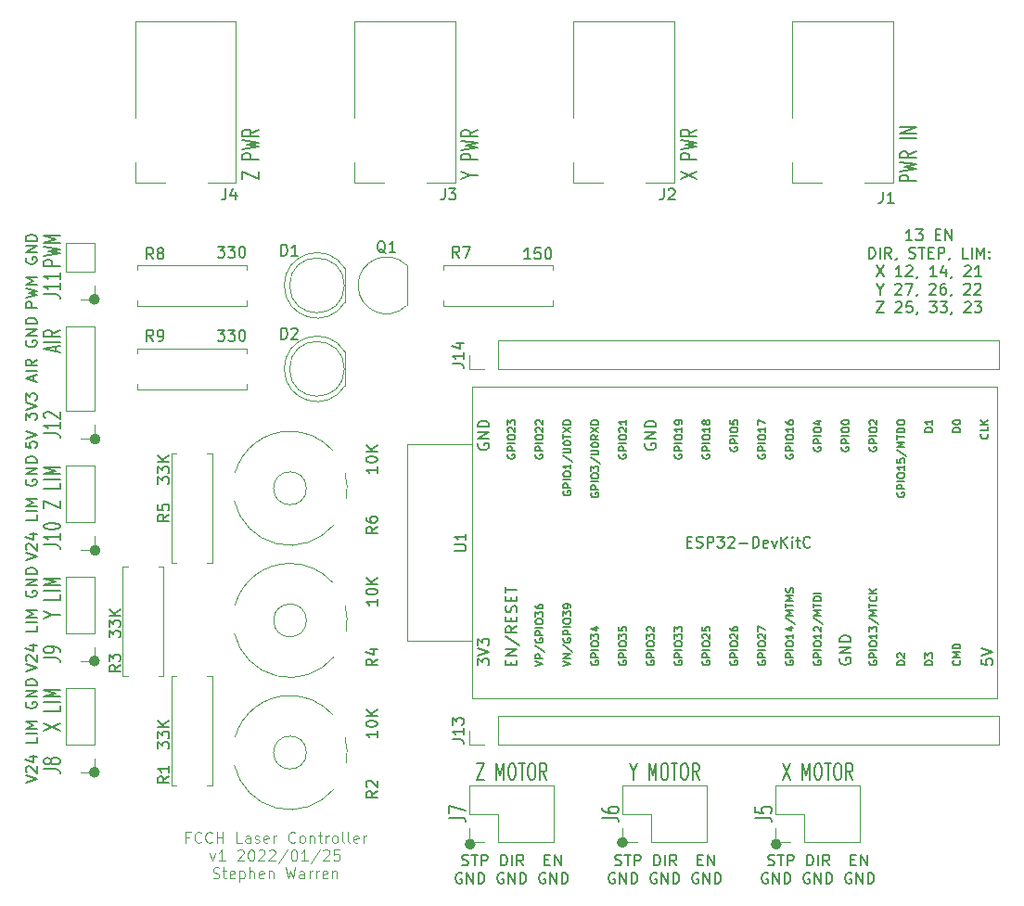
<source format=gbr>
G04 #@! TF.GenerationSoftware,KiCad,Pcbnew,5.1.5+dfsg1-2build2*
G04 #@! TF.CreationDate,2022-01-25T23:10:58-07:00*
G04 #@! TF.ProjectId,fcch-laser-controller,66636368-2d6c-4617-9365-722d636f6e74,rev?*
G04 #@! TF.SameCoordinates,Original*
G04 #@! TF.FileFunction,Legend,Top*
G04 #@! TF.FilePolarity,Positive*
%FSLAX46Y46*%
G04 Gerber Fmt 4.6, Leading zero omitted, Abs format (unit mm)*
G04 Created by KiCad (PCBNEW 5.1.5+dfsg1-2build2) date 2022-01-25 23:10:58*
%MOMM*%
%LPD*%
G04 APERTURE LIST*
%ADD10C,0.150000*%
%ADD11C,0.125000*%
%ADD12C,0.500000*%
%ADD13C,0.120000*%
G04 APERTURE END LIST*
D10*
X181332380Y-89862380D02*
X180760952Y-89862380D01*
X181046666Y-89862380D02*
X181046666Y-88862380D01*
X180951428Y-89005238D01*
X180856190Y-89100476D01*
X180760952Y-89148095D01*
X181665714Y-88862380D02*
X182284761Y-88862380D01*
X181951428Y-89243333D01*
X182094285Y-89243333D01*
X182189523Y-89290952D01*
X182237142Y-89338571D01*
X182284761Y-89433809D01*
X182284761Y-89671904D01*
X182237142Y-89767142D01*
X182189523Y-89814761D01*
X182094285Y-89862380D01*
X181808571Y-89862380D01*
X181713333Y-89814761D01*
X181665714Y-89767142D01*
X183475238Y-89338571D02*
X183808571Y-89338571D01*
X183951428Y-89862380D02*
X183475238Y-89862380D01*
X183475238Y-88862380D01*
X183951428Y-88862380D01*
X184380000Y-89862380D02*
X184380000Y-88862380D01*
X184951428Y-89862380D01*
X184951428Y-88862380D01*
X177380000Y-91512380D02*
X177380000Y-90512380D01*
X177618095Y-90512380D01*
X177760952Y-90560000D01*
X177856190Y-90655238D01*
X177903809Y-90750476D01*
X177951428Y-90940952D01*
X177951428Y-91083809D01*
X177903809Y-91274285D01*
X177856190Y-91369523D01*
X177760952Y-91464761D01*
X177618095Y-91512380D01*
X177380000Y-91512380D01*
X178380000Y-91512380D02*
X178380000Y-90512380D01*
X179427619Y-91512380D02*
X179094285Y-91036190D01*
X178856190Y-91512380D02*
X178856190Y-90512380D01*
X179237142Y-90512380D01*
X179332380Y-90560000D01*
X179380000Y-90607619D01*
X179427619Y-90702857D01*
X179427619Y-90845714D01*
X179380000Y-90940952D01*
X179332380Y-90988571D01*
X179237142Y-91036190D01*
X178856190Y-91036190D01*
X179903809Y-91464761D02*
X179903809Y-91512380D01*
X179856190Y-91607619D01*
X179808571Y-91655238D01*
X181046666Y-91464761D02*
X181189523Y-91512380D01*
X181427619Y-91512380D01*
X181522857Y-91464761D01*
X181570476Y-91417142D01*
X181618095Y-91321904D01*
X181618095Y-91226666D01*
X181570476Y-91131428D01*
X181522857Y-91083809D01*
X181427619Y-91036190D01*
X181237142Y-90988571D01*
X181141904Y-90940952D01*
X181094285Y-90893333D01*
X181046666Y-90798095D01*
X181046666Y-90702857D01*
X181094285Y-90607619D01*
X181141904Y-90560000D01*
X181237142Y-90512380D01*
X181475238Y-90512380D01*
X181618095Y-90560000D01*
X181903809Y-90512380D02*
X182475238Y-90512380D01*
X182189523Y-91512380D02*
X182189523Y-90512380D01*
X182808571Y-90988571D02*
X183141904Y-90988571D01*
X183284761Y-91512380D02*
X182808571Y-91512380D01*
X182808571Y-90512380D01*
X183284761Y-90512380D01*
X183713333Y-91512380D02*
X183713333Y-90512380D01*
X184094285Y-90512380D01*
X184189523Y-90560000D01*
X184237142Y-90607619D01*
X184284761Y-90702857D01*
X184284761Y-90845714D01*
X184237142Y-90940952D01*
X184189523Y-90988571D01*
X184094285Y-91036190D01*
X183713333Y-91036190D01*
X184760952Y-91464761D02*
X184760952Y-91512380D01*
X184713333Y-91607619D01*
X184665714Y-91655238D01*
X186427619Y-91512380D02*
X185951428Y-91512380D01*
X185951428Y-90512380D01*
X186760952Y-91512380D02*
X186760952Y-90512380D01*
X187237142Y-91512380D02*
X187237142Y-90512380D01*
X187570476Y-91226666D01*
X187903809Y-90512380D01*
X187903809Y-91512380D01*
X188380000Y-91417142D02*
X188427619Y-91464761D01*
X188380000Y-91512380D01*
X188332380Y-91464761D01*
X188380000Y-91417142D01*
X188380000Y-91512380D01*
X188380000Y-90893333D02*
X188427619Y-90940952D01*
X188380000Y-90988571D01*
X188332380Y-90940952D01*
X188380000Y-90893333D01*
X188380000Y-90988571D01*
X178070476Y-92162380D02*
X178737142Y-93162380D01*
X178737142Y-92162380D02*
X178070476Y-93162380D01*
X180403809Y-93162380D02*
X179832380Y-93162380D01*
X180118095Y-93162380D02*
X180118095Y-92162380D01*
X180022857Y-92305238D01*
X179927619Y-92400476D01*
X179832380Y-92448095D01*
X180784761Y-92257619D02*
X180832380Y-92210000D01*
X180927619Y-92162380D01*
X181165714Y-92162380D01*
X181260952Y-92210000D01*
X181308571Y-92257619D01*
X181356190Y-92352857D01*
X181356190Y-92448095D01*
X181308571Y-92590952D01*
X180737142Y-93162380D01*
X181356190Y-93162380D01*
X181832380Y-93114761D02*
X181832380Y-93162380D01*
X181784761Y-93257619D01*
X181737142Y-93305238D01*
X183546666Y-93162380D02*
X182975238Y-93162380D01*
X183260952Y-93162380D02*
X183260952Y-92162380D01*
X183165714Y-92305238D01*
X183070476Y-92400476D01*
X182975238Y-92448095D01*
X184403809Y-92495714D02*
X184403809Y-93162380D01*
X184165714Y-92114761D02*
X183927619Y-92829047D01*
X184546666Y-92829047D01*
X184975238Y-93114761D02*
X184975238Y-93162380D01*
X184927619Y-93257619D01*
X184880000Y-93305238D01*
X186118095Y-92257619D02*
X186165714Y-92210000D01*
X186260952Y-92162380D01*
X186499047Y-92162380D01*
X186594285Y-92210000D01*
X186641904Y-92257619D01*
X186689523Y-92352857D01*
X186689523Y-92448095D01*
X186641904Y-92590952D01*
X186070476Y-93162380D01*
X186689523Y-93162380D01*
X187641904Y-93162380D02*
X187070476Y-93162380D01*
X187356190Y-93162380D02*
X187356190Y-92162380D01*
X187260952Y-92305238D01*
X187165714Y-92400476D01*
X187070476Y-92448095D01*
X178403809Y-94336190D02*
X178403809Y-94812380D01*
X178070476Y-93812380D02*
X178403809Y-94336190D01*
X178737142Y-93812380D01*
X179784761Y-93907619D02*
X179832380Y-93860000D01*
X179927619Y-93812380D01*
X180165714Y-93812380D01*
X180260952Y-93860000D01*
X180308571Y-93907619D01*
X180356190Y-94002857D01*
X180356190Y-94098095D01*
X180308571Y-94240952D01*
X179737142Y-94812380D01*
X180356190Y-94812380D01*
X180689523Y-93812380D02*
X181356190Y-93812380D01*
X180927619Y-94812380D01*
X181784761Y-94764761D02*
X181784761Y-94812380D01*
X181737142Y-94907619D01*
X181689523Y-94955238D01*
X182927619Y-93907619D02*
X182975238Y-93860000D01*
X183070476Y-93812380D01*
X183308571Y-93812380D01*
X183403809Y-93860000D01*
X183451428Y-93907619D01*
X183499047Y-94002857D01*
X183499047Y-94098095D01*
X183451428Y-94240952D01*
X182880000Y-94812380D01*
X183499047Y-94812380D01*
X184356190Y-93812380D02*
X184165714Y-93812380D01*
X184070476Y-93860000D01*
X184022857Y-93907619D01*
X183927619Y-94050476D01*
X183880000Y-94240952D01*
X183880000Y-94621904D01*
X183927619Y-94717142D01*
X183975238Y-94764761D01*
X184070476Y-94812380D01*
X184260952Y-94812380D01*
X184356190Y-94764761D01*
X184403809Y-94717142D01*
X184451428Y-94621904D01*
X184451428Y-94383809D01*
X184403809Y-94288571D01*
X184356190Y-94240952D01*
X184260952Y-94193333D01*
X184070476Y-94193333D01*
X183975238Y-94240952D01*
X183927619Y-94288571D01*
X183880000Y-94383809D01*
X184927619Y-94764761D02*
X184927619Y-94812380D01*
X184880000Y-94907619D01*
X184832380Y-94955238D01*
X186070476Y-93907619D02*
X186118095Y-93860000D01*
X186213333Y-93812380D01*
X186451428Y-93812380D01*
X186546666Y-93860000D01*
X186594285Y-93907619D01*
X186641904Y-94002857D01*
X186641904Y-94098095D01*
X186594285Y-94240952D01*
X186022857Y-94812380D01*
X186641904Y-94812380D01*
X187022857Y-93907619D02*
X187070476Y-93860000D01*
X187165714Y-93812380D01*
X187403809Y-93812380D01*
X187499047Y-93860000D01*
X187546666Y-93907619D01*
X187594285Y-94002857D01*
X187594285Y-94098095D01*
X187546666Y-94240952D01*
X186975238Y-94812380D01*
X187594285Y-94812380D01*
X178070476Y-95462380D02*
X178737142Y-95462380D01*
X178070476Y-96462380D01*
X178737142Y-96462380D01*
X179832380Y-95557619D02*
X179880000Y-95510000D01*
X179975238Y-95462380D01*
X180213333Y-95462380D01*
X180308571Y-95510000D01*
X180356190Y-95557619D01*
X180403809Y-95652857D01*
X180403809Y-95748095D01*
X180356190Y-95890952D01*
X179784761Y-96462380D01*
X180403809Y-96462380D01*
X181308571Y-95462380D02*
X180832380Y-95462380D01*
X180784761Y-95938571D01*
X180832380Y-95890952D01*
X180927619Y-95843333D01*
X181165714Y-95843333D01*
X181260952Y-95890952D01*
X181308571Y-95938571D01*
X181356190Y-96033809D01*
X181356190Y-96271904D01*
X181308571Y-96367142D01*
X181260952Y-96414761D01*
X181165714Y-96462380D01*
X180927619Y-96462380D01*
X180832380Y-96414761D01*
X180784761Y-96367142D01*
X181832380Y-96414761D02*
X181832380Y-96462380D01*
X181784761Y-96557619D01*
X181737142Y-96605238D01*
X182927619Y-95462380D02*
X183546666Y-95462380D01*
X183213333Y-95843333D01*
X183356190Y-95843333D01*
X183451428Y-95890952D01*
X183499047Y-95938571D01*
X183546666Y-96033809D01*
X183546666Y-96271904D01*
X183499047Y-96367142D01*
X183451428Y-96414761D01*
X183356190Y-96462380D01*
X183070476Y-96462380D01*
X182975238Y-96414761D01*
X182927619Y-96367142D01*
X183880000Y-95462380D02*
X184499047Y-95462380D01*
X184165714Y-95843333D01*
X184308571Y-95843333D01*
X184403809Y-95890952D01*
X184451428Y-95938571D01*
X184499047Y-96033809D01*
X184499047Y-96271904D01*
X184451428Y-96367142D01*
X184403809Y-96414761D01*
X184308571Y-96462380D01*
X184022857Y-96462380D01*
X183927619Y-96414761D01*
X183880000Y-96367142D01*
X184975238Y-96414761D02*
X184975238Y-96462380D01*
X184927619Y-96557619D01*
X184880000Y-96605238D01*
X186118095Y-95557619D02*
X186165714Y-95510000D01*
X186260952Y-95462380D01*
X186499047Y-95462380D01*
X186594285Y-95510000D01*
X186641904Y-95557619D01*
X186689523Y-95652857D01*
X186689523Y-95748095D01*
X186641904Y-95890952D01*
X186070476Y-96462380D01*
X186689523Y-96462380D01*
X187022857Y-95462380D02*
X187641904Y-95462380D01*
X187308571Y-95843333D01*
X187451428Y-95843333D01*
X187546666Y-95890952D01*
X187594285Y-95938571D01*
X187641904Y-96033809D01*
X187641904Y-96271904D01*
X187594285Y-96367142D01*
X187546666Y-96414761D01*
X187451428Y-96462380D01*
X187165714Y-96462380D01*
X187070476Y-96414761D01*
X187022857Y-96367142D01*
X140256190Y-146899761D02*
X140399047Y-146947380D01*
X140637142Y-146947380D01*
X140732380Y-146899761D01*
X140780000Y-146852142D01*
X140827619Y-146756904D01*
X140827619Y-146661666D01*
X140780000Y-146566428D01*
X140732380Y-146518809D01*
X140637142Y-146471190D01*
X140446666Y-146423571D01*
X140351428Y-146375952D01*
X140303809Y-146328333D01*
X140256190Y-146233095D01*
X140256190Y-146137857D01*
X140303809Y-146042619D01*
X140351428Y-145995000D01*
X140446666Y-145947380D01*
X140684761Y-145947380D01*
X140827619Y-145995000D01*
X141113333Y-145947380D02*
X141684761Y-145947380D01*
X141399047Y-146947380D02*
X141399047Y-145947380D01*
X142018095Y-146947380D02*
X142018095Y-145947380D01*
X142399047Y-145947380D01*
X142494285Y-145995000D01*
X142541904Y-146042619D01*
X142589523Y-146137857D01*
X142589523Y-146280714D01*
X142541904Y-146375952D01*
X142494285Y-146423571D01*
X142399047Y-146471190D01*
X142018095Y-146471190D01*
X143780000Y-146947380D02*
X143780000Y-145947380D01*
X144018095Y-145947380D01*
X144160952Y-145995000D01*
X144256190Y-146090238D01*
X144303809Y-146185476D01*
X144351428Y-146375952D01*
X144351428Y-146518809D01*
X144303809Y-146709285D01*
X144256190Y-146804523D01*
X144160952Y-146899761D01*
X144018095Y-146947380D01*
X143780000Y-146947380D01*
X144780000Y-146947380D02*
X144780000Y-145947380D01*
X145827619Y-146947380D02*
X145494285Y-146471190D01*
X145256190Y-146947380D02*
X145256190Y-145947380D01*
X145637142Y-145947380D01*
X145732380Y-145995000D01*
X145780000Y-146042619D01*
X145827619Y-146137857D01*
X145827619Y-146280714D01*
X145780000Y-146375952D01*
X145732380Y-146423571D01*
X145637142Y-146471190D01*
X145256190Y-146471190D01*
X147780000Y-146423571D02*
X148113333Y-146423571D01*
X148256190Y-146947380D02*
X147780000Y-146947380D01*
X147780000Y-145947380D01*
X148256190Y-145947380D01*
X148684761Y-146947380D02*
X148684761Y-145947380D01*
X149256190Y-146947380D01*
X149256190Y-145947380D01*
X140208571Y-147645000D02*
X140113333Y-147597380D01*
X139970476Y-147597380D01*
X139827619Y-147645000D01*
X139732380Y-147740238D01*
X139684761Y-147835476D01*
X139637142Y-148025952D01*
X139637142Y-148168809D01*
X139684761Y-148359285D01*
X139732380Y-148454523D01*
X139827619Y-148549761D01*
X139970476Y-148597380D01*
X140065714Y-148597380D01*
X140208571Y-148549761D01*
X140256190Y-148502142D01*
X140256190Y-148168809D01*
X140065714Y-148168809D01*
X140684761Y-148597380D02*
X140684761Y-147597380D01*
X141256190Y-148597380D01*
X141256190Y-147597380D01*
X141732380Y-148597380D02*
X141732380Y-147597380D01*
X141970476Y-147597380D01*
X142113333Y-147645000D01*
X142208571Y-147740238D01*
X142256190Y-147835476D01*
X142303809Y-148025952D01*
X142303809Y-148168809D01*
X142256190Y-148359285D01*
X142208571Y-148454523D01*
X142113333Y-148549761D01*
X141970476Y-148597380D01*
X141732380Y-148597380D01*
X144018095Y-147645000D02*
X143922857Y-147597380D01*
X143780000Y-147597380D01*
X143637142Y-147645000D01*
X143541904Y-147740238D01*
X143494285Y-147835476D01*
X143446666Y-148025952D01*
X143446666Y-148168809D01*
X143494285Y-148359285D01*
X143541904Y-148454523D01*
X143637142Y-148549761D01*
X143780000Y-148597380D01*
X143875238Y-148597380D01*
X144018095Y-148549761D01*
X144065714Y-148502142D01*
X144065714Y-148168809D01*
X143875238Y-148168809D01*
X144494285Y-148597380D02*
X144494285Y-147597380D01*
X145065714Y-148597380D01*
X145065714Y-147597380D01*
X145541904Y-148597380D02*
X145541904Y-147597380D01*
X145780000Y-147597380D01*
X145922857Y-147645000D01*
X146018095Y-147740238D01*
X146065714Y-147835476D01*
X146113333Y-148025952D01*
X146113333Y-148168809D01*
X146065714Y-148359285D01*
X146018095Y-148454523D01*
X145922857Y-148549761D01*
X145780000Y-148597380D01*
X145541904Y-148597380D01*
X147827619Y-147645000D02*
X147732380Y-147597380D01*
X147589523Y-147597380D01*
X147446666Y-147645000D01*
X147351428Y-147740238D01*
X147303809Y-147835476D01*
X147256190Y-148025952D01*
X147256190Y-148168809D01*
X147303809Y-148359285D01*
X147351428Y-148454523D01*
X147446666Y-148549761D01*
X147589523Y-148597380D01*
X147684761Y-148597380D01*
X147827619Y-148549761D01*
X147875238Y-148502142D01*
X147875238Y-148168809D01*
X147684761Y-148168809D01*
X148303809Y-148597380D02*
X148303809Y-147597380D01*
X148875238Y-148597380D01*
X148875238Y-147597380D01*
X149351428Y-148597380D02*
X149351428Y-147597380D01*
X149589523Y-147597380D01*
X149732380Y-147645000D01*
X149827619Y-147740238D01*
X149875238Y-147835476D01*
X149922857Y-148025952D01*
X149922857Y-148168809D01*
X149875238Y-148359285D01*
X149827619Y-148454523D01*
X149732380Y-148549761D01*
X149589523Y-148597380D01*
X149351428Y-148597380D01*
X154226190Y-146899761D02*
X154369047Y-146947380D01*
X154607142Y-146947380D01*
X154702380Y-146899761D01*
X154750000Y-146852142D01*
X154797619Y-146756904D01*
X154797619Y-146661666D01*
X154750000Y-146566428D01*
X154702380Y-146518809D01*
X154607142Y-146471190D01*
X154416666Y-146423571D01*
X154321428Y-146375952D01*
X154273809Y-146328333D01*
X154226190Y-146233095D01*
X154226190Y-146137857D01*
X154273809Y-146042619D01*
X154321428Y-145995000D01*
X154416666Y-145947380D01*
X154654761Y-145947380D01*
X154797619Y-145995000D01*
X155083333Y-145947380D02*
X155654761Y-145947380D01*
X155369047Y-146947380D02*
X155369047Y-145947380D01*
X155988095Y-146947380D02*
X155988095Y-145947380D01*
X156369047Y-145947380D01*
X156464285Y-145995000D01*
X156511904Y-146042619D01*
X156559523Y-146137857D01*
X156559523Y-146280714D01*
X156511904Y-146375952D01*
X156464285Y-146423571D01*
X156369047Y-146471190D01*
X155988095Y-146471190D01*
X157750000Y-146947380D02*
X157750000Y-145947380D01*
X157988095Y-145947380D01*
X158130952Y-145995000D01*
X158226190Y-146090238D01*
X158273809Y-146185476D01*
X158321428Y-146375952D01*
X158321428Y-146518809D01*
X158273809Y-146709285D01*
X158226190Y-146804523D01*
X158130952Y-146899761D01*
X157988095Y-146947380D01*
X157750000Y-146947380D01*
X158750000Y-146947380D02*
X158750000Y-145947380D01*
X159797619Y-146947380D02*
X159464285Y-146471190D01*
X159226190Y-146947380D02*
X159226190Y-145947380D01*
X159607142Y-145947380D01*
X159702380Y-145995000D01*
X159750000Y-146042619D01*
X159797619Y-146137857D01*
X159797619Y-146280714D01*
X159750000Y-146375952D01*
X159702380Y-146423571D01*
X159607142Y-146471190D01*
X159226190Y-146471190D01*
X161750000Y-146423571D02*
X162083333Y-146423571D01*
X162226190Y-146947380D02*
X161750000Y-146947380D01*
X161750000Y-145947380D01*
X162226190Y-145947380D01*
X162654761Y-146947380D02*
X162654761Y-145947380D01*
X163226190Y-146947380D01*
X163226190Y-145947380D01*
X154178571Y-147645000D02*
X154083333Y-147597380D01*
X153940476Y-147597380D01*
X153797619Y-147645000D01*
X153702380Y-147740238D01*
X153654761Y-147835476D01*
X153607142Y-148025952D01*
X153607142Y-148168809D01*
X153654761Y-148359285D01*
X153702380Y-148454523D01*
X153797619Y-148549761D01*
X153940476Y-148597380D01*
X154035714Y-148597380D01*
X154178571Y-148549761D01*
X154226190Y-148502142D01*
X154226190Y-148168809D01*
X154035714Y-148168809D01*
X154654761Y-148597380D02*
X154654761Y-147597380D01*
X155226190Y-148597380D01*
X155226190Y-147597380D01*
X155702380Y-148597380D02*
X155702380Y-147597380D01*
X155940476Y-147597380D01*
X156083333Y-147645000D01*
X156178571Y-147740238D01*
X156226190Y-147835476D01*
X156273809Y-148025952D01*
X156273809Y-148168809D01*
X156226190Y-148359285D01*
X156178571Y-148454523D01*
X156083333Y-148549761D01*
X155940476Y-148597380D01*
X155702380Y-148597380D01*
X157988095Y-147645000D02*
X157892857Y-147597380D01*
X157750000Y-147597380D01*
X157607142Y-147645000D01*
X157511904Y-147740238D01*
X157464285Y-147835476D01*
X157416666Y-148025952D01*
X157416666Y-148168809D01*
X157464285Y-148359285D01*
X157511904Y-148454523D01*
X157607142Y-148549761D01*
X157750000Y-148597380D01*
X157845238Y-148597380D01*
X157988095Y-148549761D01*
X158035714Y-148502142D01*
X158035714Y-148168809D01*
X157845238Y-148168809D01*
X158464285Y-148597380D02*
X158464285Y-147597380D01*
X159035714Y-148597380D01*
X159035714Y-147597380D01*
X159511904Y-148597380D02*
X159511904Y-147597380D01*
X159750000Y-147597380D01*
X159892857Y-147645000D01*
X159988095Y-147740238D01*
X160035714Y-147835476D01*
X160083333Y-148025952D01*
X160083333Y-148168809D01*
X160035714Y-148359285D01*
X159988095Y-148454523D01*
X159892857Y-148549761D01*
X159750000Y-148597380D01*
X159511904Y-148597380D01*
X161797619Y-147645000D02*
X161702380Y-147597380D01*
X161559523Y-147597380D01*
X161416666Y-147645000D01*
X161321428Y-147740238D01*
X161273809Y-147835476D01*
X161226190Y-148025952D01*
X161226190Y-148168809D01*
X161273809Y-148359285D01*
X161321428Y-148454523D01*
X161416666Y-148549761D01*
X161559523Y-148597380D01*
X161654761Y-148597380D01*
X161797619Y-148549761D01*
X161845238Y-148502142D01*
X161845238Y-148168809D01*
X161654761Y-148168809D01*
X162273809Y-148597380D02*
X162273809Y-147597380D01*
X162845238Y-148597380D01*
X162845238Y-147597380D01*
X163321428Y-148597380D02*
X163321428Y-147597380D01*
X163559523Y-147597380D01*
X163702380Y-147645000D01*
X163797619Y-147740238D01*
X163845238Y-147835476D01*
X163892857Y-148025952D01*
X163892857Y-148168809D01*
X163845238Y-148359285D01*
X163797619Y-148454523D01*
X163702380Y-148549761D01*
X163559523Y-148597380D01*
X163321428Y-148597380D01*
X103548571Y-92209761D02*
X102048571Y-92209761D01*
X102048571Y-91828809D01*
X102120000Y-91733571D01*
X102191428Y-91685952D01*
X102334285Y-91638333D01*
X102548571Y-91638333D01*
X102691428Y-91685952D01*
X102762857Y-91733571D01*
X102834285Y-91828809D01*
X102834285Y-92209761D01*
X102048571Y-91305000D02*
X103548571Y-91066904D01*
X102477142Y-90876428D01*
X103548571Y-90685952D01*
X102048571Y-90447857D01*
X103548571Y-90066904D02*
X102048571Y-90066904D01*
X103120000Y-89733571D01*
X102048571Y-89400238D01*
X103548571Y-89400238D01*
X103120000Y-100036190D02*
X103120000Y-99560000D01*
X103548571Y-100131428D02*
X102048571Y-99798095D01*
X103548571Y-99464761D01*
X103548571Y-99131428D02*
X102048571Y-99131428D01*
X103548571Y-98083809D02*
X102834285Y-98417142D01*
X103548571Y-98655238D02*
X102048571Y-98655238D01*
X102048571Y-98274285D01*
X102120000Y-98179047D01*
X102191428Y-98131428D01*
X102334285Y-98083809D01*
X102548571Y-98083809D01*
X102691428Y-98131428D01*
X102762857Y-98179047D01*
X102834285Y-98274285D01*
X102834285Y-98655238D01*
X181678571Y-84476190D02*
X180178571Y-84476190D01*
X180178571Y-84095238D01*
X180250000Y-84000000D01*
X180321428Y-83952380D01*
X180464285Y-83904761D01*
X180678571Y-83904761D01*
X180821428Y-83952380D01*
X180892857Y-84000000D01*
X180964285Y-84095238D01*
X180964285Y-84476190D01*
X180178571Y-83571428D02*
X181678571Y-83333333D01*
X180607142Y-83142857D01*
X181678571Y-82952380D01*
X180178571Y-82714285D01*
X181678571Y-81761904D02*
X180964285Y-82095238D01*
X181678571Y-82333333D02*
X180178571Y-82333333D01*
X180178571Y-81952380D01*
X180250000Y-81857142D01*
X180321428Y-81809523D01*
X180464285Y-81761904D01*
X180678571Y-81761904D01*
X180821428Y-81809523D01*
X180892857Y-81857142D01*
X180964285Y-81952380D01*
X180964285Y-82333333D01*
X181678571Y-80571428D02*
X180178571Y-80571428D01*
X181678571Y-80095238D02*
X180178571Y-80095238D01*
X181678571Y-79523809D01*
X180178571Y-79523809D01*
X160178571Y-84285714D02*
X161678571Y-83619047D01*
X160178571Y-83619047D02*
X161678571Y-84285714D01*
X161678571Y-82476190D02*
X160178571Y-82476190D01*
X160178571Y-82095238D01*
X160250000Y-82000000D01*
X160321428Y-81952380D01*
X160464285Y-81904761D01*
X160678571Y-81904761D01*
X160821428Y-81952380D01*
X160892857Y-82000000D01*
X160964285Y-82095238D01*
X160964285Y-82476190D01*
X160178571Y-81571428D02*
X161678571Y-81333333D01*
X160607142Y-81142857D01*
X161678571Y-80952380D01*
X160178571Y-80714285D01*
X161678571Y-79761904D02*
X160964285Y-80095238D01*
X161678571Y-80333333D02*
X160178571Y-80333333D01*
X160178571Y-79952380D01*
X160250000Y-79857142D01*
X160321428Y-79809523D01*
X160464285Y-79761904D01*
X160678571Y-79761904D01*
X160821428Y-79809523D01*
X160892857Y-79857142D01*
X160964285Y-79952380D01*
X160964285Y-80333333D01*
X140964285Y-83952380D02*
X141678571Y-83952380D01*
X140178571Y-84285714D02*
X140964285Y-83952380D01*
X140178571Y-83619047D01*
X141678571Y-82523809D02*
X140178571Y-82523809D01*
X140178571Y-82142857D01*
X140250000Y-82047619D01*
X140321428Y-82000000D01*
X140464285Y-81952380D01*
X140678571Y-81952380D01*
X140821428Y-82000000D01*
X140892857Y-82047619D01*
X140964285Y-82142857D01*
X140964285Y-82523809D01*
X140178571Y-81619047D02*
X141678571Y-81380952D01*
X140607142Y-81190476D01*
X141678571Y-81000000D01*
X140178571Y-80761904D01*
X141678571Y-79809523D02*
X140964285Y-80142857D01*
X141678571Y-80380952D02*
X140178571Y-80380952D01*
X140178571Y-80000000D01*
X140250000Y-79904761D01*
X140321428Y-79857142D01*
X140464285Y-79809523D01*
X140678571Y-79809523D01*
X140821428Y-79857142D01*
X140892857Y-79904761D01*
X140964285Y-80000000D01*
X140964285Y-80380952D01*
X120178571Y-84285714D02*
X120178571Y-83619047D01*
X121678571Y-84285714D01*
X121678571Y-83619047D01*
X121678571Y-82476190D02*
X120178571Y-82476190D01*
X120178571Y-82095238D01*
X120250000Y-82000000D01*
X120321428Y-81952380D01*
X120464285Y-81904761D01*
X120678571Y-81904761D01*
X120821428Y-81952380D01*
X120892857Y-82000000D01*
X120964285Y-82095238D01*
X120964285Y-82476190D01*
X120178571Y-81571428D02*
X121678571Y-81333333D01*
X120607142Y-81142857D01*
X121678571Y-80952380D01*
X120178571Y-80714285D01*
X121678571Y-79761904D02*
X120964285Y-80095238D01*
X121678571Y-80333333D02*
X120178571Y-80333333D01*
X120178571Y-79952380D01*
X120250000Y-79857142D01*
X120321428Y-79809523D01*
X120464285Y-79761904D01*
X120678571Y-79761904D01*
X120821428Y-79809523D01*
X120892857Y-79857142D01*
X120964285Y-79952380D01*
X120964285Y-80333333D01*
D11*
X115332857Y-144353571D02*
X114999523Y-144353571D01*
X114999523Y-144877380D02*
X114999523Y-143877380D01*
X115475714Y-143877380D01*
X116428095Y-144782142D02*
X116380476Y-144829761D01*
X116237619Y-144877380D01*
X116142380Y-144877380D01*
X115999523Y-144829761D01*
X115904285Y-144734523D01*
X115856666Y-144639285D01*
X115809047Y-144448809D01*
X115809047Y-144305952D01*
X115856666Y-144115476D01*
X115904285Y-144020238D01*
X115999523Y-143925000D01*
X116142380Y-143877380D01*
X116237619Y-143877380D01*
X116380476Y-143925000D01*
X116428095Y-143972619D01*
X117428095Y-144782142D02*
X117380476Y-144829761D01*
X117237619Y-144877380D01*
X117142380Y-144877380D01*
X116999523Y-144829761D01*
X116904285Y-144734523D01*
X116856666Y-144639285D01*
X116809047Y-144448809D01*
X116809047Y-144305952D01*
X116856666Y-144115476D01*
X116904285Y-144020238D01*
X116999523Y-143925000D01*
X117142380Y-143877380D01*
X117237619Y-143877380D01*
X117380476Y-143925000D01*
X117428095Y-143972619D01*
X117856666Y-144877380D02*
X117856666Y-143877380D01*
X117856666Y-144353571D02*
X118428095Y-144353571D01*
X118428095Y-144877380D02*
X118428095Y-143877380D01*
X120142380Y-144877380D02*
X119666190Y-144877380D01*
X119666190Y-143877380D01*
X120904285Y-144877380D02*
X120904285Y-144353571D01*
X120856666Y-144258333D01*
X120761428Y-144210714D01*
X120570952Y-144210714D01*
X120475714Y-144258333D01*
X120904285Y-144829761D02*
X120809047Y-144877380D01*
X120570952Y-144877380D01*
X120475714Y-144829761D01*
X120428095Y-144734523D01*
X120428095Y-144639285D01*
X120475714Y-144544047D01*
X120570952Y-144496428D01*
X120809047Y-144496428D01*
X120904285Y-144448809D01*
X121332857Y-144829761D02*
X121428095Y-144877380D01*
X121618571Y-144877380D01*
X121713809Y-144829761D01*
X121761428Y-144734523D01*
X121761428Y-144686904D01*
X121713809Y-144591666D01*
X121618571Y-144544047D01*
X121475714Y-144544047D01*
X121380476Y-144496428D01*
X121332857Y-144401190D01*
X121332857Y-144353571D01*
X121380476Y-144258333D01*
X121475714Y-144210714D01*
X121618571Y-144210714D01*
X121713809Y-144258333D01*
X122570952Y-144829761D02*
X122475714Y-144877380D01*
X122285238Y-144877380D01*
X122190000Y-144829761D01*
X122142380Y-144734523D01*
X122142380Y-144353571D01*
X122190000Y-144258333D01*
X122285238Y-144210714D01*
X122475714Y-144210714D01*
X122570952Y-144258333D01*
X122618571Y-144353571D01*
X122618571Y-144448809D01*
X122142380Y-144544047D01*
X123047142Y-144877380D02*
X123047142Y-144210714D01*
X123047142Y-144401190D02*
X123094761Y-144305952D01*
X123142380Y-144258333D01*
X123237619Y-144210714D01*
X123332857Y-144210714D01*
X124999523Y-144782142D02*
X124951904Y-144829761D01*
X124809047Y-144877380D01*
X124713809Y-144877380D01*
X124570952Y-144829761D01*
X124475714Y-144734523D01*
X124428095Y-144639285D01*
X124380476Y-144448809D01*
X124380476Y-144305952D01*
X124428095Y-144115476D01*
X124475714Y-144020238D01*
X124570952Y-143925000D01*
X124713809Y-143877380D01*
X124809047Y-143877380D01*
X124951904Y-143925000D01*
X124999523Y-143972619D01*
X125570952Y-144877380D02*
X125475714Y-144829761D01*
X125428095Y-144782142D01*
X125380476Y-144686904D01*
X125380476Y-144401190D01*
X125428095Y-144305952D01*
X125475714Y-144258333D01*
X125570952Y-144210714D01*
X125713809Y-144210714D01*
X125809047Y-144258333D01*
X125856666Y-144305952D01*
X125904285Y-144401190D01*
X125904285Y-144686904D01*
X125856666Y-144782142D01*
X125809047Y-144829761D01*
X125713809Y-144877380D01*
X125570952Y-144877380D01*
X126332857Y-144210714D02*
X126332857Y-144877380D01*
X126332857Y-144305952D02*
X126380476Y-144258333D01*
X126475714Y-144210714D01*
X126618571Y-144210714D01*
X126713809Y-144258333D01*
X126761428Y-144353571D01*
X126761428Y-144877380D01*
X127094761Y-144210714D02*
X127475714Y-144210714D01*
X127237619Y-143877380D02*
X127237619Y-144734523D01*
X127285238Y-144829761D01*
X127380476Y-144877380D01*
X127475714Y-144877380D01*
X127809047Y-144877380D02*
X127809047Y-144210714D01*
X127809047Y-144401190D02*
X127856666Y-144305952D01*
X127904285Y-144258333D01*
X127999523Y-144210714D01*
X128094761Y-144210714D01*
X128570952Y-144877380D02*
X128475714Y-144829761D01*
X128428095Y-144782142D01*
X128380476Y-144686904D01*
X128380476Y-144401190D01*
X128428095Y-144305952D01*
X128475714Y-144258333D01*
X128570952Y-144210714D01*
X128713809Y-144210714D01*
X128809047Y-144258333D01*
X128856666Y-144305952D01*
X128904285Y-144401190D01*
X128904285Y-144686904D01*
X128856666Y-144782142D01*
X128809047Y-144829761D01*
X128713809Y-144877380D01*
X128570952Y-144877380D01*
X129475714Y-144877380D02*
X129380476Y-144829761D01*
X129332857Y-144734523D01*
X129332857Y-143877380D01*
X129999523Y-144877380D02*
X129904285Y-144829761D01*
X129856666Y-144734523D01*
X129856666Y-143877380D01*
X130761428Y-144829761D02*
X130666190Y-144877380D01*
X130475714Y-144877380D01*
X130380476Y-144829761D01*
X130332857Y-144734523D01*
X130332857Y-144353571D01*
X130380476Y-144258333D01*
X130475714Y-144210714D01*
X130666190Y-144210714D01*
X130761428Y-144258333D01*
X130809047Y-144353571D01*
X130809047Y-144448809D01*
X130332857Y-144544047D01*
X131237619Y-144877380D02*
X131237619Y-144210714D01*
X131237619Y-144401190D02*
X131285238Y-144305952D01*
X131332857Y-144258333D01*
X131428095Y-144210714D01*
X131523333Y-144210714D01*
X117237619Y-145835714D02*
X117475714Y-146502380D01*
X117713809Y-145835714D01*
X118618571Y-146502380D02*
X118047142Y-146502380D01*
X118332857Y-146502380D02*
X118332857Y-145502380D01*
X118237619Y-145645238D01*
X118142380Y-145740476D01*
X118047142Y-145788095D01*
X119761428Y-145597619D02*
X119809047Y-145550000D01*
X119904285Y-145502380D01*
X120142380Y-145502380D01*
X120237619Y-145550000D01*
X120285238Y-145597619D01*
X120332857Y-145692857D01*
X120332857Y-145788095D01*
X120285238Y-145930952D01*
X119713809Y-146502380D01*
X120332857Y-146502380D01*
X120951904Y-145502380D02*
X121047142Y-145502380D01*
X121142380Y-145550000D01*
X121190000Y-145597619D01*
X121237619Y-145692857D01*
X121285238Y-145883333D01*
X121285238Y-146121428D01*
X121237619Y-146311904D01*
X121190000Y-146407142D01*
X121142380Y-146454761D01*
X121047142Y-146502380D01*
X120951904Y-146502380D01*
X120856666Y-146454761D01*
X120809047Y-146407142D01*
X120761428Y-146311904D01*
X120713809Y-146121428D01*
X120713809Y-145883333D01*
X120761428Y-145692857D01*
X120809047Y-145597619D01*
X120856666Y-145550000D01*
X120951904Y-145502380D01*
X121666190Y-145597619D02*
X121713809Y-145550000D01*
X121809047Y-145502380D01*
X122047142Y-145502380D01*
X122142380Y-145550000D01*
X122190000Y-145597619D01*
X122237619Y-145692857D01*
X122237619Y-145788095D01*
X122190000Y-145930952D01*
X121618571Y-146502380D01*
X122237619Y-146502380D01*
X122618571Y-145597619D02*
X122666190Y-145550000D01*
X122761428Y-145502380D01*
X122999523Y-145502380D01*
X123094761Y-145550000D01*
X123142380Y-145597619D01*
X123190000Y-145692857D01*
X123190000Y-145788095D01*
X123142380Y-145930952D01*
X122570952Y-146502380D01*
X123190000Y-146502380D01*
X124332857Y-145454761D02*
X123475714Y-146740476D01*
X124856666Y-145502380D02*
X124951904Y-145502380D01*
X125047142Y-145550000D01*
X125094761Y-145597619D01*
X125142380Y-145692857D01*
X125190000Y-145883333D01*
X125190000Y-146121428D01*
X125142380Y-146311904D01*
X125094761Y-146407142D01*
X125047142Y-146454761D01*
X124951904Y-146502380D01*
X124856666Y-146502380D01*
X124761428Y-146454761D01*
X124713809Y-146407142D01*
X124666190Y-146311904D01*
X124618571Y-146121428D01*
X124618571Y-145883333D01*
X124666190Y-145692857D01*
X124713809Y-145597619D01*
X124761428Y-145550000D01*
X124856666Y-145502380D01*
X126142380Y-146502380D02*
X125570952Y-146502380D01*
X125856666Y-146502380D02*
X125856666Y-145502380D01*
X125761428Y-145645238D01*
X125666190Y-145740476D01*
X125570952Y-145788095D01*
X127285238Y-145454761D02*
X126428095Y-146740476D01*
X127570952Y-145597619D02*
X127618571Y-145550000D01*
X127713809Y-145502380D01*
X127951904Y-145502380D01*
X128047142Y-145550000D01*
X128094761Y-145597619D01*
X128142380Y-145692857D01*
X128142380Y-145788095D01*
X128094761Y-145930952D01*
X127523333Y-146502380D01*
X128142380Y-146502380D01*
X129047142Y-145502380D02*
X128570952Y-145502380D01*
X128523333Y-145978571D01*
X128570952Y-145930952D01*
X128666190Y-145883333D01*
X128904285Y-145883333D01*
X128999523Y-145930952D01*
X129047142Y-145978571D01*
X129094761Y-146073809D01*
X129094761Y-146311904D01*
X129047142Y-146407142D01*
X128999523Y-146454761D01*
X128904285Y-146502380D01*
X128666190Y-146502380D01*
X128570952Y-146454761D01*
X128523333Y-146407142D01*
X117499523Y-148079761D02*
X117642380Y-148127380D01*
X117880476Y-148127380D01*
X117975714Y-148079761D01*
X118023333Y-148032142D01*
X118070952Y-147936904D01*
X118070952Y-147841666D01*
X118023333Y-147746428D01*
X117975714Y-147698809D01*
X117880476Y-147651190D01*
X117690000Y-147603571D01*
X117594761Y-147555952D01*
X117547142Y-147508333D01*
X117499523Y-147413095D01*
X117499523Y-147317857D01*
X117547142Y-147222619D01*
X117594761Y-147175000D01*
X117690000Y-147127380D01*
X117928095Y-147127380D01*
X118070952Y-147175000D01*
X118356666Y-147460714D02*
X118737619Y-147460714D01*
X118499523Y-147127380D02*
X118499523Y-147984523D01*
X118547142Y-148079761D01*
X118642380Y-148127380D01*
X118737619Y-148127380D01*
X119451904Y-148079761D02*
X119356666Y-148127380D01*
X119166190Y-148127380D01*
X119070952Y-148079761D01*
X119023333Y-147984523D01*
X119023333Y-147603571D01*
X119070952Y-147508333D01*
X119166190Y-147460714D01*
X119356666Y-147460714D01*
X119451904Y-147508333D01*
X119499523Y-147603571D01*
X119499523Y-147698809D01*
X119023333Y-147794047D01*
X119928095Y-147460714D02*
X119928095Y-148460714D01*
X119928095Y-147508333D02*
X120023333Y-147460714D01*
X120213809Y-147460714D01*
X120309047Y-147508333D01*
X120356666Y-147555952D01*
X120404285Y-147651190D01*
X120404285Y-147936904D01*
X120356666Y-148032142D01*
X120309047Y-148079761D01*
X120213809Y-148127380D01*
X120023333Y-148127380D01*
X119928095Y-148079761D01*
X120832857Y-148127380D02*
X120832857Y-147127380D01*
X121261428Y-148127380D02*
X121261428Y-147603571D01*
X121213809Y-147508333D01*
X121118571Y-147460714D01*
X120975714Y-147460714D01*
X120880476Y-147508333D01*
X120832857Y-147555952D01*
X122118571Y-148079761D02*
X122023333Y-148127380D01*
X121832857Y-148127380D01*
X121737619Y-148079761D01*
X121690000Y-147984523D01*
X121690000Y-147603571D01*
X121737619Y-147508333D01*
X121832857Y-147460714D01*
X122023333Y-147460714D01*
X122118571Y-147508333D01*
X122166190Y-147603571D01*
X122166190Y-147698809D01*
X121690000Y-147794047D01*
X122594761Y-147460714D02*
X122594761Y-148127380D01*
X122594761Y-147555952D02*
X122642380Y-147508333D01*
X122737619Y-147460714D01*
X122880476Y-147460714D01*
X122975714Y-147508333D01*
X123023333Y-147603571D01*
X123023333Y-148127380D01*
X124166190Y-147127380D02*
X124404285Y-148127380D01*
X124594761Y-147413095D01*
X124785238Y-148127380D01*
X125023333Y-147127380D01*
X125832857Y-148127380D02*
X125832857Y-147603571D01*
X125785238Y-147508333D01*
X125690000Y-147460714D01*
X125499523Y-147460714D01*
X125404285Y-147508333D01*
X125832857Y-148079761D02*
X125737619Y-148127380D01*
X125499523Y-148127380D01*
X125404285Y-148079761D01*
X125356666Y-147984523D01*
X125356666Y-147889285D01*
X125404285Y-147794047D01*
X125499523Y-147746428D01*
X125737619Y-147746428D01*
X125832857Y-147698809D01*
X126309047Y-148127380D02*
X126309047Y-147460714D01*
X126309047Y-147651190D02*
X126356666Y-147555952D01*
X126404285Y-147508333D01*
X126499523Y-147460714D01*
X126594761Y-147460714D01*
X126928095Y-148127380D02*
X126928095Y-147460714D01*
X126928095Y-147651190D02*
X126975714Y-147555952D01*
X127023333Y-147508333D01*
X127118571Y-147460714D01*
X127213809Y-147460714D01*
X127928095Y-148079761D02*
X127832857Y-148127380D01*
X127642380Y-148127380D01*
X127547142Y-148079761D01*
X127499523Y-147984523D01*
X127499523Y-147603571D01*
X127547142Y-147508333D01*
X127642380Y-147460714D01*
X127832857Y-147460714D01*
X127928095Y-147508333D01*
X127975714Y-147603571D01*
X127975714Y-147698809D01*
X127499523Y-147794047D01*
X128404285Y-147460714D02*
X128404285Y-148127380D01*
X128404285Y-147555952D02*
X128451904Y-147508333D01*
X128547142Y-147460714D01*
X128690000Y-147460714D01*
X128785238Y-147508333D01*
X128832857Y-147603571D01*
X128832857Y-148127380D01*
D12*
X106930000Y-95250000D02*
G75*
G03X106930000Y-95250000I-250000J0D01*
G01*
X106990000Y-108010000D02*
G75*
G03X106990000Y-108010000I-250000J0D01*
G01*
D10*
X169505714Y-137608571D02*
X170172380Y-139108571D01*
X170172380Y-137608571D02*
X169505714Y-139108571D01*
X171315238Y-139108571D02*
X171315238Y-137608571D01*
X171648571Y-138680000D01*
X171981904Y-137608571D01*
X171981904Y-139108571D01*
X172648571Y-137608571D02*
X172839047Y-137608571D01*
X172934285Y-137680000D01*
X173029523Y-137822857D01*
X173077142Y-138108571D01*
X173077142Y-138608571D01*
X173029523Y-138894285D01*
X172934285Y-139037142D01*
X172839047Y-139108571D01*
X172648571Y-139108571D01*
X172553333Y-139037142D01*
X172458095Y-138894285D01*
X172410476Y-138608571D01*
X172410476Y-138108571D01*
X172458095Y-137822857D01*
X172553333Y-137680000D01*
X172648571Y-137608571D01*
X173362857Y-137608571D02*
X173934285Y-137608571D01*
X173648571Y-139108571D02*
X173648571Y-137608571D01*
X174458095Y-137608571D02*
X174648571Y-137608571D01*
X174743809Y-137680000D01*
X174839047Y-137822857D01*
X174886666Y-138108571D01*
X174886666Y-138608571D01*
X174839047Y-138894285D01*
X174743809Y-139037142D01*
X174648571Y-139108571D01*
X174458095Y-139108571D01*
X174362857Y-139037142D01*
X174267619Y-138894285D01*
X174220000Y-138608571D01*
X174220000Y-138108571D01*
X174267619Y-137822857D01*
X174362857Y-137680000D01*
X174458095Y-137608571D01*
X175886666Y-139108571D02*
X175553333Y-138394285D01*
X175315238Y-139108571D02*
X175315238Y-137608571D01*
X175696190Y-137608571D01*
X175791428Y-137680000D01*
X175839047Y-137751428D01*
X175886666Y-137894285D01*
X175886666Y-138108571D01*
X175839047Y-138251428D01*
X175791428Y-138322857D01*
X175696190Y-138394285D01*
X175315238Y-138394285D01*
X155869047Y-138394285D02*
X155869047Y-139108571D01*
X155535714Y-137608571D02*
X155869047Y-138394285D01*
X156202380Y-137608571D01*
X157297619Y-139108571D02*
X157297619Y-137608571D01*
X157630952Y-138680000D01*
X157964285Y-137608571D01*
X157964285Y-139108571D01*
X158630952Y-137608571D02*
X158821428Y-137608571D01*
X158916666Y-137680000D01*
X159011904Y-137822857D01*
X159059523Y-138108571D01*
X159059523Y-138608571D01*
X159011904Y-138894285D01*
X158916666Y-139037142D01*
X158821428Y-139108571D01*
X158630952Y-139108571D01*
X158535714Y-139037142D01*
X158440476Y-138894285D01*
X158392857Y-138608571D01*
X158392857Y-138108571D01*
X158440476Y-137822857D01*
X158535714Y-137680000D01*
X158630952Y-137608571D01*
X159345238Y-137608571D02*
X159916666Y-137608571D01*
X159630952Y-139108571D02*
X159630952Y-137608571D01*
X160440476Y-137608571D02*
X160630952Y-137608571D01*
X160726190Y-137680000D01*
X160821428Y-137822857D01*
X160869047Y-138108571D01*
X160869047Y-138608571D01*
X160821428Y-138894285D01*
X160726190Y-139037142D01*
X160630952Y-139108571D01*
X160440476Y-139108571D01*
X160345238Y-139037142D01*
X160250000Y-138894285D01*
X160202380Y-138608571D01*
X160202380Y-138108571D01*
X160250000Y-137822857D01*
X160345238Y-137680000D01*
X160440476Y-137608571D01*
X161869047Y-139108571D02*
X161535714Y-138394285D01*
X161297619Y-139108571D02*
X161297619Y-137608571D01*
X161678571Y-137608571D01*
X161773809Y-137680000D01*
X161821428Y-137751428D01*
X161869047Y-137894285D01*
X161869047Y-138108571D01*
X161821428Y-138251428D01*
X161773809Y-138322857D01*
X161678571Y-138394285D01*
X161297619Y-138394285D01*
X141565714Y-137608571D02*
X142232380Y-137608571D01*
X141565714Y-139108571D01*
X142232380Y-139108571D01*
X143375238Y-139108571D02*
X143375238Y-137608571D01*
X143708571Y-138680000D01*
X144041904Y-137608571D01*
X144041904Y-139108571D01*
X144708571Y-137608571D02*
X144899047Y-137608571D01*
X144994285Y-137680000D01*
X145089523Y-137822857D01*
X145137142Y-138108571D01*
X145137142Y-138608571D01*
X145089523Y-138894285D01*
X144994285Y-139037142D01*
X144899047Y-139108571D01*
X144708571Y-139108571D01*
X144613333Y-139037142D01*
X144518095Y-138894285D01*
X144470476Y-138608571D01*
X144470476Y-138108571D01*
X144518095Y-137822857D01*
X144613333Y-137680000D01*
X144708571Y-137608571D01*
X145422857Y-137608571D02*
X145994285Y-137608571D01*
X145708571Y-139108571D02*
X145708571Y-137608571D01*
X146518095Y-137608571D02*
X146708571Y-137608571D01*
X146803809Y-137680000D01*
X146899047Y-137822857D01*
X146946666Y-138108571D01*
X146946666Y-138608571D01*
X146899047Y-138894285D01*
X146803809Y-139037142D01*
X146708571Y-139108571D01*
X146518095Y-139108571D01*
X146422857Y-139037142D01*
X146327619Y-138894285D01*
X146280000Y-138608571D01*
X146280000Y-138108571D01*
X146327619Y-137822857D01*
X146422857Y-137680000D01*
X146518095Y-137608571D01*
X147946666Y-139108571D02*
X147613333Y-138394285D01*
X147375238Y-139108571D02*
X147375238Y-137608571D01*
X147756190Y-137608571D01*
X147851428Y-137680000D01*
X147899047Y-137751428D01*
X147946666Y-137894285D01*
X147946666Y-138108571D01*
X147899047Y-138251428D01*
X147851428Y-138322857D01*
X147756190Y-138394285D01*
X147375238Y-138394285D01*
X102048571Y-134643571D02*
X103548571Y-133976904D01*
X102048571Y-133976904D02*
X103548571Y-134643571D01*
X103548571Y-132357857D02*
X103548571Y-132834047D01*
X102048571Y-132834047D01*
X103548571Y-132024523D02*
X102048571Y-132024523D01*
X103548571Y-131548333D02*
X102048571Y-131548333D01*
X103120000Y-131215000D01*
X102048571Y-130881666D01*
X103548571Y-130881666D01*
X102834285Y-124095238D02*
X103548571Y-124095238D01*
X102048571Y-124428571D02*
X102834285Y-124095238D01*
X102048571Y-123761904D01*
X103548571Y-122190476D02*
X103548571Y-122666666D01*
X102048571Y-122666666D01*
X103548571Y-121857142D02*
X102048571Y-121857142D01*
X103548571Y-121380952D02*
X102048571Y-121380952D01*
X103120000Y-121047619D01*
X102048571Y-120714285D01*
X103548571Y-120714285D01*
X102048571Y-114323571D02*
X102048571Y-113656904D01*
X103548571Y-114323571D01*
X103548571Y-113656904D01*
X103548571Y-112037857D02*
X103548571Y-112514047D01*
X102048571Y-112514047D01*
X103548571Y-111704523D02*
X102048571Y-111704523D01*
X103548571Y-111228333D02*
X102048571Y-111228333D01*
X103120000Y-110895000D01*
X102048571Y-110561666D01*
X103548571Y-110561666D01*
X101417380Y-96019523D02*
X100417380Y-96019523D01*
X100417380Y-95638571D01*
X100465000Y-95543333D01*
X100512619Y-95495714D01*
X100607857Y-95448095D01*
X100750714Y-95448095D01*
X100845952Y-95495714D01*
X100893571Y-95543333D01*
X100941190Y-95638571D01*
X100941190Y-96019523D01*
X100417380Y-95114761D02*
X101417380Y-94876666D01*
X100703095Y-94686190D01*
X101417380Y-94495714D01*
X100417380Y-94257619D01*
X101417380Y-93876666D02*
X100417380Y-93876666D01*
X101131666Y-93543333D01*
X100417380Y-93210000D01*
X101417380Y-93210000D01*
X100465000Y-91448095D02*
X100417380Y-91543333D01*
X100417380Y-91686190D01*
X100465000Y-91829047D01*
X100560238Y-91924285D01*
X100655476Y-91971904D01*
X100845952Y-92019523D01*
X100988809Y-92019523D01*
X101179285Y-91971904D01*
X101274523Y-91924285D01*
X101369761Y-91829047D01*
X101417380Y-91686190D01*
X101417380Y-91590952D01*
X101369761Y-91448095D01*
X101322142Y-91400476D01*
X100988809Y-91400476D01*
X100988809Y-91590952D01*
X101417380Y-90971904D02*
X100417380Y-90971904D01*
X101417380Y-90400476D01*
X100417380Y-90400476D01*
X101417380Y-89924285D02*
X100417380Y-89924285D01*
X100417380Y-89686190D01*
X100465000Y-89543333D01*
X100560238Y-89448095D01*
X100655476Y-89400476D01*
X100845952Y-89352857D01*
X100988809Y-89352857D01*
X101179285Y-89400476D01*
X101274523Y-89448095D01*
X101369761Y-89543333D01*
X101417380Y-89686190D01*
X101417380Y-89924285D01*
X100417380Y-108274761D02*
X100417380Y-108750952D01*
X100893571Y-108798571D01*
X100845952Y-108750952D01*
X100798333Y-108655714D01*
X100798333Y-108417619D01*
X100845952Y-108322380D01*
X100893571Y-108274761D01*
X100988809Y-108227142D01*
X101226904Y-108227142D01*
X101322142Y-108274761D01*
X101369761Y-108322380D01*
X101417380Y-108417619D01*
X101417380Y-108655714D01*
X101369761Y-108750952D01*
X101322142Y-108798571D01*
X100417380Y-107941428D02*
X101417380Y-107608095D01*
X100417380Y-107274761D01*
X100417380Y-106274761D02*
X100417380Y-105655714D01*
X100798333Y-105989047D01*
X100798333Y-105846190D01*
X100845952Y-105750952D01*
X100893571Y-105703333D01*
X100988809Y-105655714D01*
X101226904Y-105655714D01*
X101322142Y-105703333D01*
X101369761Y-105750952D01*
X101417380Y-105846190D01*
X101417380Y-106131904D01*
X101369761Y-106227142D01*
X101322142Y-106274761D01*
X100417380Y-105370000D02*
X101417380Y-105036666D01*
X100417380Y-104703333D01*
X100417380Y-104465238D02*
X100417380Y-103846190D01*
X100798333Y-104179523D01*
X100798333Y-104036666D01*
X100845952Y-103941428D01*
X100893571Y-103893809D01*
X100988809Y-103846190D01*
X101226904Y-103846190D01*
X101322142Y-103893809D01*
X101369761Y-103941428D01*
X101417380Y-104036666D01*
X101417380Y-104322380D01*
X101369761Y-104417619D01*
X101322142Y-104465238D01*
X101131666Y-102703333D02*
X101131666Y-102227142D01*
X101417380Y-102798571D02*
X100417380Y-102465238D01*
X101417380Y-102131904D01*
X101417380Y-101798571D02*
X100417380Y-101798571D01*
X101417380Y-100750952D02*
X100941190Y-101084285D01*
X101417380Y-101322380D02*
X100417380Y-101322380D01*
X100417380Y-100941428D01*
X100465000Y-100846190D01*
X100512619Y-100798571D01*
X100607857Y-100750952D01*
X100750714Y-100750952D01*
X100845952Y-100798571D01*
X100893571Y-100846190D01*
X100941190Y-100941428D01*
X100941190Y-101322380D01*
X100465000Y-99036666D02*
X100417380Y-99131904D01*
X100417380Y-99274761D01*
X100465000Y-99417619D01*
X100560238Y-99512857D01*
X100655476Y-99560476D01*
X100845952Y-99608095D01*
X100988809Y-99608095D01*
X101179285Y-99560476D01*
X101274523Y-99512857D01*
X101369761Y-99417619D01*
X101417380Y-99274761D01*
X101417380Y-99179523D01*
X101369761Y-99036666D01*
X101322142Y-98989047D01*
X100988809Y-98989047D01*
X100988809Y-99179523D01*
X101417380Y-98560476D02*
X100417380Y-98560476D01*
X101417380Y-97989047D01*
X100417380Y-97989047D01*
X101417380Y-97512857D02*
X100417380Y-97512857D01*
X100417380Y-97274761D01*
X100465000Y-97131904D01*
X100560238Y-97036666D01*
X100655476Y-96989047D01*
X100845952Y-96941428D01*
X100988809Y-96941428D01*
X101179285Y-96989047D01*
X101274523Y-97036666D01*
X101369761Y-97131904D01*
X101417380Y-97274761D01*
X101417380Y-97512857D01*
X100417380Y-119085714D02*
X101417380Y-118752380D01*
X100417380Y-118419047D01*
X100512619Y-118133333D02*
X100465000Y-118085714D01*
X100417380Y-117990476D01*
X100417380Y-117752380D01*
X100465000Y-117657142D01*
X100512619Y-117609523D01*
X100607857Y-117561904D01*
X100703095Y-117561904D01*
X100845952Y-117609523D01*
X101417380Y-118180952D01*
X101417380Y-117561904D01*
X100750714Y-116704761D02*
X101417380Y-116704761D01*
X100369761Y-116942857D02*
X101084047Y-117180952D01*
X101084047Y-116561904D01*
X101417380Y-114942857D02*
X101417380Y-115419047D01*
X100417380Y-115419047D01*
X101417380Y-114609523D02*
X100417380Y-114609523D01*
X101417380Y-114133333D02*
X100417380Y-114133333D01*
X101131666Y-113800000D01*
X100417380Y-113466666D01*
X101417380Y-113466666D01*
X100465000Y-111704761D02*
X100417380Y-111800000D01*
X100417380Y-111942857D01*
X100465000Y-112085714D01*
X100560238Y-112180952D01*
X100655476Y-112228571D01*
X100845952Y-112276190D01*
X100988809Y-112276190D01*
X101179285Y-112228571D01*
X101274523Y-112180952D01*
X101369761Y-112085714D01*
X101417380Y-111942857D01*
X101417380Y-111847619D01*
X101369761Y-111704761D01*
X101322142Y-111657142D01*
X100988809Y-111657142D01*
X100988809Y-111847619D01*
X101417380Y-111228571D02*
X100417380Y-111228571D01*
X101417380Y-110657142D01*
X100417380Y-110657142D01*
X101417380Y-110180952D02*
X100417380Y-110180952D01*
X100417380Y-109942857D01*
X100465000Y-109800000D01*
X100560238Y-109704761D01*
X100655476Y-109657142D01*
X100845952Y-109609523D01*
X100988809Y-109609523D01*
X101179285Y-109657142D01*
X101274523Y-109704761D01*
X101369761Y-109800000D01*
X101417380Y-109942857D01*
X101417380Y-110180952D01*
X100417380Y-139405714D02*
X101417380Y-139072380D01*
X100417380Y-138739047D01*
X100512619Y-138453333D02*
X100465000Y-138405714D01*
X100417380Y-138310476D01*
X100417380Y-138072380D01*
X100465000Y-137977142D01*
X100512619Y-137929523D01*
X100607857Y-137881904D01*
X100703095Y-137881904D01*
X100845952Y-137929523D01*
X101417380Y-138500952D01*
X101417380Y-137881904D01*
X100750714Y-137024761D02*
X101417380Y-137024761D01*
X100369761Y-137262857D02*
X101084047Y-137500952D01*
X101084047Y-136881904D01*
X101417380Y-135262857D02*
X101417380Y-135739047D01*
X100417380Y-135739047D01*
X101417380Y-134929523D02*
X100417380Y-134929523D01*
X101417380Y-134453333D02*
X100417380Y-134453333D01*
X101131666Y-134120000D01*
X100417380Y-133786666D01*
X101417380Y-133786666D01*
X100465000Y-132024761D02*
X100417380Y-132120000D01*
X100417380Y-132262857D01*
X100465000Y-132405714D01*
X100560238Y-132500952D01*
X100655476Y-132548571D01*
X100845952Y-132596190D01*
X100988809Y-132596190D01*
X101179285Y-132548571D01*
X101274523Y-132500952D01*
X101369761Y-132405714D01*
X101417380Y-132262857D01*
X101417380Y-132167619D01*
X101369761Y-132024761D01*
X101322142Y-131977142D01*
X100988809Y-131977142D01*
X100988809Y-132167619D01*
X101417380Y-131548571D02*
X100417380Y-131548571D01*
X101417380Y-130977142D01*
X100417380Y-130977142D01*
X101417380Y-130500952D02*
X100417380Y-130500952D01*
X100417380Y-130262857D01*
X100465000Y-130120000D01*
X100560238Y-130024761D01*
X100655476Y-129977142D01*
X100845952Y-129929523D01*
X100988809Y-129929523D01*
X101179285Y-129977142D01*
X101274523Y-130024761D01*
X101369761Y-130120000D01*
X101417380Y-130262857D01*
X101417380Y-130500952D01*
D12*
X106990000Y-118170000D02*
G75*
G03X106990000Y-118170000I-250000J0D01*
G01*
X106930000Y-128270000D02*
G75*
G03X106930000Y-128270000I-250000J0D01*
G01*
X106930000Y-138430000D02*
G75*
G03X106930000Y-138430000I-250000J0D01*
G01*
D10*
X100417380Y-129245714D02*
X101417380Y-128912380D01*
X100417380Y-128579047D01*
X100512619Y-128293333D02*
X100465000Y-128245714D01*
X100417380Y-128150476D01*
X100417380Y-127912380D01*
X100465000Y-127817142D01*
X100512619Y-127769523D01*
X100607857Y-127721904D01*
X100703095Y-127721904D01*
X100845952Y-127769523D01*
X101417380Y-128340952D01*
X101417380Y-127721904D01*
X100750714Y-126864761D02*
X101417380Y-126864761D01*
X100369761Y-127102857D02*
X101084047Y-127340952D01*
X101084047Y-126721904D01*
X101417380Y-125102857D02*
X101417380Y-125579047D01*
X100417380Y-125579047D01*
X101417380Y-124769523D02*
X100417380Y-124769523D01*
X101417380Y-124293333D02*
X100417380Y-124293333D01*
X101131666Y-123960000D01*
X100417380Y-123626666D01*
X101417380Y-123626666D01*
X100465000Y-121864761D02*
X100417380Y-121960000D01*
X100417380Y-122102857D01*
X100465000Y-122245714D01*
X100560238Y-122340952D01*
X100655476Y-122388571D01*
X100845952Y-122436190D01*
X100988809Y-122436190D01*
X101179285Y-122388571D01*
X101274523Y-122340952D01*
X101369761Y-122245714D01*
X101417380Y-122102857D01*
X101417380Y-122007619D01*
X101369761Y-121864761D01*
X101322142Y-121817142D01*
X100988809Y-121817142D01*
X100988809Y-122007619D01*
X101417380Y-121388571D02*
X100417380Y-121388571D01*
X101417380Y-120817142D01*
X100417380Y-120817142D01*
X101417380Y-120340952D02*
X100417380Y-120340952D01*
X100417380Y-120102857D01*
X100465000Y-119960000D01*
X100560238Y-119864761D01*
X100655476Y-119817142D01*
X100845952Y-119769523D01*
X100988809Y-119769523D01*
X101179285Y-119817142D01*
X101274523Y-119864761D01*
X101369761Y-119960000D01*
X101417380Y-120102857D01*
X101417380Y-120340952D01*
X168196190Y-146899761D02*
X168339047Y-146947380D01*
X168577142Y-146947380D01*
X168672380Y-146899761D01*
X168720000Y-146852142D01*
X168767619Y-146756904D01*
X168767619Y-146661666D01*
X168720000Y-146566428D01*
X168672380Y-146518809D01*
X168577142Y-146471190D01*
X168386666Y-146423571D01*
X168291428Y-146375952D01*
X168243809Y-146328333D01*
X168196190Y-146233095D01*
X168196190Y-146137857D01*
X168243809Y-146042619D01*
X168291428Y-145995000D01*
X168386666Y-145947380D01*
X168624761Y-145947380D01*
X168767619Y-145995000D01*
X169053333Y-145947380D02*
X169624761Y-145947380D01*
X169339047Y-146947380D02*
X169339047Y-145947380D01*
X169958095Y-146947380D02*
X169958095Y-145947380D01*
X170339047Y-145947380D01*
X170434285Y-145995000D01*
X170481904Y-146042619D01*
X170529523Y-146137857D01*
X170529523Y-146280714D01*
X170481904Y-146375952D01*
X170434285Y-146423571D01*
X170339047Y-146471190D01*
X169958095Y-146471190D01*
X171720000Y-146947380D02*
X171720000Y-145947380D01*
X171958095Y-145947380D01*
X172100952Y-145995000D01*
X172196190Y-146090238D01*
X172243809Y-146185476D01*
X172291428Y-146375952D01*
X172291428Y-146518809D01*
X172243809Y-146709285D01*
X172196190Y-146804523D01*
X172100952Y-146899761D01*
X171958095Y-146947380D01*
X171720000Y-146947380D01*
X172720000Y-146947380D02*
X172720000Y-145947380D01*
X173767619Y-146947380D02*
X173434285Y-146471190D01*
X173196190Y-146947380D02*
X173196190Y-145947380D01*
X173577142Y-145947380D01*
X173672380Y-145995000D01*
X173720000Y-146042619D01*
X173767619Y-146137857D01*
X173767619Y-146280714D01*
X173720000Y-146375952D01*
X173672380Y-146423571D01*
X173577142Y-146471190D01*
X173196190Y-146471190D01*
X175720000Y-146423571D02*
X176053333Y-146423571D01*
X176196190Y-146947380D02*
X175720000Y-146947380D01*
X175720000Y-145947380D01*
X176196190Y-145947380D01*
X176624761Y-146947380D02*
X176624761Y-145947380D01*
X177196190Y-146947380D01*
X177196190Y-145947380D01*
X168148571Y-147645000D02*
X168053333Y-147597380D01*
X167910476Y-147597380D01*
X167767619Y-147645000D01*
X167672380Y-147740238D01*
X167624761Y-147835476D01*
X167577142Y-148025952D01*
X167577142Y-148168809D01*
X167624761Y-148359285D01*
X167672380Y-148454523D01*
X167767619Y-148549761D01*
X167910476Y-148597380D01*
X168005714Y-148597380D01*
X168148571Y-148549761D01*
X168196190Y-148502142D01*
X168196190Y-148168809D01*
X168005714Y-148168809D01*
X168624761Y-148597380D02*
X168624761Y-147597380D01*
X169196190Y-148597380D01*
X169196190Y-147597380D01*
X169672380Y-148597380D02*
X169672380Y-147597380D01*
X169910476Y-147597380D01*
X170053333Y-147645000D01*
X170148571Y-147740238D01*
X170196190Y-147835476D01*
X170243809Y-148025952D01*
X170243809Y-148168809D01*
X170196190Y-148359285D01*
X170148571Y-148454523D01*
X170053333Y-148549761D01*
X169910476Y-148597380D01*
X169672380Y-148597380D01*
X171958095Y-147645000D02*
X171862857Y-147597380D01*
X171720000Y-147597380D01*
X171577142Y-147645000D01*
X171481904Y-147740238D01*
X171434285Y-147835476D01*
X171386666Y-148025952D01*
X171386666Y-148168809D01*
X171434285Y-148359285D01*
X171481904Y-148454523D01*
X171577142Y-148549761D01*
X171720000Y-148597380D01*
X171815238Y-148597380D01*
X171958095Y-148549761D01*
X172005714Y-148502142D01*
X172005714Y-148168809D01*
X171815238Y-148168809D01*
X172434285Y-148597380D02*
X172434285Y-147597380D01*
X173005714Y-148597380D01*
X173005714Y-147597380D01*
X173481904Y-148597380D02*
X173481904Y-147597380D01*
X173720000Y-147597380D01*
X173862857Y-147645000D01*
X173958095Y-147740238D01*
X174005714Y-147835476D01*
X174053333Y-148025952D01*
X174053333Y-148168809D01*
X174005714Y-148359285D01*
X173958095Y-148454523D01*
X173862857Y-148549761D01*
X173720000Y-148597380D01*
X173481904Y-148597380D01*
X175767619Y-147645000D02*
X175672380Y-147597380D01*
X175529523Y-147597380D01*
X175386666Y-147645000D01*
X175291428Y-147740238D01*
X175243809Y-147835476D01*
X175196190Y-148025952D01*
X175196190Y-148168809D01*
X175243809Y-148359285D01*
X175291428Y-148454523D01*
X175386666Y-148549761D01*
X175529523Y-148597380D01*
X175624761Y-148597380D01*
X175767619Y-148549761D01*
X175815238Y-148502142D01*
X175815238Y-148168809D01*
X175624761Y-148168809D01*
X176243809Y-148597380D02*
X176243809Y-147597380D01*
X176815238Y-148597380D01*
X176815238Y-147597380D01*
X177291428Y-148597380D02*
X177291428Y-147597380D01*
X177529523Y-147597380D01*
X177672380Y-147645000D01*
X177767619Y-147740238D01*
X177815238Y-147835476D01*
X177862857Y-148025952D01*
X177862857Y-148168809D01*
X177815238Y-148359285D01*
X177767619Y-148454523D01*
X177672380Y-148549761D01*
X177529523Y-148597380D01*
X177291428Y-148597380D01*
D12*
X169160000Y-145000000D02*
G75*
G03X169160000Y-145000000I-250000J0D01*
G01*
X155130000Y-144840000D02*
G75*
G03X155130000Y-144840000I-250000J0D01*
G01*
X141220000Y-145000000D02*
G75*
G03X141220000Y-145000000I-250000J0D01*
G01*
D13*
X148650000Y-144840000D02*
X148650000Y-139640000D01*
X143510000Y-144840000D02*
X148650000Y-144840000D01*
X140910000Y-139640000D02*
X148650000Y-139640000D01*
X143510000Y-144840000D02*
X143510000Y-142240000D01*
X143510000Y-142240000D02*
X140910000Y-142240000D01*
X140910000Y-142240000D02*
X140910000Y-139640000D01*
X142240000Y-144840000D02*
X140910000Y-144840000D01*
X140910000Y-144840000D02*
X140910000Y-143510000D01*
X162620000Y-144840000D02*
X162620000Y-139640000D01*
X157480000Y-144840000D02*
X162620000Y-144840000D01*
X154880000Y-139640000D02*
X162620000Y-139640000D01*
X157480000Y-144840000D02*
X157480000Y-142240000D01*
X157480000Y-142240000D02*
X154880000Y-142240000D01*
X154880000Y-142240000D02*
X154880000Y-139640000D01*
X156210000Y-144840000D02*
X154880000Y-144840000D01*
X154880000Y-144840000D02*
X154880000Y-143510000D01*
X176590000Y-144840000D02*
X176590000Y-139640000D01*
X171450000Y-144840000D02*
X176590000Y-144840000D01*
X168850000Y-139640000D02*
X176590000Y-139640000D01*
X171450000Y-144840000D02*
X171450000Y-142240000D01*
X171450000Y-142240000D02*
X168850000Y-142240000D01*
X168850000Y-142240000D02*
X168850000Y-139640000D01*
X170180000Y-144840000D02*
X168850000Y-144840000D01*
X168850000Y-144840000D02*
X168850000Y-143510000D01*
X106740000Y-90110000D02*
X104080000Y-90110000D01*
X106740000Y-92710000D02*
X106740000Y-90110000D01*
X104080000Y-92710000D02*
X104080000Y-90110000D01*
X106740000Y-92710000D02*
X104080000Y-92710000D01*
X106740000Y-93980000D02*
X106740000Y-95310000D01*
X106740000Y-95310000D02*
X105410000Y-95310000D01*
X106740000Y-110430000D02*
X104080000Y-110430000D01*
X106740000Y-115570000D02*
X106740000Y-110430000D01*
X104080000Y-115570000D02*
X104080000Y-110430000D01*
X106740000Y-115570000D02*
X104080000Y-115570000D01*
X106740000Y-116840000D02*
X106740000Y-118170000D01*
X106740000Y-118170000D02*
X105410000Y-118170000D01*
X106740000Y-120590000D02*
X104080000Y-120590000D01*
X106740000Y-125730000D02*
X106740000Y-120590000D01*
X104080000Y-125730000D02*
X104080000Y-120590000D01*
X106740000Y-125730000D02*
X104080000Y-125730000D01*
X106740000Y-127000000D02*
X106740000Y-128330000D01*
X106740000Y-128330000D02*
X105410000Y-128330000D01*
X106740000Y-130750000D02*
X104080000Y-130750000D01*
X106740000Y-135890000D02*
X106740000Y-130750000D01*
X104080000Y-135890000D02*
X104080000Y-130750000D01*
X106740000Y-135890000D02*
X104080000Y-135890000D01*
X106740000Y-137160000D02*
X106740000Y-138490000D01*
X106740000Y-138490000D02*
X105410000Y-138490000D01*
X106740000Y-97730000D02*
X104080000Y-97730000D01*
X106740000Y-105410000D02*
X106740000Y-97730000D01*
X104080000Y-105410000D02*
X104080000Y-97730000D01*
X106740000Y-105410000D02*
X104080000Y-105410000D01*
X106740000Y-106680000D02*
X106740000Y-108010000D01*
X106740000Y-108010000D02*
X105410000Y-108010000D01*
X189290000Y-101660000D02*
X189290000Y-99000000D01*
X143510000Y-101660000D02*
X189290000Y-101660000D01*
X143510000Y-99000000D02*
X189290000Y-99000000D01*
X143510000Y-101660000D02*
X143510000Y-99000000D01*
X142240000Y-101660000D02*
X140910000Y-101660000D01*
X140910000Y-101660000D02*
X140910000Y-100330000D01*
X189290000Y-135950000D02*
X189290000Y-133290000D01*
X143510000Y-135950000D02*
X189290000Y-135950000D01*
X143510000Y-133290000D02*
X189290000Y-133290000D01*
X143510000Y-135950000D02*
X143510000Y-133290000D01*
X142240000Y-135950000D02*
X140910000Y-135950000D01*
X140910000Y-135950000D02*
X140910000Y-134620000D01*
X110400000Y-78700000D02*
X110400000Y-69900000D01*
X110400000Y-69900000D02*
X119600000Y-69900000D01*
X113100000Y-84600000D02*
X110400000Y-84600000D01*
X110400000Y-84600000D02*
X110400000Y-82700000D01*
X119600000Y-69900000D02*
X119600000Y-84600000D01*
X119600000Y-84600000D02*
X117000000Y-84600000D01*
X130400000Y-78700000D02*
X130400000Y-69900000D01*
X130400000Y-69900000D02*
X139600000Y-69900000D01*
X133100000Y-84600000D02*
X130400000Y-84600000D01*
X130400000Y-84600000D02*
X130400000Y-82700000D01*
X139600000Y-69900000D02*
X139600000Y-84600000D01*
X139600000Y-84600000D02*
X137000000Y-84600000D01*
X150400000Y-78700000D02*
X150400000Y-69900000D01*
X150400000Y-69900000D02*
X159600000Y-69900000D01*
X153100000Y-84600000D02*
X150400000Y-84600000D01*
X150400000Y-84600000D02*
X150400000Y-82700000D01*
X159600000Y-69900000D02*
X159600000Y-84600000D01*
X159600000Y-84600000D02*
X157000000Y-84600000D01*
X170400000Y-78700000D02*
X170400000Y-69900000D01*
X170400000Y-69900000D02*
X179600000Y-69900000D01*
X173100000Y-84600000D02*
X170400000Y-84600000D01*
X170400000Y-84600000D02*
X170400000Y-82700000D01*
X179600000Y-69900000D02*
X179600000Y-84600000D01*
X179600000Y-84600000D02*
X177000000Y-84600000D01*
X189062720Y-131671320D02*
X189062720Y-103271321D01*
X189062720Y-103271321D02*
X141142720Y-103271320D01*
X141142720Y-103271320D02*
X141142720Y-131671319D01*
X141142720Y-131671319D02*
X189062720Y-131671320D01*
X141122400Y-126441200D02*
X135229600Y-126441200D01*
X135229600Y-126441200D02*
X135229600Y-108458000D01*
X135229600Y-108458000D02*
X141122400Y-108458000D01*
X110560000Y-100220000D02*
X110560000Y-99740000D01*
X110560000Y-99740000D02*
X120580000Y-99740000D01*
X120580000Y-99740000D02*
X120580000Y-100220000D01*
X110560000Y-102980000D02*
X110560000Y-103460000D01*
X110560000Y-103460000D02*
X120580000Y-103460000D01*
X120580000Y-103460000D02*
X120580000Y-102980000D01*
X110560000Y-92600000D02*
X110560000Y-92120000D01*
X110560000Y-92120000D02*
X120580000Y-92120000D01*
X120580000Y-92120000D02*
X120580000Y-92600000D01*
X110560000Y-95360000D02*
X110560000Y-95840000D01*
X110560000Y-95840000D02*
X120580000Y-95840000D01*
X120580000Y-95840000D02*
X120580000Y-95360000D01*
X148520000Y-95360000D02*
X148520000Y-95840000D01*
X148520000Y-95840000D02*
X138500000Y-95840000D01*
X138500000Y-95840000D02*
X138500000Y-95360000D01*
X148520000Y-92600000D02*
X148520000Y-92120000D01*
X148520000Y-92120000D02*
X138500000Y-92120000D01*
X138500000Y-92120000D02*
X138500000Y-92600000D01*
X119531827Y-111068929D02*
G75*
G02X124540000Y-107295000I5008173J-1436071D01*
G01*
X128530617Y-115854947D02*
G75*
G02X119463000Y-113676000I-3990617J3349947D01*
G01*
X129573072Y-111156133D02*
G75*
G02X129655000Y-113499000I-5033072J-1348867D01*
G01*
X124449343Y-107295743D02*
G75*
G02X128412000Y-109019000I90657J-5209257D01*
G01*
X126040000Y-112505000D02*
G75*
G03X126040000Y-112505000I-1500000J0D01*
G01*
X114190000Y-119310000D02*
X113710000Y-119310000D01*
X113710000Y-119310000D02*
X113710000Y-109290000D01*
X113710000Y-109290000D02*
X114190000Y-109290000D01*
X116950000Y-119310000D02*
X117430000Y-119310000D01*
X117430000Y-119310000D02*
X117430000Y-109290000D01*
X117430000Y-109290000D02*
X116950000Y-109290000D01*
X119531827Y-123133929D02*
G75*
G02X124540000Y-119360000I5008173J-1436071D01*
G01*
X128530617Y-127919947D02*
G75*
G02X119463000Y-125741000I-3990617J3349947D01*
G01*
X129573072Y-123221133D02*
G75*
G02X129655000Y-125564000I-5033072J-1348867D01*
G01*
X124449343Y-119360743D02*
G75*
G02X128412000Y-121084000I90657J-5209257D01*
G01*
X126040000Y-124570000D02*
G75*
G03X126040000Y-124570000I-1500000J0D01*
G01*
X109745000Y-129660000D02*
X109265000Y-129660000D01*
X109265000Y-129660000D02*
X109265000Y-119640000D01*
X109265000Y-119640000D02*
X109745000Y-119640000D01*
X112505000Y-129660000D02*
X112985000Y-129660000D01*
X112985000Y-129660000D02*
X112985000Y-119640000D01*
X112985000Y-119640000D02*
X112505000Y-119640000D01*
X119531827Y-135198929D02*
G75*
G02X124540000Y-131425000I5008173J-1436071D01*
G01*
X128530617Y-139984947D02*
G75*
G02X119463000Y-137806000I-3990617J3349947D01*
G01*
X129573072Y-135286133D02*
G75*
G02X129655000Y-137629000I-5033072J-1348867D01*
G01*
X124449343Y-131425743D02*
G75*
G02X128412000Y-133149000I90657J-5209257D01*
G01*
X126040000Y-136635000D02*
G75*
G03X126040000Y-136635000I-1500000J0D01*
G01*
X114190000Y-139630000D02*
X113710000Y-139630000D01*
X113710000Y-139630000D02*
X113710000Y-129610000D01*
X113710000Y-129610000D02*
X114190000Y-129610000D01*
X116950000Y-139630000D02*
X117430000Y-139630000D01*
X117430000Y-139630000D02*
X117430000Y-129610000D01*
X117430000Y-129610000D02*
X116950000Y-129610000D01*
X135200000Y-95780000D02*
X135200000Y-92180000D01*
X135188478Y-95818478D02*
G75*
G02X130750000Y-93980000I-1838478J1838478D01*
G01*
X135188478Y-92141522D02*
G75*
G03X130750000Y-93980000I-1838478J-1838478D01*
G01*
X124010000Y-101599538D02*
G75*
G03X129560000Y-103144830I2990000J-462D01*
G01*
X124010000Y-101600462D02*
G75*
G02X129560000Y-100055170I2990000J462D01*
G01*
X129500000Y-101600000D02*
G75*
G03X129500000Y-101600000I-2500000J0D01*
G01*
X129560000Y-103145000D02*
X129560000Y-100055000D01*
X124010000Y-93979538D02*
G75*
G03X129560000Y-95524830I2990000J-462D01*
G01*
X124010000Y-93980462D02*
G75*
G02X129560000Y-92435170I2990000J462D01*
G01*
X129500000Y-93980000D02*
G75*
G03X129500000Y-93980000I-2500000J0D01*
G01*
X129560000Y-95525000D02*
X129560000Y-92435000D01*
D10*
X139088571Y-142573333D02*
X140160000Y-142573333D01*
X140374285Y-142620952D01*
X140517142Y-142716190D01*
X140588571Y-142859047D01*
X140588571Y-142954285D01*
X139088571Y-142192380D02*
X139088571Y-141525714D01*
X140588571Y-141954285D01*
X153058571Y-142573333D02*
X154130000Y-142573333D01*
X154344285Y-142620952D01*
X154487142Y-142716190D01*
X154558571Y-142859047D01*
X154558571Y-142954285D01*
X153058571Y-141668571D02*
X153058571Y-141859047D01*
X153130000Y-141954285D01*
X153201428Y-142001904D01*
X153415714Y-142097142D01*
X153701428Y-142144761D01*
X154272857Y-142144761D01*
X154415714Y-142097142D01*
X154487142Y-142049523D01*
X154558571Y-141954285D01*
X154558571Y-141763809D01*
X154487142Y-141668571D01*
X154415714Y-141620952D01*
X154272857Y-141573333D01*
X153915714Y-141573333D01*
X153772857Y-141620952D01*
X153701428Y-141668571D01*
X153630000Y-141763809D01*
X153630000Y-141954285D01*
X153701428Y-142049523D01*
X153772857Y-142097142D01*
X153915714Y-142144761D01*
X167028571Y-142573333D02*
X168100000Y-142573333D01*
X168314285Y-142620952D01*
X168457142Y-142716190D01*
X168528571Y-142859047D01*
X168528571Y-142954285D01*
X167028571Y-141620952D02*
X167028571Y-142097142D01*
X167742857Y-142144761D01*
X167671428Y-142097142D01*
X167600000Y-142001904D01*
X167600000Y-141763809D01*
X167671428Y-141668571D01*
X167742857Y-141620952D01*
X167885714Y-141573333D01*
X168242857Y-141573333D01*
X168385714Y-141620952D01*
X168457142Y-141668571D01*
X168528571Y-141763809D01*
X168528571Y-142001904D01*
X168457142Y-142097142D01*
X168385714Y-142144761D01*
X102048571Y-94789523D02*
X103120000Y-94789523D01*
X103334285Y-94837142D01*
X103477142Y-94932380D01*
X103548571Y-95075238D01*
X103548571Y-95170476D01*
X103548571Y-93789523D02*
X103548571Y-94360952D01*
X103548571Y-94075238D02*
X102048571Y-94075238D01*
X102262857Y-94170476D01*
X102405714Y-94265714D01*
X102477142Y-94360952D01*
X103548571Y-92837142D02*
X103548571Y-93408571D01*
X103548571Y-93122857D02*
X102048571Y-93122857D01*
X102262857Y-93218095D01*
X102405714Y-93313333D01*
X102477142Y-93408571D01*
X102048571Y-117649523D02*
X103120000Y-117649523D01*
X103334285Y-117697142D01*
X103477142Y-117792380D01*
X103548571Y-117935238D01*
X103548571Y-118030476D01*
X103548571Y-116649523D02*
X103548571Y-117220952D01*
X103548571Y-116935238D02*
X102048571Y-116935238D01*
X102262857Y-117030476D01*
X102405714Y-117125714D01*
X102477142Y-117220952D01*
X102048571Y-116030476D02*
X102048571Y-115935238D01*
X102120000Y-115840000D01*
X102191428Y-115792380D01*
X102334285Y-115744761D01*
X102620000Y-115697142D01*
X102977142Y-115697142D01*
X103262857Y-115744761D01*
X103405714Y-115792380D01*
X103477142Y-115840000D01*
X103548571Y-115935238D01*
X103548571Y-116030476D01*
X103477142Y-116125714D01*
X103405714Y-116173333D01*
X103262857Y-116220952D01*
X102977142Y-116268571D01*
X102620000Y-116268571D01*
X102334285Y-116220952D01*
X102191428Y-116173333D01*
X102120000Y-116125714D01*
X102048571Y-116030476D01*
X102048571Y-127968333D02*
X103120000Y-127968333D01*
X103334285Y-128015952D01*
X103477142Y-128111190D01*
X103548571Y-128254047D01*
X103548571Y-128349285D01*
X103548571Y-127444523D02*
X103548571Y-127254047D01*
X103477142Y-127158809D01*
X103405714Y-127111190D01*
X103191428Y-127015952D01*
X102905714Y-126968333D01*
X102334285Y-126968333D01*
X102191428Y-127015952D01*
X102120000Y-127063571D01*
X102048571Y-127158809D01*
X102048571Y-127349285D01*
X102120000Y-127444523D01*
X102191428Y-127492142D01*
X102334285Y-127539761D01*
X102691428Y-127539761D01*
X102834285Y-127492142D01*
X102905714Y-127444523D01*
X102977142Y-127349285D01*
X102977142Y-127158809D01*
X102905714Y-127063571D01*
X102834285Y-127015952D01*
X102691428Y-126968333D01*
X102048571Y-138128333D02*
X103120000Y-138128333D01*
X103334285Y-138175952D01*
X103477142Y-138271190D01*
X103548571Y-138414047D01*
X103548571Y-138509285D01*
X102691428Y-137509285D02*
X102620000Y-137604523D01*
X102548571Y-137652142D01*
X102405714Y-137699761D01*
X102334285Y-137699761D01*
X102191428Y-137652142D01*
X102120000Y-137604523D01*
X102048571Y-137509285D01*
X102048571Y-137318809D01*
X102120000Y-137223571D01*
X102191428Y-137175952D01*
X102334285Y-137128333D01*
X102405714Y-137128333D01*
X102548571Y-137175952D01*
X102620000Y-137223571D01*
X102691428Y-137318809D01*
X102691428Y-137509285D01*
X102762857Y-137604523D01*
X102834285Y-137652142D01*
X102977142Y-137699761D01*
X103262857Y-137699761D01*
X103405714Y-137652142D01*
X103477142Y-137604523D01*
X103548571Y-137509285D01*
X103548571Y-137318809D01*
X103477142Y-137223571D01*
X103405714Y-137175952D01*
X103262857Y-137128333D01*
X102977142Y-137128333D01*
X102834285Y-137175952D01*
X102762857Y-137223571D01*
X102691428Y-137318809D01*
X102048571Y-107489523D02*
X103120000Y-107489523D01*
X103334285Y-107537142D01*
X103477142Y-107632380D01*
X103548571Y-107775238D01*
X103548571Y-107870476D01*
X103548571Y-106489523D02*
X103548571Y-107060952D01*
X103548571Y-106775238D02*
X102048571Y-106775238D01*
X102262857Y-106870476D01*
X102405714Y-106965714D01*
X102477142Y-107060952D01*
X102191428Y-106108571D02*
X102120000Y-106060952D01*
X102048571Y-105965714D01*
X102048571Y-105727619D01*
X102120000Y-105632380D01*
X102191428Y-105584761D01*
X102334285Y-105537142D01*
X102477142Y-105537142D01*
X102691428Y-105584761D01*
X103548571Y-106156190D01*
X103548571Y-105537142D01*
X139362380Y-101139523D02*
X140076666Y-101139523D01*
X140219523Y-101187142D01*
X140314761Y-101282380D01*
X140362380Y-101425238D01*
X140362380Y-101520476D01*
X140362380Y-100139523D02*
X140362380Y-100710952D01*
X140362380Y-100425238D02*
X139362380Y-100425238D01*
X139505238Y-100520476D01*
X139600476Y-100615714D01*
X139648095Y-100710952D01*
X139695714Y-99282380D02*
X140362380Y-99282380D01*
X139314761Y-99520476D02*
X140029047Y-99758571D01*
X140029047Y-99139523D01*
X139362380Y-135429523D02*
X140076666Y-135429523D01*
X140219523Y-135477142D01*
X140314761Y-135572380D01*
X140362380Y-135715238D01*
X140362380Y-135810476D01*
X140362380Y-134429523D02*
X140362380Y-135000952D01*
X140362380Y-134715238D02*
X139362380Y-134715238D01*
X139505238Y-134810476D01*
X139600476Y-134905714D01*
X139648095Y-135000952D01*
X139362380Y-134096190D02*
X139362380Y-133477142D01*
X139743333Y-133810476D01*
X139743333Y-133667619D01*
X139790952Y-133572380D01*
X139838571Y-133524761D01*
X139933809Y-133477142D01*
X140171904Y-133477142D01*
X140267142Y-133524761D01*
X140314761Y-133572380D01*
X140362380Y-133667619D01*
X140362380Y-133953333D01*
X140314761Y-134048571D01*
X140267142Y-134096190D01*
X118666666Y-85152380D02*
X118666666Y-85866666D01*
X118619047Y-86009523D01*
X118523809Y-86104761D01*
X118380952Y-86152380D01*
X118285714Y-86152380D01*
X119571428Y-85485714D02*
X119571428Y-86152380D01*
X119333333Y-85104761D02*
X119095238Y-85819047D01*
X119714285Y-85819047D01*
X138666666Y-85152380D02*
X138666666Y-85866666D01*
X138619047Y-86009523D01*
X138523809Y-86104761D01*
X138380952Y-86152380D01*
X138285714Y-86152380D01*
X139047619Y-85152380D02*
X139666666Y-85152380D01*
X139333333Y-85533333D01*
X139476190Y-85533333D01*
X139571428Y-85580952D01*
X139619047Y-85628571D01*
X139666666Y-85723809D01*
X139666666Y-85961904D01*
X139619047Y-86057142D01*
X139571428Y-86104761D01*
X139476190Y-86152380D01*
X139190476Y-86152380D01*
X139095238Y-86104761D01*
X139047619Y-86057142D01*
X158666666Y-85152380D02*
X158666666Y-85866666D01*
X158619047Y-86009523D01*
X158523809Y-86104761D01*
X158380952Y-86152380D01*
X158285714Y-86152380D01*
X159095238Y-85247619D02*
X159142857Y-85200000D01*
X159238095Y-85152380D01*
X159476190Y-85152380D01*
X159571428Y-85200000D01*
X159619047Y-85247619D01*
X159666666Y-85342857D01*
X159666666Y-85438095D01*
X159619047Y-85580952D01*
X159047619Y-86152380D01*
X159666666Y-86152380D01*
X178666666Y-85452380D02*
X178666666Y-86166666D01*
X178619047Y-86309523D01*
X178523809Y-86404761D01*
X178380952Y-86452380D01*
X178285714Y-86452380D01*
X179666666Y-86452380D02*
X179095238Y-86452380D01*
X179380952Y-86452380D02*
X179380952Y-85452380D01*
X179285714Y-85595238D01*
X179190476Y-85690476D01*
X179095238Y-85738095D01*
X139595100Y-118233224D02*
X140404624Y-118233224D01*
X140499862Y-118185605D01*
X140547481Y-118137986D01*
X140595100Y-118042748D01*
X140595100Y-117852272D01*
X140547481Y-117757034D01*
X140499862Y-117709415D01*
X140404624Y-117661796D01*
X139595100Y-117661796D01*
X140595100Y-116661796D02*
X140595100Y-117233224D01*
X140595100Y-116947510D02*
X139595100Y-116947510D01*
X139737958Y-117042748D01*
X139833196Y-117137986D01*
X139880815Y-117233224D01*
X160777481Y-117399891D02*
X161110815Y-117399891D01*
X161253672Y-117923700D02*
X160777481Y-117923700D01*
X160777481Y-116923700D01*
X161253672Y-116923700D01*
X161634624Y-117876081D02*
X161777481Y-117923700D01*
X162015577Y-117923700D01*
X162110815Y-117876081D01*
X162158434Y-117828462D01*
X162206053Y-117733224D01*
X162206053Y-117637986D01*
X162158434Y-117542748D01*
X162110815Y-117495129D01*
X162015577Y-117447510D01*
X161825100Y-117399891D01*
X161729862Y-117352272D01*
X161682243Y-117304653D01*
X161634624Y-117209415D01*
X161634624Y-117114177D01*
X161682243Y-117018939D01*
X161729862Y-116971320D01*
X161825100Y-116923700D01*
X162063196Y-116923700D01*
X162206053Y-116971320D01*
X162634624Y-117923700D02*
X162634624Y-116923700D01*
X163015577Y-116923700D01*
X163110815Y-116971320D01*
X163158434Y-117018939D01*
X163206053Y-117114177D01*
X163206053Y-117257034D01*
X163158434Y-117352272D01*
X163110815Y-117399891D01*
X163015577Y-117447510D01*
X162634624Y-117447510D01*
X163539386Y-116923700D02*
X164158434Y-116923700D01*
X163825100Y-117304653D01*
X163967958Y-117304653D01*
X164063196Y-117352272D01*
X164110815Y-117399891D01*
X164158434Y-117495129D01*
X164158434Y-117733224D01*
X164110815Y-117828462D01*
X164063196Y-117876081D01*
X163967958Y-117923700D01*
X163682243Y-117923700D01*
X163587005Y-117876081D01*
X163539386Y-117828462D01*
X164539386Y-117018939D02*
X164587005Y-116971320D01*
X164682243Y-116923700D01*
X164920339Y-116923700D01*
X165015577Y-116971320D01*
X165063196Y-117018939D01*
X165110815Y-117114177D01*
X165110815Y-117209415D01*
X165063196Y-117352272D01*
X164491767Y-117923700D01*
X165110815Y-117923700D01*
X165539386Y-117542748D02*
X166301291Y-117542748D01*
X166777481Y-117923700D02*
X166777481Y-116923700D01*
X167015577Y-116923700D01*
X167158434Y-116971320D01*
X167253672Y-117066558D01*
X167301291Y-117161796D01*
X167348910Y-117352272D01*
X167348910Y-117495129D01*
X167301291Y-117685605D01*
X167253672Y-117780843D01*
X167158434Y-117876081D01*
X167015577Y-117923700D01*
X166777481Y-117923700D01*
X168158434Y-117876081D02*
X168063196Y-117923700D01*
X167872720Y-117923700D01*
X167777481Y-117876081D01*
X167729862Y-117780843D01*
X167729862Y-117399891D01*
X167777481Y-117304653D01*
X167872720Y-117257034D01*
X168063196Y-117257034D01*
X168158434Y-117304653D01*
X168206053Y-117399891D01*
X168206053Y-117495129D01*
X167729862Y-117590367D01*
X168539386Y-117257034D02*
X168777481Y-117923700D01*
X169015577Y-117257034D01*
X169396529Y-117923700D02*
X169396529Y-116923700D01*
X169967958Y-117923700D02*
X169539386Y-117352272D01*
X169967958Y-116923700D02*
X169396529Y-117495129D01*
X170396529Y-117923700D02*
X170396529Y-117257034D01*
X170396529Y-116923700D02*
X170348910Y-116971320D01*
X170396529Y-117018939D01*
X170444148Y-116971320D01*
X170396529Y-116923700D01*
X170396529Y-117018939D01*
X170729862Y-117257034D02*
X171110815Y-117257034D01*
X170872720Y-116923700D02*
X170872720Y-117780843D01*
X170920339Y-117876081D01*
X171015577Y-117923700D01*
X171110815Y-117923700D01*
X172015577Y-117828462D02*
X171967958Y-117876081D01*
X171825100Y-117923700D01*
X171729862Y-117923700D01*
X171587005Y-117876081D01*
X171491767Y-117780843D01*
X171444148Y-117685605D01*
X171396529Y-117495129D01*
X171396529Y-117352272D01*
X171444148Y-117161796D01*
X171491767Y-117066558D01*
X171587005Y-116971320D01*
X171729862Y-116923700D01*
X171825100Y-116923700D01*
X171967958Y-116971320D01*
X172015577Y-117018939D01*
X141742720Y-108424534D02*
X141695100Y-108519772D01*
X141695100Y-108662629D01*
X141742720Y-108805486D01*
X141837958Y-108900724D01*
X141933196Y-108948343D01*
X142123672Y-108995962D01*
X142266529Y-108995962D01*
X142457005Y-108948343D01*
X142552243Y-108900724D01*
X142647481Y-108805486D01*
X142695100Y-108662629D01*
X142695100Y-108567391D01*
X142647481Y-108424534D01*
X142599862Y-108376915D01*
X142266529Y-108376915D01*
X142266529Y-108567391D01*
X142695100Y-107948343D02*
X141695100Y-107948343D01*
X142695100Y-107376915D01*
X141695100Y-107376915D01*
X142695100Y-106900724D02*
X141695100Y-106900724D01*
X141695100Y-106662629D01*
X141742720Y-106519772D01*
X141837958Y-106424534D01*
X141933196Y-106376915D01*
X142123672Y-106329296D01*
X142266529Y-106329296D01*
X142457005Y-106376915D01*
X142552243Y-106424534D01*
X142647481Y-106519772D01*
X142695100Y-106662629D01*
X142695100Y-106900724D01*
X144432720Y-109405486D02*
X144399386Y-109472153D01*
X144399386Y-109572153D01*
X144432720Y-109672153D01*
X144499386Y-109738820D01*
X144566053Y-109772153D01*
X144699386Y-109805486D01*
X144799386Y-109805486D01*
X144932720Y-109772153D01*
X144999386Y-109738820D01*
X145066053Y-109672153D01*
X145099386Y-109572153D01*
X145099386Y-109505486D01*
X145066053Y-109405486D01*
X145032720Y-109372153D01*
X144799386Y-109372153D01*
X144799386Y-109505486D01*
X145099386Y-109072153D02*
X144399386Y-109072153D01*
X144399386Y-108805486D01*
X144432720Y-108738820D01*
X144466053Y-108705486D01*
X144532720Y-108672153D01*
X144632720Y-108672153D01*
X144699386Y-108705486D01*
X144732720Y-108738820D01*
X144766053Y-108805486D01*
X144766053Y-109072153D01*
X145099386Y-108372153D02*
X144399386Y-108372153D01*
X144399386Y-107905486D02*
X144399386Y-107772153D01*
X144432720Y-107705486D01*
X144499386Y-107638820D01*
X144632720Y-107605486D01*
X144866053Y-107605486D01*
X144999386Y-107638820D01*
X145066053Y-107705486D01*
X145099386Y-107772153D01*
X145099386Y-107905486D01*
X145066053Y-107972153D01*
X144999386Y-108038820D01*
X144866053Y-108072153D01*
X144632720Y-108072153D01*
X144499386Y-108038820D01*
X144432720Y-107972153D01*
X144399386Y-107905486D01*
X144466053Y-107338820D02*
X144432720Y-107305486D01*
X144399386Y-107238820D01*
X144399386Y-107072153D01*
X144432720Y-107005486D01*
X144466053Y-106972153D01*
X144532720Y-106938820D01*
X144599386Y-106938820D01*
X144699386Y-106972153D01*
X145099386Y-107372153D01*
X145099386Y-106938820D01*
X144399386Y-106705486D02*
X144399386Y-106272153D01*
X144666053Y-106505486D01*
X144666053Y-106405486D01*
X144699386Y-106338820D01*
X144732720Y-106305486D01*
X144799386Y-106272153D01*
X144966053Y-106272153D01*
X145032720Y-106305486D01*
X145066053Y-106338820D01*
X145099386Y-106405486D01*
X145099386Y-106605486D01*
X145066053Y-106672153D01*
X145032720Y-106705486D01*
X164752720Y-108738820D02*
X164719386Y-108805486D01*
X164719386Y-108905486D01*
X164752720Y-109005486D01*
X164819386Y-109072153D01*
X164886053Y-109105486D01*
X165019386Y-109138820D01*
X165119386Y-109138820D01*
X165252720Y-109105486D01*
X165319386Y-109072153D01*
X165386053Y-109005486D01*
X165419386Y-108905486D01*
X165419386Y-108838820D01*
X165386053Y-108738820D01*
X165352720Y-108705486D01*
X165119386Y-108705486D01*
X165119386Y-108838820D01*
X165419386Y-108405486D02*
X164719386Y-108405486D01*
X164719386Y-108138820D01*
X164752720Y-108072153D01*
X164786053Y-108038820D01*
X164852720Y-108005486D01*
X164952720Y-108005486D01*
X165019386Y-108038820D01*
X165052720Y-108072153D01*
X165086053Y-108138820D01*
X165086053Y-108405486D01*
X165419386Y-107705486D02*
X164719386Y-107705486D01*
X164719386Y-107238820D02*
X164719386Y-107105486D01*
X164752720Y-107038820D01*
X164819386Y-106972153D01*
X164952720Y-106938820D01*
X165186053Y-106938820D01*
X165319386Y-106972153D01*
X165386053Y-107038820D01*
X165419386Y-107105486D01*
X165419386Y-107238820D01*
X165386053Y-107305486D01*
X165319386Y-107372153D01*
X165186053Y-107405486D01*
X164952720Y-107405486D01*
X164819386Y-107372153D01*
X164752720Y-107305486D01*
X164719386Y-107238820D01*
X164719386Y-106305486D02*
X164719386Y-106638820D01*
X165052720Y-106672153D01*
X165019386Y-106638820D01*
X164986053Y-106572153D01*
X164986053Y-106405486D01*
X165019386Y-106338820D01*
X165052720Y-106305486D01*
X165119386Y-106272153D01*
X165286053Y-106272153D01*
X165352720Y-106305486D01*
X165386053Y-106338820D01*
X165419386Y-106405486D01*
X165419386Y-106572153D01*
X165386053Y-106638820D01*
X165352720Y-106672153D01*
X185739386Y-107338820D02*
X185039386Y-107338820D01*
X185039386Y-107172153D01*
X185072720Y-107072153D01*
X185139386Y-107005486D01*
X185206053Y-106972153D01*
X185339386Y-106938820D01*
X185439386Y-106938820D01*
X185572720Y-106972153D01*
X185639386Y-107005486D01*
X185706053Y-107072153D01*
X185739386Y-107172153D01*
X185739386Y-107338820D01*
X185039386Y-106505486D02*
X185039386Y-106438820D01*
X185072720Y-106372153D01*
X185106053Y-106338820D01*
X185172720Y-106305486D01*
X185306053Y-106272153D01*
X185472720Y-106272153D01*
X185606053Y-106305486D01*
X185672720Y-106338820D01*
X185706053Y-106372153D01*
X185739386Y-106438820D01*
X185739386Y-106505486D01*
X185706053Y-106572153D01*
X185672720Y-106605486D01*
X185606053Y-106638820D01*
X185472720Y-106672153D01*
X185306053Y-106672153D01*
X185172720Y-106638820D01*
X185106053Y-106605486D01*
X185072720Y-106572153D01*
X185039386Y-106505486D01*
X187666380Y-128093214D02*
X187666380Y-128569404D01*
X188142571Y-128617023D01*
X188094952Y-128569404D01*
X188047333Y-128474166D01*
X188047333Y-128236071D01*
X188094952Y-128140833D01*
X188142571Y-128093214D01*
X188237809Y-128045595D01*
X188475904Y-128045595D01*
X188571142Y-128093214D01*
X188618761Y-128140833D01*
X188666380Y-128236071D01*
X188666380Y-128474166D01*
X188618761Y-128569404D01*
X188571142Y-128617023D01*
X187666380Y-127759880D02*
X188666380Y-127426547D01*
X187666380Y-127093214D01*
X154592720Y-109405486D02*
X154559386Y-109472153D01*
X154559386Y-109572153D01*
X154592720Y-109672153D01*
X154659386Y-109738820D01*
X154726053Y-109772153D01*
X154859386Y-109805486D01*
X154959386Y-109805486D01*
X155092720Y-109772153D01*
X155159386Y-109738820D01*
X155226053Y-109672153D01*
X155259386Y-109572153D01*
X155259386Y-109505486D01*
X155226053Y-109405486D01*
X155192720Y-109372153D01*
X154959386Y-109372153D01*
X154959386Y-109505486D01*
X155259386Y-109072153D02*
X154559386Y-109072153D01*
X154559386Y-108805486D01*
X154592720Y-108738820D01*
X154626053Y-108705486D01*
X154692720Y-108672153D01*
X154792720Y-108672153D01*
X154859386Y-108705486D01*
X154892720Y-108738820D01*
X154926053Y-108805486D01*
X154926053Y-109072153D01*
X155259386Y-108372153D02*
X154559386Y-108372153D01*
X154559386Y-107905486D02*
X154559386Y-107772153D01*
X154592720Y-107705486D01*
X154659386Y-107638820D01*
X154792720Y-107605486D01*
X155026053Y-107605486D01*
X155159386Y-107638820D01*
X155226053Y-107705486D01*
X155259386Y-107772153D01*
X155259386Y-107905486D01*
X155226053Y-107972153D01*
X155159386Y-108038820D01*
X155026053Y-108072153D01*
X154792720Y-108072153D01*
X154659386Y-108038820D01*
X154592720Y-107972153D01*
X154559386Y-107905486D01*
X154626053Y-107338820D02*
X154592720Y-107305486D01*
X154559386Y-107238820D01*
X154559386Y-107072153D01*
X154592720Y-107005486D01*
X154626053Y-106972153D01*
X154692720Y-106938820D01*
X154759386Y-106938820D01*
X154859386Y-106972153D01*
X155259386Y-107372153D01*
X155259386Y-106938820D01*
X155259386Y-106272153D02*
X155259386Y-106672153D01*
X155259386Y-106472153D02*
X154559386Y-106472153D01*
X154659386Y-106538820D01*
X154726053Y-106605486D01*
X154759386Y-106672153D01*
X183199386Y-107338820D02*
X182499386Y-107338820D01*
X182499386Y-107172153D01*
X182532720Y-107072153D01*
X182599386Y-107005486D01*
X182666053Y-106972153D01*
X182799386Y-106938820D01*
X182899386Y-106938820D01*
X183032720Y-106972153D01*
X183099386Y-107005486D01*
X183166053Y-107072153D01*
X183199386Y-107172153D01*
X183199386Y-107338820D01*
X183199386Y-106272153D02*
X183199386Y-106672153D01*
X183199386Y-106472153D02*
X182499386Y-106472153D01*
X182599386Y-106538820D01*
X182666053Y-106605486D01*
X182699386Y-106672153D01*
X172372720Y-128270486D02*
X172339386Y-128337153D01*
X172339386Y-128437153D01*
X172372720Y-128537153D01*
X172439386Y-128603820D01*
X172506053Y-128637153D01*
X172639386Y-128670486D01*
X172739386Y-128670486D01*
X172872720Y-128637153D01*
X172939386Y-128603820D01*
X173006053Y-128537153D01*
X173039386Y-128437153D01*
X173039386Y-128370486D01*
X173006053Y-128270486D01*
X172972720Y-128237153D01*
X172739386Y-128237153D01*
X172739386Y-128370486D01*
X173039386Y-127937153D02*
X172339386Y-127937153D01*
X172339386Y-127670486D01*
X172372720Y-127603820D01*
X172406053Y-127570486D01*
X172472720Y-127537153D01*
X172572720Y-127537153D01*
X172639386Y-127570486D01*
X172672720Y-127603820D01*
X172706053Y-127670486D01*
X172706053Y-127937153D01*
X173039386Y-127237153D02*
X172339386Y-127237153D01*
X172339386Y-126770486D02*
X172339386Y-126637153D01*
X172372720Y-126570486D01*
X172439386Y-126503820D01*
X172572720Y-126470486D01*
X172806053Y-126470486D01*
X172939386Y-126503820D01*
X173006053Y-126570486D01*
X173039386Y-126637153D01*
X173039386Y-126770486D01*
X173006053Y-126837153D01*
X172939386Y-126903820D01*
X172806053Y-126937153D01*
X172572720Y-126937153D01*
X172439386Y-126903820D01*
X172372720Y-126837153D01*
X172339386Y-126770486D01*
X173039386Y-125803820D02*
X173039386Y-126203820D01*
X173039386Y-126003820D02*
X172339386Y-126003820D01*
X172439386Y-126070486D01*
X172506053Y-126137153D01*
X172539386Y-126203820D01*
X172406053Y-125537153D02*
X172372720Y-125503820D01*
X172339386Y-125437153D01*
X172339386Y-125270486D01*
X172372720Y-125203820D01*
X172406053Y-125170486D01*
X172472720Y-125137153D01*
X172539386Y-125137153D01*
X172639386Y-125170486D01*
X173039386Y-125570486D01*
X173039386Y-125137153D01*
X172306053Y-124337153D02*
X173206053Y-124937153D01*
X173039386Y-124103820D02*
X172339386Y-124103820D01*
X172839386Y-123870486D01*
X172339386Y-123637153D01*
X173039386Y-123637153D01*
X172339386Y-123403820D02*
X172339386Y-123003820D01*
X173039386Y-123203820D02*
X172339386Y-123203820D01*
X173039386Y-122770486D02*
X172339386Y-122770486D01*
X172339386Y-122603820D01*
X172372720Y-122503820D01*
X172439386Y-122437153D01*
X172506053Y-122403820D01*
X172639386Y-122370486D01*
X172739386Y-122370486D01*
X172872720Y-122403820D01*
X172939386Y-122437153D01*
X173006053Y-122503820D01*
X173039386Y-122603820D01*
X173039386Y-122770486D01*
X173039386Y-122070486D02*
X172339386Y-122070486D01*
X146939386Y-128737153D02*
X147639386Y-128503820D01*
X146939386Y-128270486D01*
X147639386Y-128037153D02*
X146939386Y-128037153D01*
X146939386Y-127770486D01*
X146972720Y-127703820D01*
X147006053Y-127670486D01*
X147072720Y-127637153D01*
X147172720Y-127637153D01*
X147239386Y-127670486D01*
X147272720Y-127703820D01*
X147306053Y-127770486D01*
X147306053Y-128037153D01*
X146906053Y-126837153D02*
X147806053Y-127437153D01*
X146972720Y-126237153D02*
X146939386Y-126303820D01*
X146939386Y-126403820D01*
X146972720Y-126503820D01*
X147039386Y-126570486D01*
X147106053Y-126603820D01*
X147239386Y-126637153D01*
X147339386Y-126637153D01*
X147472720Y-126603820D01*
X147539386Y-126570486D01*
X147606053Y-126503820D01*
X147639386Y-126403820D01*
X147639386Y-126337153D01*
X147606053Y-126237153D01*
X147572720Y-126203820D01*
X147339386Y-126203820D01*
X147339386Y-126337153D01*
X147639386Y-125903820D02*
X146939386Y-125903820D01*
X146939386Y-125637153D01*
X146972720Y-125570486D01*
X147006053Y-125537153D01*
X147072720Y-125503820D01*
X147172720Y-125503820D01*
X147239386Y-125537153D01*
X147272720Y-125570486D01*
X147306053Y-125637153D01*
X147306053Y-125903820D01*
X147639386Y-125203820D02*
X146939386Y-125203820D01*
X146939386Y-124737153D02*
X146939386Y-124603820D01*
X146972720Y-124537153D01*
X147039386Y-124470486D01*
X147172720Y-124437153D01*
X147406053Y-124437153D01*
X147539386Y-124470486D01*
X147606053Y-124537153D01*
X147639386Y-124603820D01*
X147639386Y-124737153D01*
X147606053Y-124803820D01*
X147539386Y-124870486D01*
X147406053Y-124903820D01*
X147172720Y-124903820D01*
X147039386Y-124870486D01*
X146972720Y-124803820D01*
X146939386Y-124737153D01*
X146939386Y-124203820D02*
X146939386Y-123770486D01*
X147206053Y-124003820D01*
X147206053Y-123903820D01*
X147239386Y-123837153D01*
X147272720Y-123803820D01*
X147339386Y-123770486D01*
X147506053Y-123770486D01*
X147572720Y-123803820D01*
X147606053Y-123837153D01*
X147639386Y-123903820D01*
X147639386Y-124103820D01*
X147606053Y-124170486D01*
X147572720Y-124203820D01*
X146939386Y-123170486D02*
X146939386Y-123303820D01*
X146972720Y-123370486D01*
X147006053Y-123403820D01*
X147106053Y-123470486D01*
X147239386Y-123503820D01*
X147506053Y-123503820D01*
X147572720Y-123470486D01*
X147606053Y-123437153D01*
X147639386Y-123370486D01*
X147639386Y-123237153D01*
X147606053Y-123170486D01*
X147572720Y-123137153D01*
X147506053Y-123103820D01*
X147339386Y-123103820D01*
X147272720Y-123137153D01*
X147239386Y-123170486D01*
X147206053Y-123237153D01*
X147206053Y-123370486D01*
X147239386Y-123437153D01*
X147272720Y-123470486D01*
X147339386Y-123503820D01*
X180659386Y-128637153D02*
X179959386Y-128637153D01*
X179959386Y-128470486D01*
X179992720Y-128370486D01*
X180059386Y-128303820D01*
X180126053Y-128270486D01*
X180259386Y-128237153D01*
X180359386Y-128237153D01*
X180492720Y-128270486D01*
X180559386Y-128303820D01*
X180626053Y-128370486D01*
X180659386Y-128470486D01*
X180659386Y-128637153D01*
X180026053Y-127970486D02*
X179992720Y-127937153D01*
X179959386Y-127870486D01*
X179959386Y-127703820D01*
X179992720Y-127637153D01*
X180026053Y-127603820D01*
X180092720Y-127570486D01*
X180159386Y-127570486D01*
X180259386Y-127603820D01*
X180659386Y-128003820D01*
X180659386Y-127570486D01*
X167292720Y-128270486D02*
X167259386Y-128337153D01*
X167259386Y-128437153D01*
X167292720Y-128537153D01*
X167359386Y-128603820D01*
X167426053Y-128637153D01*
X167559386Y-128670486D01*
X167659386Y-128670486D01*
X167792720Y-128637153D01*
X167859386Y-128603820D01*
X167926053Y-128537153D01*
X167959386Y-128437153D01*
X167959386Y-128370486D01*
X167926053Y-128270486D01*
X167892720Y-128237153D01*
X167659386Y-128237153D01*
X167659386Y-128370486D01*
X167959386Y-127937153D02*
X167259386Y-127937153D01*
X167259386Y-127670486D01*
X167292720Y-127603820D01*
X167326053Y-127570486D01*
X167392720Y-127537153D01*
X167492720Y-127537153D01*
X167559386Y-127570486D01*
X167592720Y-127603820D01*
X167626053Y-127670486D01*
X167626053Y-127937153D01*
X167959386Y-127237153D02*
X167259386Y-127237153D01*
X167259386Y-126770486D02*
X167259386Y-126637153D01*
X167292720Y-126570486D01*
X167359386Y-126503820D01*
X167492720Y-126470486D01*
X167726053Y-126470486D01*
X167859386Y-126503820D01*
X167926053Y-126570486D01*
X167959386Y-126637153D01*
X167959386Y-126770486D01*
X167926053Y-126837153D01*
X167859386Y-126903820D01*
X167726053Y-126937153D01*
X167492720Y-126937153D01*
X167359386Y-126903820D01*
X167292720Y-126837153D01*
X167259386Y-126770486D01*
X167326053Y-126203820D02*
X167292720Y-126170486D01*
X167259386Y-126103820D01*
X167259386Y-125937153D01*
X167292720Y-125870486D01*
X167326053Y-125837153D01*
X167392720Y-125803820D01*
X167459386Y-125803820D01*
X167559386Y-125837153D01*
X167959386Y-126237153D01*
X167959386Y-125803820D01*
X167259386Y-125570486D02*
X167259386Y-125103820D01*
X167959386Y-125403820D01*
X159672720Y-128270486D02*
X159639386Y-128337153D01*
X159639386Y-128437153D01*
X159672720Y-128537153D01*
X159739386Y-128603820D01*
X159806053Y-128637153D01*
X159939386Y-128670486D01*
X160039386Y-128670486D01*
X160172720Y-128637153D01*
X160239386Y-128603820D01*
X160306053Y-128537153D01*
X160339386Y-128437153D01*
X160339386Y-128370486D01*
X160306053Y-128270486D01*
X160272720Y-128237153D01*
X160039386Y-128237153D01*
X160039386Y-128370486D01*
X160339386Y-127937153D02*
X159639386Y-127937153D01*
X159639386Y-127670486D01*
X159672720Y-127603820D01*
X159706053Y-127570486D01*
X159772720Y-127537153D01*
X159872720Y-127537153D01*
X159939386Y-127570486D01*
X159972720Y-127603820D01*
X160006053Y-127670486D01*
X160006053Y-127937153D01*
X160339386Y-127237153D02*
X159639386Y-127237153D01*
X159639386Y-126770486D02*
X159639386Y-126637153D01*
X159672720Y-126570486D01*
X159739386Y-126503820D01*
X159872720Y-126470486D01*
X160106053Y-126470486D01*
X160239386Y-126503820D01*
X160306053Y-126570486D01*
X160339386Y-126637153D01*
X160339386Y-126770486D01*
X160306053Y-126837153D01*
X160239386Y-126903820D01*
X160106053Y-126937153D01*
X159872720Y-126937153D01*
X159739386Y-126903820D01*
X159672720Y-126837153D01*
X159639386Y-126770486D01*
X159639386Y-126237153D02*
X159639386Y-125803820D01*
X159906053Y-126037153D01*
X159906053Y-125937153D01*
X159939386Y-125870486D01*
X159972720Y-125837153D01*
X160039386Y-125803820D01*
X160206053Y-125803820D01*
X160272720Y-125837153D01*
X160306053Y-125870486D01*
X160339386Y-125937153D01*
X160339386Y-126137153D01*
X160306053Y-126203820D01*
X160272720Y-126237153D01*
X159639386Y-125570486D02*
X159639386Y-125137153D01*
X159906053Y-125370486D01*
X159906053Y-125270486D01*
X159939386Y-125203820D01*
X159972720Y-125170486D01*
X160039386Y-125137153D01*
X160206053Y-125137153D01*
X160272720Y-125170486D01*
X160306053Y-125203820D01*
X160339386Y-125270486D01*
X160339386Y-125470486D01*
X160306053Y-125537153D01*
X160272720Y-125570486D01*
X159672720Y-109405486D02*
X159639386Y-109472153D01*
X159639386Y-109572153D01*
X159672720Y-109672153D01*
X159739386Y-109738820D01*
X159806053Y-109772153D01*
X159939386Y-109805486D01*
X160039386Y-109805486D01*
X160172720Y-109772153D01*
X160239386Y-109738820D01*
X160306053Y-109672153D01*
X160339386Y-109572153D01*
X160339386Y-109505486D01*
X160306053Y-109405486D01*
X160272720Y-109372153D01*
X160039386Y-109372153D01*
X160039386Y-109505486D01*
X160339386Y-109072153D02*
X159639386Y-109072153D01*
X159639386Y-108805486D01*
X159672720Y-108738820D01*
X159706053Y-108705486D01*
X159772720Y-108672153D01*
X159872720Y-108672153D01*
X159939386Y-108705486D01*
X159972720Y-108738820D01*
X160006053Y-108805486D01*
X160006053Y-109072153D01*
X160339386Y-108372153D02*
X159639386Y-108372153D01*
X159639386Y-107905486D02*
X159639386Y-107772153D01*
X159672720Y-107705486D01*
X159739386Y-107638820D01*
X159872720Y-107605486D01*
X160106053Y-107605486D01*
X160239386Y-107638820D01*
X160306053Y-107705486D01*
X160339386Y-107772153D01*
X160339386Y-107905486D01*
X160306053Y-107972153D01*
X160239386Y-108038820D01*
X160106053Y-108072153D01*
X159872720Y-108072153D01*
X159739386Y-108038820D01*
X159672720Y-107972153D01*
X159639386Y-107905486D01*
X160339386Y-106938820D02*
X160339386Y-107338820D01*
X160339386Y-107138820D02*
X159639386Y-107138820D01*
X159739386Y-107205486D01*
X159806053Y-107272153D01*
X159839386Y-107338820D01*
X160339386Y-106605486D02*
X160339386Y-106472153D01*
X160306053Y-106405486D01*
X160272720Y-106372153D01*
X160172720Y-106305486D01*
X160039386Y-106272153D01*
X159772720Y-106272153D01*
X159706053Y-106305486D01*
X159672720Y-106338820D01*
X159639386Y-106405486D01*
X159639386Y-106538820D01*
X159672720Y-106605486D01*
X159706053Y-106638820D01*
X159772720Y-106672153D01*
X159939386Y-106672153D01*
X160006053Y-106638820D01*
X160039386Y-106605486D01*
X160072720Y-106538820D01*
X160072720Y-106405486D01*
X160039386Y-106338820D01*
X160006053Y-106305486D01*
X159939386Y-106272153D01*
X149479386Y-128737153D02*
X150179386Y-128503820D01*
X149479386Y-128270486D01*
X150179386Y-128037153D02*
X149479386Y-128037153D01*
X150179386Y-127637153D01*
X149479386Y-127637153D01*
X149446053Y-126803820D02*
X150346053Y-127403820D01*
X149512720Y-126203820D02*
X149479386Y-126270486D01*
X149479386Y-126370486D01*
X149512720Y-126470486D01*
X149579386Y-126537153D01*
X149646053Y-126570486D01*
X149779386Y-126603820D01*
X149879386Y-126603820D01*
X150012720Y-126570486D01*
X150079386Y-126537153D01*
X150146053Y-126470486D01*
X150179386Y-126370486D01*
X150179386Y-126303820D01*
X150146053Y-126203820D01*
X150112720Y-126170486D01*
X149879386Y-126170486D01*
X149879386Y-126303820D01*
X150179386Y-125870486D02*
X149479386Y-125870486D01*
X149479386Y-125603820D01*
X149512720Y-125537153D01*
X149546053Y-125503820D01*
X149612720Y-125470486D01*
X149712720Y-125470486D01*
X149779386Y-125503820D01*
X149812720Y-125537153D01*
X149846053Y-125603820D01*
X149846053Y-125870486D01*
X150179386Y-125170486D02*
X149479386Y-125170486D01*
X149479386Y-124703820D02*
X149479386Y-124570486D01*
X149512720Y-124503820D01*
X149579386Y-124437153D01*
X149712720Y-124403820D01*
X149946053Y-124403820D01*
X150079386Y-124437153D01*
X150146053Y-124503820D01*
X150179386Y-124570486D01*
X150179386Y-124703820D01*
X150146053Y-124770486D01*
X150079386Y-124837153D01*
X149946053Y-124870486D01*
X149712720Y-124870486D01*
X149579386Y-124837153D01*
X149512720Y-124770486D01*
X149479386Y-124703820D01*
X149479386Y-124170486D02*
X149479386Y-123737153D01*
X149746053Y-123970486D01*
X149746053Y-123870486D01*
X149779386Y-123803820D01*
X149812720Y-123770486D01*
X149879386Y-123737153D01*
X150046053Y-123737153D01*
X150112720Y-123770486D01*
X150146053Y-123803820D01*
X150179386Y-123870486D01*
X150179386Y-124070486D01*
X150146053Y-124137153D01*
X150112720Y-124170486D01*
X150179386Y-123403820D02*
X150179386Y-123270486D01*
X150146053Y-123203820D01*
X150112720Y-123170486D01*
X150012720Y-123103820D01*
X149879386Y-123070486D01*
X149612720Y-123070486D01*
X149546053Y-123103820D01*
X149512720Y-123137153D01*
X149479386Y-123203820D01*
X149479386Y-123337153D01*
X149512720Y-123403820D01*
X149546053Y-123437153D01*
X149612720Y-123470486D01*
X149779386Y-123470486D01*
X149846053Y-123437153D01*
X149879386Y-123403820D01*
X149912720Y-123337153D01*
X149912720Y-123203820D01*
X149879386Y-123137153D01*
X149846053Y-123103820D01*
X149779386Y-123070486D01*
X177452720Y-128270486D02*
X177419386Y-128337153D01*
X177419386Y-128437153D01*
X177452720Y-128537153D01*
X177519386Y-128603820D01*
X177586053Y-128637153D01*
X177719386Y-128670486D01*
X177819386Y-128670486D01*
X177952720Y-128637153D01*
X178019386Y-128603820D01*
X178086053Y-128537153D01*
X178119386Y-128437153D01*
X178119386Y-128370486D01*
X178086053Y-128270486D01*
X178052720Y-128237153D01*
X177819386Y-128237153D01*
X177819386Y-128370486D01*
X178119386Y-127937153D02*
X177419386Y-127937153D01*
X177419386Y-127670486D01*
X177452720Y-127603820D01*
X177486053Y-127570486D01*
X177552720Y-127537153D01*
X177652720Y-127537153D01*
X177719386Y-127570486D01*
X177752720Y-127603820D01*
X177786053Y-127670486D01*
X177786053Y-127937153D01*
X178119386Y-127237153D02*
X177419386Y-127237153D01*
X177419386Y-126770486D02*
X177419386Y-126637153D01*
X177452720Y-126570486D01*
X177519386Y-126503820D01*
X177652720Y-126470486D01*
X177886053Y-126470486D01*
X178019386Y-126503820D01*
X178086053Y-126570486D01*
X178119386Y-126637153D01*
X178119386Y-126770486D01*
X178086053Y-126837153D01*
X178019386Y-126903820D01*
X177886053Y-126937153D01*
X177652720Y-126937153D01*
X177519386Y-126903820D01*
X177452720Y-126837153D01*
X177419386Y-126770486D01*
X178119386Y-125803820D02*
X178119386Y-126203820D01*
X178119386Y-126003820D02*
X177419386Y-126003820D01*
X177519386Y-126070486D01*
X177586053Y-126137153D01*
X177619386Y-126203820D01*
X177419386Y-125570486D02*
X177419386Y-125137153D01*
X177686053Y-125370486D01*
X177686053Y-125270486D01*
X177719386Y-125203820D01*
X177752720Y-125170486D01*
X177819386Y-125137153D01*
X177986053Y-125137153D01*
X178052720Y-125170486D01*
X178086053Y-125203820D01*
X178119386Y-125270486D01*
X178119386Y-125470486D01*
X178086053Y-125537153D01*
X178052720Y-125570486D01*
X177386053Y-124337153D02*
X178286053Y-124937153D01*
X178119386Y-124103820D02*
X177419386Y-124103820D01*
X177919386Y-123870486D01*
X177419386Y-123637153D01*
X178119386Y-123637153D01*
X177419386Y-123403820D02*
X177419386Y-123003820D01*
X178119386Y-123203820D02*
X177419386Y-123203820D01*
X178052720Y-122370486D02*
X178086053Y-122403820D01*
X178119386Y-122503820D01*
X178119386Y-122570486D01*
X178086053Y-122670486D01*
X178019386Y-122737153D01*
X177952720Y-122770486D01*
X177819386Y-122803820D01*
X177719386Y-122803820D01*
X177586053Y-122770486D01*
X177519386Y-122737153D01*
X177452720Y-122670486D01*
X177419386Y-122570486D01*
X177419386Y-122503820D01*
X177452720Y-122403820D01*
X177486053Y-122370486D01*
X178119386Y-122070486D02*
X177419386Y-122070486D01*
X178119386Y-121670486D02*
X177719386Y-121970486D01*
X177419386Y-121670486D02*
X177819386Y-122070486D01*
X177452720Y-108738820D02*
X177419386Y-108805486D01*
X177419386Y-108905486D01*
X177452720Y-109005486D01*
X177519386Y-109072153D01*
X177586053Y-109105486D01*
X177719386Y-109138820D01*
X177819386Y-109138820D01*
X177952720Y-109105486D01*
X178019386Y-109072153D01*
X178086053Y-109005486D01*
X178119386Y-108905486D01*
X178119386Y-108838820D01*
X178086053Y-108738820D01*
X178052720Y-108705486D01*
X177819386Y-108705486D01*
X177819386Y-108838820D01*
X178119386Y-108405486D02*
X177419386Y-108405486D01*
X177419386Y-108138820D01*
X177452720Y-108072153D01*
X177486053Y-108038820D01*
X177552720Y-108005486D01*
X177652720Y-108005486D01*
X177719386Y-108038820D01*
X177752720Y-108072153D01*
X177786053Y-108138820D01*
X177786053Y-108405486D01*
X178119386Y-107705486D02*
X177419386Y-107705486D01*
X177419386Y-107238820D02*
X177419386Y-107105486D01*
X177452720Y-107038820D01*
X177519386Y-106972153D01*
X177652720Y-106938820D01*
X177886053Y-106938820D01*
X178019386Y-106972153D01*
X178086053Y-107038820D01*
X178119386Y-107105486D01*
X178119386Y-107238820D01*
X178086053Y-107305486D01*
X178019386Y-107372153D01*
X177886053Y-107405486D01*
X177652720Y-107405486D01*
X177519386Y-107372153D01*
X177452720Y-107305486D01*
X177419386Y-107238820D01*
X177486053Y-106672153D02*
X177452720Y-106638820D01*
X177419386Y-106572153D01*
X177419386Y-106405486D01*
X177452720Y-106338820D01*
X177486053Y-106305486D01*
X177552720Y-106272153D01*
X177619386Y-106272153D01*
X177719386Y-106305486D01*
X178119386Y-106705486D01*
X178119386Y-106272153D01*
X164752720Y-128270486D02*
X164719386Y-128337153D01*
X164719386Y-128437153D01*
X164752720Y-128537153D01*
X164819386Y-128603820D01*
X164886053Y-128637153D01*
X165019386Y-128670486D01*
X165119386Y-128670486D01*
X165252720Y-128637153D01*
X165319386Y-128603820D01*
X165386053Y-128537153D01*
X165419386Y-128437153D01*
X165419386Y-128370486D01*
X165386053Y-128270486D01*
X165352720Y-128237153D01*
X165119386Y-128237153D01*
X165119386Y-128370486D01*
X165419386Y-127937153D02*
X164719386Y-127937153D01*
X164719386Y-127670486D01*
X164752720Y-127603820D01*
X164786053Y-127570486D01*
X164852720Y-127537153D01*
X164952720Y-127537153D01*
X165019386Y-127570486D01*
X165052720Y-127603820D01*
X165086053Y-127670486D01*
X165086053Y-127937153D01*
X165419386Y-127237153D02*
X164719386Y-127237153D01*
X164719386Y-126770486D02*
X164719386Y-126637153D01*
X164752720Y-126570486D01*
X164819386Y-126503820D01*
X164952720Y-126470486D01*
X165186053Y-126470486D01*
X165319386Y-126503820D01*
X165386053Y-126570486D01*
X165419386Y-126637153D01*
X165419386Y-126770486D01*
X165386053Y-126837153D01*
X165319386Y-126903820D01*
X165186053Y-126937153D01*
X164952720Y-126937153D01*
X164819386Y-126903820D01*
X164752720Y-126837153D01*
X164719386Y-126770486D01*
X164786053Y-126203820D02*
X164752720Y-126170486D01*
X164719386Y-126103820D01*
X164719386Y-125937153D01*
X164752720Y-125870486D01*
X164786053Y-125837153D01*
X164852720Y-125803820D01*
X164919386Y-125803820D01*
X165019386Y-125837153D01*
X165419386Y-126237153D01*
X165419386Y-125803820D01*
X164719386Y-125203820D02*
X164719386Y-125337153D01*
X164752720Y-125403820D01*
X164786053Y-125437153D01*
X164886053Y-125503820D01*
X165019386Y-125537153D01*
X165286053Y-125537153D01*
X165352720Y-125503820D01*
X165386053Y-125470486D01*
X165419386Y-125403820D01*
X165419386Y-125270486D01*
X165386053Y-125203820D01*
X165352720Y-125170486D01*
X165286053Y-125137153D01*
X165119386Y-125137153D01*
X165052720Y-125170486D01*
X165019386Y-125203820D01*
X164986053Y-125270486D01*
X164986053Y-125403820D01*
X165019386Y-125470486D01*
X165052720Y-125503820D01*
X165119386Y-125537153D01*
X152052720Y-112938820D02*
X152019386Y-113005486D01*
X152019386Y-113105486D01*
X152052720Y-113205486D01*
X152119386Y-113272153D01*
X152186053Y-113305486D01*
X152319386Y-113338820D01*
X152419386Y-113338820D01*
X152552720Y-113305486D01*
X152619386Y-113272153D01*
X152686053Y-113205486D01*
X152719386Y-113105486D01*
X152719386Y-113038820D01*
X152686053Y-112938820D01*
X152652720Y-112905486D01*
X152419386Y-112905486D01*
X152419386Y-113038820D01*
X152719386Y-112605486D02*
X152019386Y-112605486D01*
X152019386Y-112338820D01*
X152052720Y-112272153D01*
X152086053Y-112238820D01*
X152152720Y-112205486D01*
X152252720Y-112205486D01*
X152319386Y-112238820D01*
X152352720Y-112272153D01*
X152386053Y-112338820D01*
X152386053Y-112605486D01*
X152719386Y-111905486D02*
X152019386Y-111905486D01*
X152019386Y-111438820D02*
X152019386Y-111305486D01*
X152052720Y-111238820D01*
X152119386Y-111172153D01*
X152252720Y-111138820D01*
X152486053Y-111138820D01*
X152619386Y-111172153D01*
X152686053Y-111238820D01*
X152719386Y-111305486D01*
X152719386Y-111438820D01*
X152686053Y-111505486D01*
X152619386Y-111572153D01*
X152486053Y-111605486D01*
X152252720Y-111605486D01*
X152119386Y-111572153D01*
X152052720Y-111505486D01*
X152019386Y-111438820D01*
X152019386Y-110905486D02*
X152019386Y-110472153D01*
X152286053Y-110705486D01*
X152286053Y-110605486D01*
X152319386Y-110538820D01*
X152352720Y-110505486D01*
X152419386Y-110472153D01*
X152586053Y-110472153D01*
X152652720Y-110505486D01*
X152686053Y-110538820D01*
X152719386Y-110605486D01*
X152719386Y-110805486D01*
X152686053Y-110872153D01*
X152652720Y-110905486D01*
X151986053Y-109672153D02*
X152886053Y-110272153D01*
X152019386Y-109438820D02*
X152586053Y-109438820D01*
X152652720Y-109405486D01*
X152686053Y-109372153D01*
X152719386Y-109305486D01*
X152719386Y-109172153D01*
X152686053Y-109105486D01*
X152652720Y-109072153D01*
X152586053Y-109038820D01*
X152019386Y-109038820D01*
X152019386Y-108572153D02*
X152019386Y-108505486D01*
X152052720Y-108438820D01*
X152086053Y-108405486D01*
X152152720Y-108372153D01*
X152286053Y-108338820D01*
X152452720Y-108338820D01*
X152586053Y-108372153D01*
X152652720Y-108405486D01*
X152686053Y-108438820D01*
X152719386Y-108505486D01*
X152719386Y-108572153D01*
X152686053Y-108638820D01*
X152652720Y-108672153D01*
X152586053Y-108705486D01*
X152452720Y-108738820D01*
X152286053Y-108738820D01*
X152152720Y-108705486D01*
X152086053Y-108672153D01*
X152052720Y-108638820D01*
X152019386Y-108572153D01*
X152719386Y-107638820D02*
X152386053Y-107872153D01*
X152719386Y-108038820D02*
X152019386Y-108038820D01*
X152019386Y-107772153D01*
X152052720Y-107705486D01*
X152086053Y-107672153D01*
X152152720Y-107638820D01*
X152252720Y-107638820D01*
X152319386Y-107672153D01*
X152352720Y-107705486D01*
X152386053Y-107772153D01*
X152386053Y-108038820D01*
X152019386Y-107405486D02*
X152719386Y-106938820D01*
X152019386Y-106938820D02*
X152719386Y-107405486D01*
X152719386Y-106672153D02*
X152019386Y-106672153D01*
X152019386Y-106505486D01*
X152052720Y-106405486D01*
X152119386Y-106338820D01*
X152186053Y-106305486D01*
X152319386Y-106272153D01*
X152419386Y-106272153D01*
X152552720Y-106305486D01*
X152619386Y-106338820D01*
X152686053Y-106405486D01*
X152719386Y-106505486D01*
X152719386Y-106672153D01*
X141695100Y-128660962D02*
X141695100Y-128041915D01*
X142076053Y-128375248D01*
X142076053Y-128232391D01*
X142123672Y-128137153D01*
X142171291Y-128089534D01*
X142266529Y-128041915D01*
X142504624Y-128041915D01*
X142599862Y-128089534D01*
X142647481Y-128137153D01*
X142695100Y-128232391D01*
X142695100Y-128518105D01*
X142647481Y-128613343D01*
X142599862Y-128660962D01*
X141695100Y-127756200D02*
X142695100Y-127422867D01*
X141695100Y-127089534D01*
X141695100Y-126851439D02*
X141695100Y-126232391D01*
X142076053Y-126565724D01*
X142076053Y-126422867D01*
X142123672Y-126327629D01*
X142171291Y-126280010D01*
X142266529Y-126232391D01*
X142504624Y-126232391D01*
X142599862Y-126280010D01*
X142647481Y-126327629D01*
X142695100Y-126422867D01*
X142695100Y-126708581D01*
X142647481Y-126803820D01*
X142599862Y-126851439D01*
X169832720Y-109405486D02*
X169799386Y-109472153D01*
X169799386Y-109572153D01*
X169832720Y-109672153D01*
X169899386Y-109738820D01*
X169966053Y-109772153D01*
X170099386Y-109805486D01*
X170199386Y-109805486D01*
X170332720Y-109772153D01*
X170399386Y-109738820D01*
X170466053Y-109672153D01*
X170499386Y-109572153D01*
X170499386Y-109505486D01*
X170466053Y-109405486D01*
X170432720Y-109372153D01*
X170199386Y-109372153D01*
X170199386Y-109505486D01*
X170499386Y-109072153D02*
X169799386Y-109072153D01*
X169799386Y-108805486D01*
X169832720Y-108738820D01*
X169866053Y-108705486D01*
X169932720Y-108672153D01*
X170032720Y-108672153D01*
X170099386Y-108705486D01*
X170132720Y-108738820D01*
X170166053Y-108805486D01*
X170166053Y-109072153D01*
X170499386Y-108372153D02*
X169799386Y-108372153D01*
X169799386Y-107905486D02*
X169799386Y-107772153D01*
X169832720Y-107705486D01*
X169899386Y-107638820D01*
X170032720Y-107605486D01*
X170266053Y-107605486D01*
X170399386Y-107638820D01*
X170466053Y-107705486D01*
X170499386Y-107772153D01*
X170499386Y-107905486D01*
X170466053Y-107972153D01*
X170399386Y-108038820D01*
X170266053Y-108072153D01*
X170032720Y-108072153D01*
X169899386Y-108038820D01*
X169832720Y-107972153D01*
X169799386Y-107905486D01*
X170499386Y-106938820D02*
X170499386Y-107338820D01*
X170499386Y-107138820D02*
X169799386Y-107138820D01*
X169899386Y-107205486D01*
X169966053Y-107272153D01*
X169999386Y-107338820D01*
X169799386Y-106338820D02*
X169799386Y-106472153D01*
X169832720Y-106538820D01*
X169866053Y-106572153D01*
X169966053Y-106638820D01*
X170099386Y-106672153D01*
X170366053Y-106672153D01*
X170432720Y-106638820D01*
X170466053Y-106605486D01*
X170499386Y-106538820D01*
X170499386Y-106405486D01*
X170466053Y-106338820D01*
X170432720Y-106305486D01*
X170366053Y-106272153D01*
X170199386Y-106272153D01*
X170132720Y-106305486D01*
X170099386Y-106338820D01*
X170066053Y-106405486D01*
X170066053Y-106538820D01*
X170099386Y-106605486D01*
X170132720Y-106638820D01*
X170199386Y-106672153D01*
X157132720Y-128270486D02*
X157099386Y-128337153D01*
X157099386Y-128437153D01*
X157132720Y-128537153D01*
X157199386Y-128603820D01*
X157266053Y-128637153D01*
X157399386Y-128670486D01*
X157499386Y-128670486D01*
X157632720Y-128637153D01*
X157699386Y-128603820D01*
X157766053Y-128537153D01*
X157799386Y-128437153D01*
X157799386Y-128370486D01*
X157766053Y-128270486D01*
X157732720Y-128237153D01*
X157499386Y-128237153D01*
X157499386Y-128370486D01*
X157799386Y-127937153D02*
X157099386Y-127937153D01*
X157099386Y-127670486D01*
X157132720Y-127603820D01*
X157166053Y-127570486D01*
X157232720Y-127537153D01*
X157332720Y-127537153D01*
X157399386Y-127570486D01*
X157432720Y-127603820D01*
X157466053Y-127670486D01*
X157466053Y-127937153D01*
X157799386Y-127237153D02*
X157099386Y-127237153D01*
X157099386Y-126770486D02*
X157099386Y-126637153D01*
X157132720Y-126570486D01*
X157199386Y-126503820D01*
X157332720Y-126470486D01*
X157566053Y-126470486D01*
X157699386Y-126503820D01*
X157766053Y-126570486D01*
X157799386Y-126637153D01*
X157799386Y-126770486D01*
X157766053Y-126837153D01*
X157699386Y-126903820D01*
X157566053Y-126937153D01*
X157332720Y-126937153D01*
X157199386Y-126903820D01*
X157132720Y-126837153D01*
X157099386Y-126770486D01*
X157099386Y-126237153D02*
X157099386Y-125803820D01*
X157366053Y-126037153D01*
X157366053Y-125937153D01*
X157399386Y-125870486D01*
X157432720Y-125837153D01*
X157499386Y-125803820D01*
X157666053Y-125803820D01*
X157732720Y-125837153D01*
X157766053Y-125870486D01*
X157799386Y-125937153D01*
X157799386Y-126137153D01*
X157766053Y-126203820D01*
X157732720Y-126237153D01*
X157166053Y-125537153D02*
X157132720Y-125503820D01*
X157099386Y-125437153D01*
X157099386Y-125270486D01*
X157132720Y-125203820D01*
X157166053Y-125170486D01*
X157232720Y-125137153D01*
X157299386Y-125137153D01*
X157399386Y-125170486D01*
X157799386Y-125570486D01*
X157799386Y-125137153D01*
X174912720Y-108738820D02*
X174879386Y-108805486D01*
X174879386Y-108905486D01*
X174912720Y-109005486D01*
X174979386Y-109072153D01*
X175046053Y-109105486D01*
X175179386Y-109138820D01*
X175279386Y-109138820D01*
X175412720Y-109105486D01*
X175479386Y-109072153D01*
X175546053Y-109005486D01*
X175579386Y-108905486D01*
X175579386Y-108838820D01*
X175546053Y-108738820D01*
X175512720Y-108705486D01*
X175279386Y-108705486D01*
X175279386Y-108838820D01*
X175579386Y-108405486D02*
X174879386Y-108405486D01*
X174879386Y-108138820D01*
X174912720Y-108072153D01*
X174946053Y-108038820D01*
X175012720Y-108005486D01*
X175112720Y-108005486D01*
X175179386Y-108038820D01*
X175212720Y-108072153D01*
X175246053Y-108138820D01*
X175246053Y-108405486D01*
X175579386Y-107705486D02*
X174879386Y-107705486D01*
X174879386Y-107238820D02*
X174879386Y-107105486D01*
X174912720Y-107038820D01*
X174979386Y-106972153D01*
X175112720Y-106938820D01*
X175346053Y-106938820D01*
X175479386Y-106972153D01*
X175546053Y-107038820D01*
X175579386Y-107105486D01*
X175579386Y-107238820D01*
X175546053Y-107305486D01*
X175479386Y-107372153D01*
X175346053Y-107405486D01*
X175112720Y-107405486D01*
X174979386Y-107372153D01*
X174912720Y-107305486D01*
X174879386Y-107238820D01*
X174879386Y-106505486D02*
X174879386Y-106438820D01*
X174912720Y-106372153D01*
X174946053Y-106338820D01*
X175012720Y-106305486D01*
X175146053Y-106272153D01*
X175312720Y-106272153D01*
X175446053Y-106305486D01*
X175512720Y-106338820D01*
X175546053Y-106372153D01*
X175579386Y-106438820D01*
X175579386Y-106505486D01*
X175546053Y-106572153D01*
X175512720Y-106605486D01*
X175446053Y-106638820D01*
X175312720Y-106672153D01*
X175146053Y-106672153D01*
X175012720Y-106638820D01*
X174946053Y-106605486D01*
X174912720Y-106572153D01*
X174879386Y-106505486D01*
X174762720Y-128041915D02*
X174715100Y-128137153D01*
X174715100Y-128280010D01*
X174762720Y-128422867D01*
X174857958Y-128518105D01*
X174953196Y-128565724D01*
X175143672Y-128613343D01*
X175286529Y-128613343D01*
X175477005Y-128565724D01*
X175572243Y-128518105D01*
X175667481Y-128422867D01*
X175715100Y-128280010D01*
X175715100Y-128184772D01*
X175667481Y-128041915D01*
X175619862Y-127994296D01*
X175286529Y-127994296D01*
X175286529Y-128184772D01*
X175715100Y-127565724D02*
X174715100Y-127565724D01*
X175715100Y-126994296D01*
X174715100Y-126994296D01*
X175715100Y-126518105D02*
X174715100Y-126518105D01*
X174715100Y-126280010D01*
X174762720Y-126137153D01*
X174857958Y-126041915D01*
X174953196Y-125994296D01*
X175143672Y-125946677D01*
X175286529Y-125946677D01*
X175477005Y-125994296D01*
X175572243Y-126041915D01*
X175667481Y-126137153D01*
X175715100Y-126280010D01*
X175715100Y-126518105D01*
X188212720Y-107538820D02*
X188246053Y-107572153D01*
X188279386Y-107672153D01*
X188279386Y-107738820D01*
X188246053Y-107838820D01*
X188179386Y-107905486D01*
X188112720Y-107938820D01*
X187979386Y-107972153D01*
X187879386Y-107972153D01*
X187746053Y-107938820D01*
X187679386Y-107905486D01*
X187612720Y-107838820D01*
X187579386Y-107738820D01*
X187579386Y-107672153D01*
X187612720Y-107572153D01*
X187646053Y-107538820D01*
X188279386Y-106905486D02*
X188279386Y-107238820D01*
X187579386Y-107238820D01*
X188279386Y-106672153D02*
X187579386Y-106672153D01*
X188279386Y-106272153D02*
X187879386Y-106572153D01*
X187579386Y-106272153D02*
X187979386Y-106672153D01*
X144708571Y-128668214D02*
X144708571Y-128334880D01*
X145232380Y-128192023D02*
X145232380Y-128668214D01*
X144232380Y-128668214D01*
X144232380Y-128192023D01*
X145232380Y-127763452D02*
X144232380Y-127763452D01*
X145232380Y-127192023D01*
X144232380Y-127192023D01*
X144184761Y-126001547D02*
X145470476Y-126858690D01*
X145232380Y-125096785D02*
X144756190Y-125430119D01*
X145232380Y-125668214D02*
X144232380Y-125668214D01*
X144232380Y-125287261D01*
X144280000Y-125192023D01*
X144327619Y-125144404D01*
X144422857Y-125096785D01*
X144565714Y-125096785D01*
X144660952Y-125144404D01*
X144708571Y-125192023D01*
X144756190Y-125287261D01*
X144756190Y-125668214D01*
X144708571Y-124668214D02*
X144708571Y-124334880D01*
X145232380Y-124192023D02*
X145232380Y-124668214D01*
X144232380Y-124668214D01*
X144232380Y-124192023D01*
X145184761Y-123811071D02*
X145232380Y-123668214D01*
X145232380Y-123430119D01*
X145184761Y-123334880D01*
X145137142Y-123287261D01*
X145041904Y-123239642D01*
X144946666Y-123239642D01*
X144851428Y-123287261D01*
X144803809Y-123334880D01*
X144756190Y-123430119D01*
X144708571Y-123620595D01*
X144660952Y-123715833D01*
X144613333Y-123763452D01*
X144518095Y-123811071D01*
X144422857Y-123811071D01*
X144327619Y-123763452D01*
X144280000Y-123715833D01*
X144232380Y-123620595D01*
X144232380Y-123382500D01*
X144280000Y-123239642D01*
X144708571Y-122811071D02*
X144708571Y-122477738D01*
X145232380Y-122334880D02*
X145232380Y-122811071D01*
X144232380Y-122811071D01*
X144232380Y-122334880D01*
X144232380Y-122049166D02*
X144232380Y-121477738D01*
X145232380Y-121763452D02*
X144232380Y-121763452D01*
X172372720Y-108738820D02*
X172339386Y-108805486D01*
X172339386Y-108905486D01*
X172372720Y-109005486D01*
X172439386Y-109072153D01*
X172506053Y-109105486D01*
X172639386Y-109138820D01*
X172739386Y-109138820D01*
X172872720Y-109105486D01*
X172939386Y-109072153D01*
X173006053Y-109005486D01*
X173039386Y-108905486D01*
X173039386Y-108838820D01*
X173006053Y-108738820D01*
X172972720Y-108705486D01*
X172739386Y-108705486D01*
X172739386Y-108838820D01*
X173039386Y-108405486D02*
X172339386Y-108405486D01*
X172339386Y-108138820D01*
X172372720Y-108072153D01*
X172406053Y-108038820D01*
X172472720Y-108005486D01*
X172572720Y-108005486D01*
X172639386Y-108038820D01*
X172672720Y-108072153D01*
X172706053Y-108138820D01*
X172706053Y-108405486D01*
X173039386Y-107705486D02*
X172339386Y-107705486D01*
X172339386Y-107238820D02*
X172339386Y-107105486D01*
X172372720Y-107038820D01*
X172439386Y-106972153D01*
X172572720Y-106938820D01*
X172806053Y-106938820D01*
X172939386Y-106972153D01*
X173006053Y-107038820D01*
X173039386Y-107105486D01*
X173039386Y-107238820D01*
X173006053Y-107305486D01*
X172939386Y-107372153D01*
X172806053Y-107405486D01*
X172572720Y-107405486D01*
X172439386Y-107372153D01*
X172372720Y-107305486D01*
X172339386Y-107238820D01*
X172572720Y-106338820D02*
X173039386Y-106338820D01*
X172306053Y-106505486D02*
X172806053Y-106672153D01*
X172806053Y-106238820D01*
X154592720Y-128270486D02*
X154559386Y-128337153D01*
X154559386Y-128437153D01*
X154592720Y-128537153D01*
X154659386Y-128603820D01*
X154726053Y-128637153D01*
X154859386Y-128670486D01*
X154959386Y-128670486D01*
X155092720Y-128637153D01*
X155159386Y-128603820D01*
X155226053Y-128537153D01*
X155259386Y-128437153D01*
X155259386Y-128370486D01*
X155226053Y-128270486D01*
X155192720Y-128237153D01*
X154959386Y-128237153D01*
X154959386Y-128370486D01*
X155259386Y-127937153D02*
X154559386Y-127937153D01*
X154559386Y-127670486D01*
X154592720Y-127603820D01*
X154626053Y-127570486D01*
X154692720Y-127537153D01*
X154792720Y-127537153D01*
X154859386Y-127570486D01*
X154892720Y-127603820D01*
X154926053Y-127670486D01*
X154926053Y-127937153D01*
X155259386Y-127237153D02*
X154559386Y-127237153D01*
X154559386Y-126770486D02*
X154559386Y-126637153D01*
X154592720Y-126570486D01*
X154659386Y-126503820D01*
X154792720Y-126470486D01*
X155026053Y-126470486D01*
X155159386Y-126503820D01*
X155226053Y-126570486D01*
X155259386Y-126637153D01*
X155259386Y-126770486D01*
X155226053Y-126837153D01*
X155159386Y-126903820D01*
X155026053Y-126937153D01*
X154792720Y-126937153D01*
X154659386Y-126903820D01*
X154592720Y-126837153D01*
X154559386Y-126770486D01*
X154559386Y-126237153D02*
X154559386Y-125803820D01*
X154826053Y-126037153D01*
X154826053Y-125937153D01*
X154859386Y-125870486D01*
X154892720Y-125837153D01*
X154959386Y-125803820D01*
X155126053Y-125803820D01*
X155192720Y-125837153D01*
X155226053Y-125870486D01*
X155259386Y-125937153D01*
X155259386Y-126137153D01*
X155226053Y-126203820D01*
X155192720Y-126237153D01*
X154559386Y-125170486D02*
X154559386Y-125503820D01*
X154892720Y-125537153D01*
X154859386Y-125503820D01*
X154826053Y-125437153D01*
X154826053Y-125270486D01*
X154859386Y-125203820D01*
X154892720Y-125170486D01*
X154959386Y-125137153D01*
X155126053Y-125137153D01*
X155192720Y-125170486D01*
X155226053Y-125203820D01*
X155259386Y-125270486D01*
X155259386Y-125437153D01*
X155226053Y-125503820D01*
X155192720Y-125537153D01*
X169832720Y-128270486D02*
X169799386Y-128337153D01*
X169799386Y-128437153D01*
X169832720Y-128537153D01*
X169899386Y-128603820D01*
X169966053Y-128637153D01*
X170099386Y-128670486D01*
X170199386Y-128670486D01*
X170332720Y-128637153D01*
X170399386Y-128603820D01*
X170466053Y-128537153D01*
X170499386Y-128437153D01*
X170499386Y-128370486D01*
X170466053Y-128270486D01*
X170432720Y-128237153D01*
X170199386Y-128237153D01*
X170199386Y-128370486D01*
X170499386Y-127937153D02*
X169799386Y-127937153D01*
X169799386Y-127670486D01*
X169832720Y-127603820D01*
X169866053Y-127570486D01*
X169932720Y-127537153D01*
X170032720Y-127537153D01*
X170099386Y-127570486D01*
X170132720Y-127603820D01*
X170166053Y-127670486D01*
X170166053Y-127937153D01*
X170499386Y-127237153D02*
X169799386Y-127237153D01*
X169799386Y-126770486D02*
X169799386Y-126637153D01*
X169832720Y-126570486D01*
X169899386Y-126503820D01*
X170032720Y-126470486D01*
X170266053Y-126470486D01*
X170399386Y-126503820D01*
X170466053Y-126570486D01*
X170499386Y-126637153D01*
X170499386Y-126770486D01*
X170466053Y-126837153D01*
X170399386Y-126903820D01*
X170266053Y-126937153D01*
X170032720Y-126937153D01*
X169899386Y-126903820D01*
X169832720Y-126837153D01*
X169799386Y-126770486D01*
X170499386Y-125803820D02*
X170499386Y-126203820D01*
X170499386Y-126003820D02*
X169799386Y-126003820D01*
X169899386Y-126070486D01*
X169966053Y-126137153D01*
X169999386Y-126203820D01*
X170032720Y-125203820D02*
X170499386Y-125203820D01*
X169766053Y-125370486D02*
X170266053Y-125537153D01*
X170266053Y-125103820D01*
X169766053Y-124337153D02*
X170666053Y-124937153D01*
X170499386Y-124103820D02*
X169799386Y-124103820D01*
X170299386Y-123870486D01*
X169799386Y-123637153D01*
X170499386Y-123637153D01*
X169799386Y-123403820D02*
X169799386Y-123003820D01*
X170499386Y-123203820D02*
X169799386Y-123203820D01*
X170499386Y-122770486D02*
X169799386Y-122770486D01*
X170299386Y-122537153D01*
X169799386Y-122303820D01*
X170499386Y-122303820D01*
X170466053Y-122003820D02*
X170499386Y-121903820D01*
X170499386Y-121737153D01*
X170466053Y-121670486D01*
X170432720Y-121637153D01*
X170366053Y-121603820D01*
X170299386Y-121603820D01*
X170232720Y-121637153D01*
X170199386Y-121670486D01*
X170166053Y-121737153D01*
X170132720Y-121870486D01*
X170099386Y-121937153D01*
X170066053Y-121970486D01*
X169999386Y-122003820D01*
X169932720Y-122003820D01*
X169866053Y-121970486D01*
X169832720Y-121937153D01*
X169799386Y-121870486D01*
X169799386Y-121703820D01*
X169832720Y-121603820D01*
X152052720Y-128270486D02*
X152019386Y-128337153D01*
X152019386Y-128437153D01*
X152052720Y-128537153D01*
X152119386Y-128603820D01*
X152186053Y-128637153D01*
X152319386Y-128670486D01*
X152419386Y-128670486D01*
X152552720Y-128637153D01*
X152619386Y-128603820D01*
X152686053Y-128537153D01*
X152719386Y-128437153D01*
X152719386Y-128370486D01*
X152686053Y-128270486D01*
X152652720Y-128237153D01*
X152419386Y-128237153D01*
X152419386Y-128370486D01*
X152719386Y-127937153D02*
X152019386Y-127937153D01*
X152019386Y-127670486D01*
X152052720Y-127603820D01*
X152086053Y-127570486D01*
X152152720Y-127537153D01*
X152252720Y-127537153D01*
X152319386Y-127570486D01*
X152352720Y-127603820D01*
X152386053Y-127670486D01*
X152386053Y-127937153D01*
X152719386Y-127237153D02*
X152019386Y-127237153D01*
X152019386Y-126770486D02*
X152019386Y-126637153D01*
X152052720Y-126570486D01*
X152119386Y-126503820D01*
X152252720Y-126470486D01*
X152486053Y-126470486D01*
X152619386Y-126503820D01*
X152686053Y-126570486D01*
X152719386Y-126637153D01*
X152719386Y-126770486D01*
X152686053Y-126837153D01*
X152619386Y-126903820D01*
X152486053Y-126937153D01*
X152252720Y-126937153D01*
X152119386Y-126903820D01*
X152052720Y-126837153D01*
X152019386Y-126770486D01*
X152019386Y-126237153D02*
X152019386Y-125803820D01*
X152286053Y-126037153D01*
X152286053Y-125937153D01*
X152319386Y-125870486D01*
X152352720Y-125837153D01*
X152419386Y-125803820D01*
X152586053Y-125803820D01*
X152652720Y-125837153D01*
X152686053Y-125870486D01*
X152719386Y-125937153D01*
X152719386Y-126137153D01*
X152686053Y-126203820D01*
X152652720Y-126237153D01*
X152252720Y-125203820D02*
X152719386Y-125203820D01*
X151986053Y-125370486D02*
X152486053Y-125537153D01*
X152486053Y-125103820D01*
X183199386Y-128637153D02*
X182499386Y-128637153D01*
X182499386Y-128470486D01*
X182532720Y-128370486D01*
X182599386Y-128303820D01*
X182666053Y-128270486D01*
X182799386Y-128237153D01*
X182899386Y-128237153D01*
X183032720Y-128270486D01*
X183099386Y-128303820D01*
X183166053Y-128370486D01*
X183199386Y-128470486D01*
X183199386Y-128637153D01*
X182499386Y-128003820D02*
X182499386Y-127570486D01*
X182766053Y-127803820D01*
X182766053Y-127703820D01*
X182799386Y-127637153D01*
X182832720Y-127603820D01*
X182899386Y-127570486D01*
X183066053Y-127570486D01*
X183132720Y-127603820D01*
X183166053Y-127637153D01*
X183199386Y-127703820D01*
X183199386Y-127903820D01*
X183166053Y-127970486D01*
X183132720Y-128003820D01*
X162212720Y-109405486D02*
X162179386Y-109472153D01*
X162179386Y-109572153D01*
X162212720Y-109672153D01*
X162279386Y-109738820D01*
X162346053Y-109772153D01*
X162479386Y-109805486D01*
X162579386Y-109805486D01*
X162712720Y-109772153D01*
X162779386Y-109738820D01*
X162846053Y-109672153D01*
X162879386Y-109572153D01*
X162879386Y-109505486D01*
X162846053Y-109405486D01*
X162812720Y-109372153D01*
X162579386Y-109372153D01*
X162579386Y-109505486D01*
X162879386Y-109072153D02*
X162179386Y-109072153D01*
X162179386Y-108805486D01*
X162212720Y-108738820D01*
X162246053Y-108705486D01*
X162312720Y-108672153D01*
X162412720Y-108672153D01*
X162479386Y-108705486D01*
X162512720Y-108738820D01*
X162546053Y-108805486D01*
X162546053Y-109072153D01*
X162879386Y-108372153D02*
X162179386Y-108372153D01*
X162179386Y-107905486D02*
X162179386Y-107772153D01*
X162212720Y-107705486D01*
X162279386Y-107638820D01*
X162412720Y-107605486D01*
X162646053Y-107605486D01*
X162779386Y-107638820D01*
X162846053Y-107705486D01*
X162879386Y-107772153D01*
X162879386Y-107905486D01*
X162846053Y-107972153D01*
X162779386Y-108038820D01*
X162646053Y-108072153D01*
X162412720Y-108072153D01*
X162279386Y-108038820D01*
X162212720Y-107972153D01*
X162179386Y-107905486D01*
X162879386Y-106938820D02*
X162879386Y-107338820D01*
X162879386Y-107138820D02*
X162179386Y-107138820D01*
X162279386Y-107205486D01*
X162346053Y-107272153D01*
X162379386Y-107338820D01*
X162479386Y-106538820D02*
X162446053Y-106605486D01*
X162412720Y-106638820D01*
X162346053Y-106672153D01*
X162312720Y-106672153D01*
X162246053Y-106638820D01*
X162212720Y-106605486D01*
X162179386Y-106538820D01*
X162179386Y-106405486D01*
X162212720Y-106338820D01*
X162246053Y-106305486D01*
X162312720Y-106272153D01*
X162346053Y-106272153D01*
X162412720Y-106305486D01*
X162446053Y-106338820D01*
X162479386Y-106405486D01*
X162479386Y-106538820D01*
X162512720Y-106605486D01*
X162546053Y-106638820D01*
X162612720Y-106672153D01*
X162746053Y-106672153D01*
X162812720Y-106638820D01*
X162846053Y-106605486D01*
X162879386Y-106538820D01*
X162879386Y-106405486D01*
X162846053Y-106338820D01*
X162812720Y-106305486D01*
X162746053Y-106272153D01*
X162612720Y-106272153D01*
X162546053Y-106305486D01*
X162512720Y-106338820D01*
X162479386Y-106405486D01*
X185672720Y-128237153D02*
X185706053Y-128270486D01*
X185739386Y-128370486D01*
X185739386Y-128437153D01*
X185706053Y-128537153D01*
X185639386Y-128603820D01*
X185572720Y-128637153D01*
X185439386Y-128670486D01*
X185339386Y-128670486D01*
X185206053Y-128637153D01*
X185139386Y-128603820D01*
X185072720Y-128537153D01*
X185039386Y-128437153D01*
X185039386Y-128370486D01*
X185072720Y-128270486D01*
X185106053Y-128237153D01*
X185739386Y-127937153D02*
X185039386Y-127937153D01*
X185539386Y-127703820D01*
X185039386Y-127470486D01*
X185739386Y-127470486D01*
X185739386Y-127137153D02*
X185039386Y-127137153D01*
X185039386Y-126970486D01*
X185072720Y-126870486D01*
X185139386Y-126803820D01*
X185206053Y-126770486D01*
X185339386Y-126737153D01*
X185439386Y-126737153D01*
X185572720Y-126770486D01*
X185639386Y-126803820D01*
X185706053Y-126870486D01*
X185739386Y-126970486D01*
X185739386Y-127137153D01*
X146972720Y-109405486D02*
X146939386Y-109472153D01*
X146939386Y-109572153D01*
X146972720Y-109672153D01*
X147039386Y-109738820D01*
X147106053Y-109772153D01*
X147239386Y-109805486D01*
X147339386Y-109805486D01*
X147472720Y-109772153D01*
X147539386Y-109738820D01*
X147606053Y-109672153D01*
X147639386Y-109572153D01*
X147639386Y-109505486D01*
X147606053Y-109405486D01*
X147572720Y-109372153D01*
X147339386Y-109372153D01*
X147339386Y-109505486D01*
X147639386Y-109072153D02*
X146939386Y-109072153D01*
X146939386Y-108805486D01*
X146972720Y-108738820D01*
X147006053Y-108705486D01*
X147072720Y-108672153D01*
X147172720Y-108672153D01*
X147239386Y-108705486D01*
X147272720Y-108738820D01*
X147306053Y-108805486D01*
X147306053Y-109072153D01*
X147639386Y-108372153D02*
X146939386Y-108372153D01*
X146939386Y-107905486D02*
X146939386Y-107772153D01*
X146972720Y-107705486D01*
X147039386Y-107638820D01*
X147172720Y-107605486D01*
X147406053Y-107605486D01*
X147539386Y-107638820D01*
X147606053Y-107705486D01*
X147639386Y-107772153D01*
X147639386Y-107905486D01*
X147606053Y-107972153D01*
X147539386Y-108038820D01*
X147406053Y-108072153D01*
X147172720Y-108072153D01*
X147039386Y-108038820D01*
X146972720Y-107972153D01*
X146939386Y-107905486D01*
X147006053Y-107338820D02*
X146972720Y-107305486D01*
X146939386Y-107238820D01*
X146939386Y-107072153D01*
X146972720Y-107005486D01*
X147006053Y-106972153D01*
X147072720Y-106938820D01*
X147139386Y-106938820D01*
X147239386Y-106972153D01*
X147639386Y-107372153D01*
X147639386Y-106938820D01*
X147006053Y-106672153D02*
X146972720Y-106638820D01*
X146939386Y-106572153D01*
X146939386Y-106405486D01*
X146972720Y-106338820D01*
X147006053Y-106305486D01*
X147072720Y-106272153D01*
X147139386Y-106272153D01*
X147239386Y-106305486D01*
X147639386Y-106705486D01*
X147639386Y-106272153D01*
X156982720Y-108424534D02*
X156935100Y-108519772D01*
X156935100Y-108662629D01*
X156982720Y-108805486D01*
X157077958Y-108900724D01*
X157173196Y-108948343D01*
X157363672Y-108995962D01*
X157506529Y-108995962D01*
X157697005Y-108948343D01*
X157792243Y-108900724D01*
X157887481Y-108805486D01*
X157935100Y-108662629D01*
X157935100Y-108567391D01*
X157887481Y-108424534D01*
X157839862Y-108376915D01*
X157506529Y-108376915D01*
X157506529Y-108567391D01*
X157935100Y-107948343D02*
X156935100Y-107948343D01*
X157935100Y-107376915D01*
X156935100Y-107376915D01*
X157935100Y-106900724D02*
X156935100Y-106900724D01*
X156935100Y-106662629D01*
X156982720Y-106519772D01*
X157077958Y-106424534D01*
X157173196Y-106376915D01*
X157363672Y-106329296D01*
X157506529Y-106329296D01*
X157697005Y-106376915D01*
X157792243Y-106424534D01*
X157887481Y-106519772D01*
X157935100Y-106662629D01*
X157935100Y-106900724D01*
X167292720Y-109405486D02*
X167259386Y-109472153D01*
X167259386Y-109572153D01*
X167292720Y-109672153D01*
X167359386Y-109738820D01*
X167426053Y-109772153D01*
X167559386Y-109805486D01*
X167659386Y-109805486D01*
X167792720Y-109772153D01*
X167859386Y-109738820D01*
X167926053Y-109672153D01*
X167959386Y-109572153D01*
X167959386Y-109505486D01*
X167926053Y-109405486D01*
X167892720Y-109372153D01*
X167659386Y-109372153D01*
X167659386Y-109505486D01*
X167959386Y-109072153D02*
X167259386Y-109072153D01*
X167259386Y-108805486D01*
X167292720Y-108738820D01*
X167326053Y-108705486D01*
X167392720Y-108672153D01*
X167492720Y-108672153D01*
X167559386Y-108705486D01*
X167592720Y-108738820D01*
X167626053Y-108805486D01*
X167626053Y-109072153D01*
X167959386Y-108372153D02*
X167259386Y-108372153D01*
X167259386Y-107905486D02*
X167259386Y-107772153D01*
X167292720Y-107705486D01*
X167359386Y-107638820D01*
X167492720Y-107605486D01*
X167726053Y-107605486D01*
X167859386Y-107638820D01*
X167926053Y-107705486D01*
X167959386Y-107772153D01*
X167959386Y-107905486D01*
X167926053Y-107972153D01*
X167859386Y-108038820D01*
X167726053Y-108072153D01*
X167492720Y-108072153D01*
X167359386Y-108038820D01*
X167292720Y-107972153D01*
X167259386Y-107905486D01*
X167959386Y-106938820D02*
X167959386Y-107338820D01*
X167959386Y-107138820D02*
X167259386Y-107138820D01*
X167359386Y-107205486D01*
X167426053Y-107272153D01*
X167459386Y-107338820D01*
X167259386Y-106705486D02*
X167259386Y-106238820D01*
X167959386Y-106538820D01*
X149512720Y-112772153D02*
X149479386Y-112838820D01*
X149479386Y-112938820D01*
X149512720Y-113038820D01*
X149579386Y-113105486D01*
X149646053Y-113138820D01*
X149779386Y-113172153D01*
X149879386Y-113172153D01*
X150012720Y-113138820D01*
X150079386Y-113105486D01*
X150146053Y-113038820D01*
X150179386Y-112938820D01*
X150179386Y-112872153D01*
X150146053Y-112772153D01*
X150112720Y-112738820D01*
X149879386Y-112738820D01*
X149879386Y-112872153D01*
X150179386Y-112438820D02*
X149479386Y-112438820D01*
X149479386Y-112172153D01*
X149512720Y-112105486D01*
X149546053Y-112072153D01*
X149612720Y-112038820D01*
X149712720Y-112038820D01*
X149779386Y-112072153D01*
X149812720Y-112105486D01*
X149846053Y-112172153D01*
X149846053Y-112438820D01*
X150179386Y-111738820D02*
X149479386Y-111738820D01*
X149479386Y-111272153D02*
X149479386Y-111138820D01*
X149512720Y-111072153D01*
X149579386Y-111005486D01*
X149712720Y-110972153D01*
X149946053Y-110972153D01*
X150079386Y-111005486D01*
X150146053Y-111072153D01*
X150179386Y-111138820D01*
X150179386Y-111272153D01*
X150146053Y-111338820D01*
X150079386Y-111405486D01*
X149946053Y-111438820D01*
X149712720Y-111438820D01*
X149579386Y-111405486D01*
X149512720Y-111338820D01*
X149479386Y-111272153D01*
X150179386Y-110305486D02*
X150179386Y-110705486D01*
X150179386Y-110505486D02*
X149479386Y-110505486D01*
X149579386Y-110572153D01*
X149646053Y-110638820D01*
X149679386Y-110705486D01*
X149446053Y-109505486D02*
X150346053Y-110105486D01*
X149479386Y-109272153D02*
X150046053Y-109272153D01*
X150112720Y-109238820D01*
X150146053Y-109205486D01*
X150179386Y-109138820D01*
X150179386Y-109005486D01*
X150146053Y-108938820D01*
X150112720Y-108905486D01*
X150046053Y-108872153D01*
X149479386Y-108872153D01*
X149479386Y-108405486D02*
X149479386Y-108338820D01*
X149512720Y-108272153D01*
X149546053Y-108238820D01*
X149612720Y-108205486D01*
X149746053Y-108172153D01*
X149912720Y-108172153D01*
X150046053Y-108205486D01*
X150112720Y-108238820D01*
X150146053Y-108272153D01*
X150179386Y-108338820D01*
X150179386Y-108405486D01*
X150146053Y-108472153D01*
X150112720Y-108505486D01*
X150046053Y-108538820D01*
X149912720Y-108572153D01*
X149746053Y-108572153D01*
X149612720Y-108538820D01*
X149546053Y-108505486D01*
X149512720Y-108472153D01*
X149479386Y-108405486D01*
X149479386Y-107972153D02*
X149479386Y-107572153D01*
X150179386Y-107772153D02*
X149479386Y-107772153D01*
X149479386Y-107405486D02*
X150179386Y-106938820D01*
X149479386Y-106938820D02*
X150179386Y-107405486D01*
X150179386Y-106672153D02*
X149479386Y-106672153D01*
X149479386Y-106505486D01*
X149512720Y-106405486D01*
X149579386Y-106338820D01*
X149646053Y-106305486D01*
X149779386Y-106272153D01*
X149879386Y-106272153D01*
X150012720Y-106305486D01*
X150079386Y-106338820D01*
X150146053Y-106405486D01*
X150179386Y-106505486D01*
X150179386Y-106672153D01*
X179992720Y-112905486D02*
X179959386Y-112972153D01*
X179959386Y-113072153D01*
X179992720Y-113172153D01*
X180059386Y-113238820D01*
X180126053Y-113272153D01*
X180259386Y-113305486D01*
X180359386Y-113305486D01*
X180492720Y-113272153D01*
X180559386Y-113238820D01*
X180626053Y-113172153D01*
X180659386Y-113072153D01*
X180659386Y-113005486D01*
X180626053Y-112905486D01*
X180592720Y-112872153D01*
X180359386Y-112872153D01*
X180359386Y-113005486D01*
X180659386Y-112572153D02*
X179959386Y-112572153D01*
X179959386Y-112305486D01*
X179992720Y-112238820D01*
X180026053Y-112205486D01*
X180092720Y-112172153D01*
X180192720Y-112172153D01*
X180259386Y-112205486D01*
X180292720Y-112238820D01*
X180326053Y-112305486D01*
X180326053Y-112572153D01*
X180659386Y-111872153D02*
X179959386Y-111872153D01*
X179959386Y-111405486D02*
X179959386Y-111272153D01*
X179992720Y-111205486D01*
X180059386Y-111138820D01*
X180192720Y-111105486D01*
X180426053Y-111105486D01*
X180559386Y-111138820D01*
X180626053Y-111205486D01*
X180659386Y-111272153D01*
X180659386Y-111405486D01*
X180626053Y-111472153D01*
X180559386Y-111538820D01*
X180426053Y-111572153D01*
X180192720Y-111572153D01*
X180059386Y-111538820D01*
X179992720Y-111472153D01*
X179959386Y-111405486D01*
X180659386Y-110438820D02*
X180659386Y-110838820D01*
X180659386Y-110638820D02*
X179959386Y-110638820D01*
X180059386Y-110705486D01*
X180126053Y-110772153D01*
X180159386Y-110838820D01*
X179959386Y-109805486D02*
X179959386Y-110138820D01*
X180292720Y-110172153D01*
X180259386Y-110138820D01*
X180226053Y-110072153D01*
X180226053Y-109905486D01*
X180259386Y-109838820D01*
X180292720Y-109805486D01*
X180359386Y-109772153D01*
X180526053Y-109772153D01*
X180592720Y-109805486D01*
X180626053Y-109838820D01*
X180659386Y-109905486D01*
X180659386Y-110072153D01*
X180626053Y-110138820D01*
X180592720Y-110172153D01*
X179926053Y-108972153D02*
X180826053Y-109572153D01*
X180659386Y-108738820D02*
X179959386Y-108738820D01*
X180459386Y-108505486D01*
X179959386Y-108272153D01*
X180659386Y-108272153D01*
X179959386Y-108038820D02*
X179959386Y-107638820D01*
X180659386Y-107838820D02*
X179959386Y-107838820D01*
X180659386Y-107405486D02*
X179959386Y-107405486D01*
X179959386Y-107238820D01*
X179992720Y-107138820D01*
X180059386Y-107072153D01*
X180126053Y-107038820D01*
X180259386Y-107005486D01*
X180359386Y-107005486D01*
X180492720Y-107038820D01*
X180559386Y-107072153D01*
X180626053Y-107138820D01*
X180659386Y-107238820D01*
X180659386Y-107405486D01*
X179959386Y-106572153D02*
X179959386Y-106438820D01*
X179992720Y-106372153D01*
X180059386Y-106305486D01*
X180192720Y-106272153D01*
X180426053Y-106272153D01*
X180559386Y-106305486D01*
X180626053Y-106372153D01*
X180659386Y-106438820D01*
X180659386Y-106572153D01*
X180626053Y-106638820D01*
X180559386Y-106705486D01*
X180426053Y-106738820D01*
X180192720Y-106738820D01*
X180059386Y-106705486D01*
X179992720Y-106638820D01*
X179959386Y-106572153D01*
X162212720Y-128270486D02*
X162179386Y-128337153D01*
X162179386Y-128437153D01*
X162212720Y-128537153D01*
X162279386Y-128603820D01*
X162346053Y-128637153D01*
X162479386Y-128670486D01*
X162579386Y-128670486D01*
X162712720Y-128637153D01*
X162779386Y-128603820D01*
X162846053Y-128537153D01*
X162879386Y-128437153D01*
X162879386Y-128370486D01*
X162846053Y-128270486D01*
X162812720Y-128237153D01*
X162579386Y-128237153D01*
X162579386Y-128370486D01*
X162879386Y-127937153D02*
X162179386Y-127937153D01*
X162179386Y-127670486D01*
X162212720Y-127603820D01*
X162246053Y-127570486D01*
X162312720Y-127537153D01*
X162412720Y-127537153D01*
X162479386Y-127570486D01*
X162512720Y-127603820D01*
X162546053Y-127670486D01*
X162546053Y-127937153D01*
X162879386Y-127237153D02*
X162179386Y-127237153D01*
X162179386Y-126770486D02*
X162179386Y-126637153D01*
X162212720Y-126570486D01*
X162279386Y-126503820D01*
X162412720Y-126470486D01*
X162646053Y-126470486D01*
X162779386Y-126503820D01*
X162846053Y-126570486D01*
X162879386Y-126637153D01*
X162879386Y-126770486D01*
X162846053Y-126837153D01*
X162779386Y-126903820D01*
X162646053Y-126937153D01*
X162412720Y-126937153D01*
X162279386Y-126903820D01*
X162212720Y-126837153D01*
X162179386Y-126770486D01*
X162246053Y-126203820D02*
X162212720Y-126170486D01*
X162179386Y-126103820D01*
X162179386Y-125937153D01*
X162212720Y-125870486D01*
X162246053Y-125837153D01*
X162312720Y-125803820D01*
X162379386Y-125803820D01*
X162479386Y-125837153D01*
X162879386Y-126237153D01*
X162879386Y-125803820D01*
X162179386Y-125170486D02*
X162179386Y-125503820D01*
X162512720Y-125537153D01*
X162479386Y-125503820D01*
X162446053Y-125437153D01*
X162446053Y-125270486D01*
X162479386Y-125203820D01*
X162512720Y-125170486D01*
X162579386Y-125137153D01*
X162746053Y-125137153D01*
X162812720Y-125170486D01*
X162846053Y-125203820D01*
X162879386Y-125270486D01*
X162879386Y-125437153D01*
X162846053Y-125503820D01*
X162812720Y-125537153D01*
X112053333Y-99052380D02*
X111720000Y-98576190D01*
X111481904Y-99052380D02*
X111481904Y-98052380D01*
X111862857Y-98052380D01*
X111958095Y-98100000D01*
X112005714Y-98147619D01*
X112053333Y-98242857D01*
X112053333Y-98385714D01*
X112005714Y-98480952D01*
X111958095Y-98528571D01*
X111862857Y-98576190D01*
X111481904Y-98576190D01*
X112529523Y-99052380D02*
X112720000Y-99052380D01*
X112815238Y-99004761D01*
X112862857Y-98957142D01*
X112958095Y-98814285D01*
X113005714Y-98623809D01*
X113005714Y-98242857D01*
X112958095Y-98147619D01*
X112910476Y-98100000D01*
X112815238Y-98052380D01*
X112624761Y-98052380D01*
X112529523Y-98100000D01*
X112481904Y-98147619D01*
X112434285Y-98242857D01*
X112434285Y-98480952D01*
X112481904Y-98576190D01*
X112529523Y-98623809D01*
X112624761Y-98671428D01*
X112815238Y-98671428D01*
X112910476Y-98623809D01*
X112958095Y-98576190D01*
X113005714Y-98480952D01*
X117934285Y-98052380D02*
X118553333Y-98052380D01*
X118220000Y-98433333D01*
X118362857Y-98433333D01*
X118458095Y-98480952D01*
X118505714Y-98528571D01*
X118553333Y-98623809D01*
X118553333Y-98861904D01*
X118505714Y-98957142D01*
X118458095Y-99004761D01*
X118362857Y-99052380D01*
X118077142Y-99052380D01*
X117981904Y-99004761D01*
X117934285Y-98957142D01*
X118886666Y-98052380D02*
X119505714Y-98052380D01*
X119172380Y-98433333D01*
X119315238Y-98433333D01*
X119410476Y-98480952D01*
X119458095Y-98528571D01*
X119505714Y-98623809D01*
X119505714Y-98861904D01*
X119458095Y-98957142D01*
X119410476Y-99004761D01*
X119315238Y-99052380D01*
X119029523Y-99052380D01*
X118934285Y-99004761D01*
X118886666Y-98957142D01*
X120124761Y-98052380D02*
X120220000Y-98052380D01*
X120315238Y-98100000D01*
X120362857Y-98147619D01*
X120410476Y-98242857D01*
X120458095Y-98433333D01*
X120458095Y-98671428D01*
X120410476Y-98861904D01*
X120362857Y-98957142D01*
X120315238Y-99004761D01*
X120220000Y-99052380D01*
X120124761Y-99052380D01*
X120029523Y-99004761D01*
X119981904Y-98957142D01*
X119934285Y-98861904D01*
X119886666Y-98671428D01*
X119886666Y-98433333D01*
X119934285Y-98242857D01*
X119981904Y-98147619D01*
X120029523Y-98100000D01*
X120124761Y-98052380D01*
X112053333Y-91572380D02*
X111720000Y-91096190D01*
X111481904Y-91572380D02*
X111481904Y-90572380D01*
X111862857Y-90572380D01*
X111958095Y-90620000D01*
X112005714Y-90667619D01*
X112053333Y-90762857D01*
X112053333Y-90905714D01*
X112005714Y-91000952D01*
X111958095Y-91048571D01*
X111862857Y-91096190D01*
X111481904Y-91096190D01*
X112624761Y-91000952D02*
X112529523Y-90953333D01*
X112481904Y-90905714D01*
X112434285Y-90810476D01*
X112434285Y-90762857D01*
X112481904Y-90667619D01*
X112529523Y-90620000D01*
X112624761Y-90572380D01*
X112815238Y-90572380D01*
X112910476Y-90620000D01*
X112958095Y-90667619D01*
X113005714Y-90762857D01*
X113005714Y-90810476D01*
X112958095Y-90905714D01*
X112910476Y-90953333D01*
X112815238Y-91000952D01*
X112624761Y-91000952D01*
X112529523Y-91048571D01*
X112481904Y-91096190D01*
X112434285Y-91191428D01*
X112434285Y-91381904D01*
X112481904Y-91477142D01*
X112529523Y-91524761D01*
X112624761Y-91572380D01*
X112815238Y-91572380D01*
X112910476Y-91524761D01*
X112958095Y-91477142D01*
X113005714Y-91381904D01*
X113005714Y-91191428D01*
X112958095Y-91096190D01*
X112910476Y-91048571D01*
X112815238Y-91000952D01*
X117934285Y-90432380D02*
X118553333Y-90432380D01*
X118220000Y-90813333D01*
X118362857Y-90813333D01*
X118458095Y-90860952D01*
X118505714Y-90908571D01*
X118553333Y-91003809D01*
X118553333Y-91241904D01*
X118505714Y-91337142D01*
X118458095Y-91384761D01*
X118362857Y-91432380D01*
X118077142Y-91432380D01*
X117981904Y-91384761D01*
X117934285Y-91337142D01*
X118886666Y-90432380D02*
X119505714Y-90432380D01*
X119172380Y-90813333D01*
X119315238Y-90813333D01*
X119410476Y-90860952D01*
X119458095Y-90908571D01*
X119505714Y-91003809D01*
X119505714Y-91241904D01*
X119458095Y-91337142D01*
X119410476Y-91384761D01*
X119315238Y-91432380D01*
X119029523Y-91432380D01*
X118934285Y-91384761D01*
X118886666Y-91337142D01*
X120124761Y-90432380D02*
X120220000Y-90432380D01*
X120315238Y-90480000D01*
X120362857Y-90527619D01*
X120410476Y-90622857D01*
X120458095Y-90813333D01*
X120458095Y-91051428D01*
X120410476Y-91241904D01*
X120362857Y-91337142D01*
X120315238Y-91384761D01*
X120220000Y-91432380D01*
X120124761Y-91432380D01*
X120029523Y-91384761D01*
X119981904Y-91337142D01*
X119934285Y-91241904D01*
X119886666Y-91051428D01*
X119886666Y-90813333D01*
X119934285Y-90622857D01*
X119981904Y-90527619D01*
X120029523Y-90480000D01*
X120124761Y-90432380D01*
X139993333Y-91432380D02*
X139660000Y-90956190D01*
X139421904Y-91432380D02*
X139421904Y-90432380D01*
X139802857Y-90432380D01*
X139898095Y-90480000D01*
X139945714Y-90527619D01*
X139993333Y-90622857D01*
X139993333Y-90765714D01*
X139945714Y-90860952D01*
X139898095Y-90908571D01*
X139802857Y-90956190D01*
X139421904Y-90956190D01*
X140326666Y-90432380D02*
X140993333Y-90432380D01*
X140564761Y-91432380D01*
X146493333Y-91572380D02*
X145921904Y-91572380D01*
X146207619Y-91572380D02*
X146207619Y-90572380D01*
X146112380Y-90715238D01*
X146017142Y-90810476D01*
X145921904Y-90858095D01*
X147398095Y-90572380D02*
X146921904Y-90572380D01*
X146874285Y-91048571D01*
X146921904Y-91000952D01*
X147017142Y-90953333D01*
X147255238Y-90953333D01*
X147350476Y-91000952D01*
X147398095Y-91048571D01*
X147445714Y-91143809D01*
X147445714Y-91381904D01*
X147398095Y-91477142D01*
X147350476Y-91524761D01*
X147255238Y-91572380D01*
X147017142Y-91572380D01*
X146921904Y-91524761D01*
X146874285Y-91477142D01*
X148064761Y-90572380D02*
X148160000Y-90572380D01*
X148255238Y-90620000D01*
X148302857Y-90667619D01*
X148350476Y-90762857D01*
X148398095Y-90953333D01*
X148398095Y-91191428D01*
X148350476Y-91381904D01*
X148302857Y-91477142D01*
X148255238Y-91524761D01*
X148160000Y-91572380D01*
X148064761Y-91572380D01*
X147969523Y-91524761D01*
X147921904Y-91477142D01*
X147874285Y-91381904D01*
X147826666Y-91191428D01*
X147826666Y-90953333D01*
X147874285Y-90762857D01*
X147921904Y-90667619D01*
X147969523Y-90620000D01*
X148064761Y-90572380D01*
X132492380Y-116021666D02*
X132016190Y-116355000D01*
X132492380Y-116593095D02*
X131492380Y-116593095D01*
X131492380Y-116212142D01*
X131540000Y-116116904D01*
X131587619Y-116069285D01*
X131682857Y-116021666D01*
X131825714Y-116021666D01*
X131920952Y-116069285D01*
X131968571Y-116116904D01*
X132016190Y-116212142D01*
X132016190Y-116593095D01*
X131492380Y-115164523D02*
X131492380Y-115355000D01*
X131540000Y-115450238D01*
X131587619Y-115497857D01*
X131730476Y-115593095D01*
X131920952Y-115640714D01*
X132301904Y-115640714D01*
X132397142Y-115593095D01*
X132444761Y-115545476D01*
X132492380Y-115450238D01*
X132492380Y-115259761D01*
X132444761Y-115164523D01*
X132397142Y-115116904D01*
X132301904Y-115069285D01*
X132063809Y-115069285D01*
X131968571Y-115116904D01*
X131920952Y-115164523D01*
X131873333Y-115259761D01*
X131873333Y-115450238D01*
X131920952Y-115545476D01*
X131968571Y-115593095D01*
X132063809Y-115640714D01*
X132492380Y-110545476D02*
X132492380Y-111116904D01*
X132492380Y-110831190D02*
X131492380Y-110831190D01*
X131635238Y-110926428D01*
X131730476Y-111021666D01*
X131778095Y-111116904D01*
X131492380Y-109926428D02*
X131492380Y-109831190D01*
X131540000Y-109735952D01*
X131587619Y-109688333D01*
X131682857Y-109640714D01*
X131873333Y-109593095D01*
X132111428Y-109593095D01*
X132301904Y-109640714D01*
X132397142Y-109688333D01*
X132444761Y-109735952D01*
X132492380Y-109831190D01*
X132492380Y-109926428D01*
X132444761Y-110021666D01*
X132397142Y-110069285D01*
X132301904Y-110116904D01*
X132111428Y-110164523D01*
X131873333Y-110164523D01*
X131682857Y-110116904D01*
X131587619Y-110069285D01*
X131540000Y-110021666D01*
X131492380Y-109926428D01*
X132492380Y-109164523D02*
X131492380Y-109164523D01*
X132492380Y-108593095D02*
X131920952Y-109021666D01*
X131492380Y-108593095D02*
X132063809Y-109164523D01*
X113482380Y-114905357D02*
X113006190Y-115238690D01*
X113482380Y-115476785D02*
X112482380Y-115476785D01*
X112482380Y-115095833D01*
X112530000Y-115000595D01*
X112577619Y-114952976D01*
X112672857Y-114905357D01*
X112815714Y-114905357D01*
X112910952Y-114952976D01*
X112958571Y-115000595D01*
X113006190Y-115095833D01*
X113006190Y-115476785D01*
X112482380Y-114000595D02*
X112482380Y-114476785D01*
X112958571Y-114524404D01*
X112910952Y-114476785D01*
X112863333Y-114381547D01*
X112863333Y-114143452D01*
X112910952Y-114048214D01*
X112958571Y-114000595D01*
X113053809Y-113952976D01*
X113291904Y-113952976D01*
X113387142Y-114000595D01*
X113434761Y-114048214D01*
X113482380Y-114143452D01*
X113482380Y-114381547D01*
X113434761Y-114476785D01*
X113387142Y-114524404D01*
X112482380Y-112079404D02*
X112482380Y-111460357D01*
X112863333Y-111793690D01*
X112863333Y-111650833D01*
X112910952Y-111555595D01*
X112958571Y-111507976D01*
X113053809Y-111460357D01*
X113291904Y-111460357D01*
X113387142Y-111507976D01*
X113434761Y-111555595D01*
X113482380Y-111650833D01*
X113482380Y-111936547D01*
X113434761Y-112031785D01*
X113387142Y-112079404D01*
X112482380Y-111127023D02*
X112482380Y-110507976D01*
X112863333Y-110841309D01*
X112863333Y-110698452D01*
X112910952Y-110603214D01*
X112958571Y-110555595D01*
X113053809Y-110507976D01*
X113291904Y-110507976D01*
X113387142Y-110555595D01*
X113434761Y-110603214D01*
X113482380Y-110698452D01*
X113482380Y-110984166D01*
X113434761Y-111079404D01*
X113387142Y-111127023D01*
X113482380Y-110079404D02*
X112482380Y-110079404D01*
X113482380Y-109507976D02*
X112910952Y-109936547D01*
X112482380Y-109507976D02*
X113053809Y-110079404D01*
X132492380Y-128086666D02*
X132016190Y-128420000D01*
X132492380Y-128658095D02*
X131492380Y-128658095D01*
X131492380Y-128277142D01*
X131540000Y-128181904D01*
X131587619Y-128134285D01*
X131682857Y-128086666D01*
X131825714Y-128086666D01*
X131920952Y-128134285D01*
X131968571Y-128181904D01*
X132016190Y-128277142D01*
X132016190Y-128658095D01*
X131825714Y-127229523D02*
X132492380Y-127229523D01*
X131444761Y-127467619D02*
X132159047Y-127705714D01*
X132159047Y-127086666D01*
X132492380Y-122610476D02*
X132492380Y-123181904D01*
X132492380Y-122896190D02*
X131492380Y-122896190D01*
X131635238Y-122991428D01*
X131730476Y-123086666D01*
X131778095Y-123181904D01*
X131492380Y-121991428D02*
X131492380Y-121896190D01*
X131540000Y-121800952D01*
X131587619Y-121753333D01*
X131682857Y-121705714D01*
X131873333Y-121658095D01*
X132111428Y-121658095D01*
X132301904Y-121705714D01*
X132397142Y-121753333D01*
X132444761Y-121800952D01*
X132492380Y-121896190D01*
X132492380Y-121991428D01*
X132444761Y-122086666D01*
X132397142Y-122134285D01*
X132301904Y-122181904D01*
X132111428Y-122229523D01*
X131873333Y-122229523D01*
X131682857Y-122181904D01*
X131587619Y-122134285D01*
X131540000Y-122086666D01*
X131492380Y-121991428D01*
X132492380Y-121229523D02*
X131492380Y-121229523D01*
X132492380Y-120658095D02*
X131920952Y-121086666D01*
X131492380Y-120658095D02*
X132063809Y-121229523D01*
X109037380Y-128632976D02*
X108561190Y-128966309D01*
X109037380Y-129204404D02*
X108037380Y-129204404D01*
X108037380Y-128823452D01*
X108085000Y-128728214D01*
X108132619Y-128680595D01*
X108227857Y-128632976D01*
X108370714Y-128632976D01*
X108465952Y-128680595D01*
X108513571Y-128728214D01*
X108561190Y-128823452D01*
X108561190Y-129204404D01*
X108037380Y-128299642D02*
X108037380Y-127680595D01*
X108418333Y-128013928D01*
X108418333Y-127871071D01*
X108465952Y-127775833D01*
X108513571Y-127728214D01*
X108608809Y-127680595D01*
X108846904Y-127680595D01*
X108942142Y-127728214D01*
X108989761Y-127775833D01*
X109037380Y-127871071D01*
X109037380Y-128156785D01*
X108989761Y-128252023D01*
X108942142Y-128299642D01*
X108037380Y-126124642D02*
X108037380Y-125505595D01*
X108418333Y-125838928D01*
X108418333Y-125696071D01*
X108465952Y-125600833D01*
X108513571Y-125553214D01*
X108608809Y-125505595D01*
X108846904Y-125505595D01*
X108942142Y-125553214D01*
X108989761Y-125600833D01*
X109037380Y-125696071D01*
X109037380Y-125981785D01*
X108989761Y-126077023D01*
X108942142Y-126124642D01*
X108037380Y-125172261D02*
X108037380Y-124553214D01*
X108418333Y-124886547D01*
X108418333Y-124743690D01*
X108465952Y-124648452D01*
X108513571Y-124600833D01*
X108608809Y-124553214D01*
X108846904Y-124553214D01*
X108942142Y-124600833D01*
X108989761Y-124648452D01*
X109037380Y-124743690D01*
X109037380Y-125029404D01*
X108989761Y-125124642D01*
X108942142Y-125172261D01*
X109037380Y-124124642D02*
X108037380Y-124124642D01*
X109037380Y-123553214D02*
X108465952Y-123981785D01*
X108037380Y-123553214D02*
X108608809Y-124124642D01*
X132492380Y-140151666D02*
X132016190Y-140485000D01*
X132492380Y-140723095D02*
X131492380Y-140723095D01*
X131492380Y-140342142D01*
X131540000Y-140246904D01*
X131587619Y-140199285D01*
X131682857Y-140151666D01*
X131825714Y-140151666D01*
X131920952Y-140199285D01*
X131968571Y-140246904D01*
X132016190Y-140342142D01*
X132016190Y-140723095D01*
X131587619Y-139770714D02*
X131540000Y-139723095D01*
X131492380Y-139627857D01*
X131492380Y-139389761D01*
X131540000Y-139294523D01*
X131587619Y-139246904D01*
X131682857Y-139199285D01*
X131778095Y-139199285D01*
X131920952Y-139246904D01*
X132492380Y-139818333D01*
X132492380Y-139199285D01*
X132492380Y-134675476D02*
X132492380Y-135246904D01*
X132492380Y-134961190D02*
X131492380Y-134961190D01*
X131635238Y-135056428D01*
X131730476Y-135151666D01*
X131778095Y-135246904D01*
X131492380Y-134056428D02*
X131492380Y-133961190D01*
X131540000Y-133865952D01*
X131587619Y-133818333D01*
X131682857Y-133770714D01*
X131873333Y-133723095D01*
X132111428Y-133723095D01*
X132301904Y-133770714D01*
X132397142Y-133818333D01*
X132444761Y-133865952D01*
X132492380Y-133961190D01*
X132492380Y-134056428D01*
X132444761Y-134151666D01*
X132397142Y-134199285D01*
X132301904Y-134246904D01*
X132111428Y-134294523D01*
X131873333Y-134294523D01*
X131682857Y-134246904D01*
X131587619Y-134199285D01*
X131540000Y-134151666D01*
X131492380Y-134056428D01*
X132492380Y-133294523D02*
X131492380Y-133294523D01*
X132492380Y-132723095D02*
X131920952Y-133151666D01*
X131492380Y-132723095D02*
X132063809Y-133294523D01*
X113482380Y-138792976D02*
X113006190Y-139126309D01*
X113482380Y-139364404D02*
X112482380Y-139364404D01*
X112482380Y-138983452D01*
X112530000Y-138888214D01*
X112577619Y-138840595D01*
X112672857Y-138792976D01*
X112815714Y-138792976D01*
X112910952Y-138840595D01*
X112958571Y-138888214D01*
X113006190Y-138983452D01*
X113006190Y-139364404D01*
X113482380Y-137840595D02*
X113482380Y-138412023D01*
X113482380Y-138126309D02*
X112482380Y-138126309D01*
X112625238Y-138221547D01*
X112720476Y-138316785D01*
X112768095Y-138412023D01*
X112482380Y-136284642D02*
X112482380Y-135665595D01*
X112863333Y-135998928D01*
X112863333Y-135856071D01*
X112910952Y-135760833D01*
X112958571Y-135713214D01*
X113053809Y-135665595D01*
X113291904Y-135665595D01*
X113387142Y-135713214D01*
X113434761Y-135760833D01*
X113482380Y-135856071D01*
X113482380Y-136141785D01*
X113434761Y-136237023D01*
X113387142Y-136284642D01*
X112482380Y-135332261D02*
X112482380Y-134713214D01*
X112863333Y-135046547D01*
X112863333Y-134903690D01*
X112910952Y-134808452D01*
X112958571Y-134760833D01*
X113053809Y-134713214D01*
X113291904Y-134713214D01*
X113387142Y-134760833D01*
X113434761Y-134808452D01*
X113482380Y-134903690D01*
X113482380Y-135189404D01*
X113434761Y-135284642D01*
X113387142Y-135332261D01*
X113482380Y-134284642D02*
X112482380Y-134284642D01*
X113482380Y-133713214D02*
X112910952Y-134141785D01*
X112482380Y-133713214D02*
X113053809Y-134284642D01*
X133254761Y-91027619D02*
X133159523Y-90980000D01*
X133064285Y-90884761D01*
X132921428Y-90741904D01*
X132826190Y-90694285D01*
X132730952Y-90694285D01*
X132778571Y-90932380D02*
X132683333Y-90884761D01*
X132588095Y-90789523D01*
X132540476Y-90599047D01*
X132540476Y-90265714D01*
X132588095Y-90075238D01*
X132683333Y-89980000D01*
X132778571Y-89932380D01*
X132969047Y-89932380D01*
X133064285Y-89980000D01*
X133159523Y-90075238D01*
X133207142Y-90265714D01*
X133207142Y-90599047D01*
X133159523Y-90789523D01*
X133064285Y-90884761D01*
X132969047Y-90932380D01*
X132778571Y-90932380D01*
X134159523Y-90932380D02*
X133588095Y-90932380D01*
X133873809Y-90932380D02*
X133873809Y-89932380D01*
X133778571Y-90075238D01*
X133683333Y-90170476D01*
X133588095Y-90218095D01*
X123721904Y-98877380D02*
X123721904Y-97877380D01*
X123960000Y-97877380D01*
X124102857Y-97925000D01*
X124198095Y-98020238D01*
X124245714Y-98115476D01*
X124293333Y-98305952D01*
X124293333Y-98448809D01*
X124245714Y-98639285D01*
X124198095Y-98734523D01*
X124102857Y-98829761D01*
X123960000Y-98877380D01*
X123721904Y-98877380D01*
X124674285Y-97972619D02*
X124721904Y-97925000D01*
X124817142Y-97877380D01*
X125055238Y-97877380D01*
X125150476Y-97925000D01*
X125198095Y-97972619D01*
X125245714Y-98067857D01*
X125245714Y-98163095D01*
X125198095Y-98305952D01*
X124626666Y-98877380D01*
X125245714Y-98877380D01*
X123721904Y-91257380D02*
X123721904Y-90257380D01*
X123960000Y-90257380D01*
X124102857Y-90305000D01*
X124198095Y-90400238D01*
X124245714Y-90495476D01*
X124293333Y-90685952D01*
X124293333Y-90828809D01*
X124245714Y-91019285D01*
X124198095Y-91114523D01*
X124102857Y-91209761D01*
X123960000Y-91257380D01*
X123721904Y-91257380D01*
X125245714Y-91257380D02*
X124674285Y-91257380D01*
X124960000Y-91257380D02*
X124960000Y-90257380D01*
X124864761Y-90400238D01*
X124769523Y-90495476D01*
X124674285Y-90543095D01*
M02*

</source>
